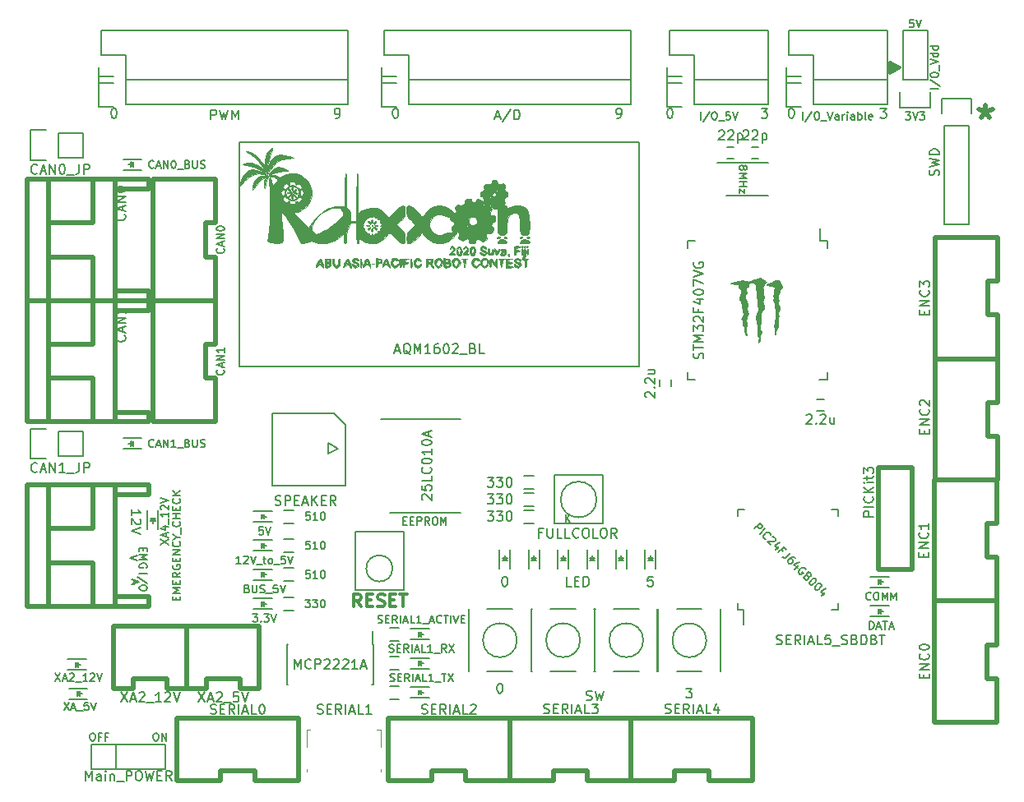
<source format=gbr>
G04 #@! TF.GenerationSoftware,KiCad,Pcbnew,(5.1.4)-1*
G04 #@! TF.CreationDate,2019-12-20T14:28:53+09:00*
G04 #@! TF.ProjectId,stm32f4_Centaurus,73746d33-3266-4345-9f43-656e74617572,rev?*
G04 #@! TF.SameCoordinates,Original*
G04 #@! TF.FileFunction,Legend,Top*
G04 #@! TF.FilePolarity,Positive*
%FSLAX46Y46*%
G04 Gerber Fmt 4.6, Leading zero omitted, Abs format (unit mm)*
G04 Created by KiCad (PCBNEW (5.1.4)-1) date 2019-12-20 14:28:53*
%MOMM*%
%LPD*%
G04 APERTURE LIST*
%ADD10C,0.325000*%
%ADD11C,0.200000*%
%ADD12C,0.500000*%
%ADD13C,0.150000*%
%ADD14C,0.010000*%
%ADD15C,0.120000*%
G04 APERTURE END LIST*
D10*
X141723809Y-63754761D02*
X141661904Y-63754761D01*
X141847619Y-63816666D02*
X141661904Y-63816666D01*
X141971428Y-63878571D02*
X141661904Y-63878571D01*
X142095238Y-63940476D02*
X141661904Y-63940476D01*
X142157142Y-64002380D02*
X141661904Y-64002380D01*
X142280952Y-64064285D02*
X141661904Y-64064285D01*
X142404761Y-64126190D02*
X141661904Y-64126190D01*
X142528571Y-64188095D02*
X141661904Y-64188095D01*
X142652380Y-64250000D02*
X141661904Y-64250000D01*
X142528571Y-64311904D02*
X141661904Y-64311904D01*
X142404761Y-64373809D02*
X141661904Y-64373809D01*
X142280952Y-64435714D02*
X141661904Y-64435714D01*
X142157142Y-64497619D02*
X141661904Y-64497619D01*
X142095238Y-64559523D02*
X141661904Y-64559523D01*
X141971428Y-64621428D02*
X141661904Y-64621428D01*
X141847619Y-64683333D02*
X141661904Y-64683333D01*
X141661904Y-64745238D02*
X142590476Y-64250000D01*
X141661904Y-63754761D01*
X141723809Y-64745238D02*
X141661904Y-64745238D01*
X142652380Y-64250000D02*
X141661904Y-64807142D01*
X141661904Y-63692857D01*
X142652380Y-64250000D01*
X87211904Y-119788095D02*
X86778571Y-119169047D01*
X86469047Y-119788095D02*
X86469047Y-118488095D01*
X86964285Y-118488095D01*
X87088095Y-118550000D01*
X87150000Y-118611904D01*
X87211904Y-118735714D01*
X87211904Y-118921428D01*
X87150000Y-119045238D01*
X87088095Y-119107142D01*
X86964285Y-119169047D01*
X86469047Y-119169047D01*
X87769047Y-119107142D02*
X88202380Y-119107142D01*
X88388095Y-119788095D02*
X87769047Y-119788095D01*
X87769047Y-118488095D01*
X88388095Y-118488095D01*
X88883333Y-119726190D02*
X89069047Y-119788095D01*
X89378571Y-119788095D01*
X89502380Y-119726190D01*
X89564285Y-119664285D01*
X89626190Y-119540476D01*
X89626190Y-119416666D01*
X89564285Y-119292857D01*
X89502380Y-119230952D01*
X89378571Y-119169047D01*
X89130952Y-119107142D01*
X89007142Y-119045238D01*
X88945238Y-118983333D01*
X88883333Y-118859523D01*
X88883333Y-118735714D01*
X88945238Y-118611904D01*
X89007142Y-118550000D01*
X89130952Y-118488095D01*
X89440476Y-118488095D01*
X89626190Y-118550000D01*
X90183333Y-119107142D02*
X90616666Y-119107142D01*
X90802380Y-119788095D02*
X90183333Y-119788095D01*
X90183333Y-118488095D01*
X90802380Y-118488095D01*
X91173809Y-118488095D02*
X91916666Y-118488095D01*
X91545238Y-119788095D02*
X91545238Y-118488095D01*
D11*
X144097619Y-59311904D02*
X143716666Y-59311904D01*
X143678571Y-59692857D01*
X143716666Y-59654761D01*
X143792857Y-59616666D01*
X143983333Y-59616666D01*
X144059523Y-59654761D01*
X144097619Y-59692857D01*
X144135714Y-59769047D01*
X144135714Y-59959523D01*
X144097619Y-60035714D01*
X144059523Y-60073809D01*
X143983333Y-60111904D01*
X143792857Y-60111904D01*
X143716666Y-60073809D01*
X143678571Y-60035714D01*
X144364285Y-59311904D02*
X144630952Y-60111904D01*
X144897619Y-59311904D01*
X143259523Y-68811904D02*
X143754761Y-68811904D01*
X143488095Y-69116666D01*
X143602380Y-69116666D01*
X143678571Y-69154761D01*
X143716666Y-69192857D01*
X143754761Y-69269047D01*
X143754761Y-69459523D01*
X143716666Y-69535714D01*
X143678571Y-69573809D01*
X143602380Y-69611904D01*
X143373809Y-69611904D01*
X143297619Y-69573809D01*
X143259523Y-69535714D01*
X143983333Y-68811904D02*
X144250000Y-69611904D01*
X144516666Y-68811904D01*
X144707142Y-68811904D02*
X145202380Y-68811904D01*
X144935714Y-69116666D01*
X145050000Y-69116666D01*
X145126190Y-69154761D01*
X145164285Y-69192857D01*
X145202380Y-69269047D01*
X145202380Y-69459523D01*
X145164285Y-69535714D01*
X145126190Y-69573809D01*
X145050000Y-69611904D01*
X144821428Y-69611904D01*
X144745238Y-69573809D01*
X144707142Y-69535714D01*
X59488095Y-132811904D02*
X59640476Y-132811904D01*
X59716666Y-132850000D01*
X59792857Y-132926190D01*
X59830952Y-133078571D01*
X59830952Y-133345238D01*
X59792857Y-133497619D01*
X59716666Y-133573809D01*
X59640476Y-133611904D01*
X59488095Y-133611904D01*
X59411904Y-133573809D01*
X59335714Y-133497619D01*
X59297619Y-133345238D01*
X59297619Y-133078571D01*
X59335714Y-132926190D01*
X59411904Y-132850000D01*
X59488095Y-132811904D01*
X60440476Y-133192857D02*
X60173809Y-133192857D01*
X60173809Y-133611904D02*
X60173809Y-132811904D01*
X60554761Y-132811904D01*
X61126190Y-133192857D02*
X60859523Y-133192857D01*
X60859523Y-133611904D02*
X60859523Y-132811904D01*
X61240476Y-132811904D01*
X66004761Y-132811904D02*
X66157142Y-132811904D01*
X66233333Y-132850000D01*
X66309523Y-132926190D01*
X66347619Y-133078571D01*
X66347619Y-133345238D01*
X66309523Y-133497619D01*
X66233333Y-133573809D01*
X66157142Y-133611904D01*
X66004761Y-133611904D01*
X65928571Y-133573809D01*
X65852380Y-133497619D01*
X65814285Y-133345238D01*
X65814285Y-133078571D01*
X65852380Y-132926190D01*
X65928571Y-132850000D01*
X66004761Y-132811904D01*
X66690476Y-133611904D02*
X66690476Y-132811904D01*
X67147619Y-133611904D01*
X67147619Y-132811904D01*
D12*
X151500000Y-68107142D02*
X151500000Y-68821428D01*
X150785714Y-68535714D02*
X151500000Y-68821428D01*
X152214285Y-68535714D01*
X151071428Y-69392857D02*
X151500000Y-68821428D01*
X151928571Y-69392857D01*
D11*
X140666666Y-68452380D02*
X141285714Y-68452380D01*
X140952380Y-68833333D01*
X141095238Y-68833333D01*
X141190476Y-68880952D01*
X141238095Y-68928571D01*
X141285714Y-69023809D01*
X141285714Y-69261904D01*
X141238095Y-69357142D01*
X141190476Y-69404761D01*
X141095238Y-69452380D01*
X140809523Y-69452380D01*
X140714285Y-69404761D01*
X140666666Y-69357142D01*
X131452380Y-68452380D02*
X131547619Y-68452380D01*
X131642857Y-68500000D01*
X131690476Y-68547619D01*
X131738095Y-68642857D01*
X131785714Y-68833333D01*
X131785714Y-69071428D01*
X131738095Y-69261904D01*
X131690476Y-69357142D01*
X131642857Y-69404761D01*
X131547619Y-69452380D01*
X131452380Y-69452380D01*
X131357142Y-69404761D01*
X131309523Y-69357142D01*
X131261904Y-69261904D01*
X131214285Y-69071428D01*
X131214285Y-68833333D01*
X131261904Y-68642857D01*
X131309523Y-68547619D01*
X131357142Y-68500000D01*
X131452380Y-68452380D01*
X128416666Y-68452380D02*
X129035714Y-68452380D01*
X128702380Y-68833333D01*
X128845238Y-68833333D01*
X128940476Y-68880952D01*
X128988095Y-68928571D01*
X129035714Y-69023809D01*
X129035714Y-69261904D01*
X128988095Y-69357142D01*
X128940476Y-69404761D01*
X128845238Y-69452380D01*
X128559523Y-69452380D01*
X128464285Y-69404761D01*
X128416666Y-69357142D01*
X118952380Y-68452380D02*
X119047619Y-68452380D01*
X119142857Y-68500000D01*
X119190476Y-68547619D01*
X119238095Y-68642857D01*
X119285714Y-68833333D01*
X119285714Y-69071428D01*
X119238095Y-69261904D01*
X119190476Y-69357142D01*
X119142857Y-69404761D01*
X119047619Y-69452380D01*
X118952380Y-69452380D01*
X118857142Y-69404761D01*
X118809523Y-69357142D01*
X118761904Y-69261904D01*
X118714285Y-69071428D01*
X118714285Y-68833333D01*
X118761904Y-68642857D01*
X118809523Y-68547619D01*
X118857142Y-68500000D01*
X118952380Y-68452380D01*
X113559523Y-69452380D02*
X113750000Y-69452380D01*
X113845238Y-69404761D01*
X113892857Y-69357142D01*
X113988095Y-69214285D01*
X114035714Y-69023809D01*
X114035714Y-68642857D01*
X113988095Y-68547619D01*
X113940476Y-68500000D01*
X113845238Y-68452380D01*
X113654761Y-68452380D01*
X113559523Y-68500000D01*
X113511904Y-68547619D01*
X113464285Y-68642857D01*
X113464285Y-68880952D01*
X113511904Y-68976190D01*
X113559523Y-69023809D01*
X113654761Y-69071428D01*
X113845238Y-69071428D01*
X113940476Y-69023809D01*
X113988095Y-68976190D01*
X114035714Y-68880952D01*
X90702380Y-68452380D02*
X90797619Y-68452380D01*
X90892857Y-68500000D01*
X90940476Y-68547619D01*
X90988095Y-68642857D01*
X91035714Y-68833333D01*
X91035714Y-69071428D01*
X90988095Y-69261904D01*
X90940476Y-69357142D01*
X90892857Y-69404761D01*
X90797619Y-69452380D01*
X90702380Y-69452380D01*
X90607142Y-69404761D01*
X90559523Y-69357142D01*
X90511904Y-69261904D01*
X90464285Y-69071428D01*
X90464285Y-68833333D01*
X90511904Y-68642857D01*
X90559523Y-68547619D01*
X90607142Y-68500000D01*
X90702380Y-68452380D01*
X84559523Y-69452380D02*
X84750000Y-69452380D01*
X84845238Y-69404761D01*
X84892857Y-69357142D01*
X84988095Y-69214285D01*
X85035714Y-69023809D01*
X85035714Y-68642857D01*
X84988095Y-68547619D01*
X84940476Y-68500000D01*
X84845238Y-68452380D01*
X84654761Y-68452380D01*
X84559523Y-68500000D01*
X84511904Y-68547619D01*
X84464285Y-68642857D01*
X84464285Y-68880952D01*
X84511904Y-68976190D01*
X84559523Y-69023809D01*
X84654761Y-69071428D01*
X84845238Y-69071428D01*
X84940476Y-69023809D01*
X84988095Y-68976190D01*
X85035714Y-68880952D01*
X61702380Y-68452380D02*
X61797619Y-68452380D01*
X61892857Y-68500000D01*
X61940476Y-68547619D01*
X61988095Y-68642857D01*
X62035714Y-68833333D01*
X62035714Y-69071428D01*
X61988095Y-69261904D01*
X61940476Y-69357142D01*
X61892857Y-69404761D01*
X61797619Y-69452380D01*
X61702380Y-69452380D01*
X61607142Y-69404761D01*
X61559523Y-69357142D01*
X61511904Y-69261904D01*
X61464285Y-69071428D01*
X61464285Y-68833333D01*
X61511904Y-68642857D01*
X61559523Y-68547619D01*
X61607142Y-68500000D01*
X61702380Y-68452380D01*
X120666666Y-128202380D02*
X121285714Y-128202380D01*
X120952380Y-128583333D01*
X121095238Y-128583333D01*
X121190476Y-128630952D01*
X121238095Y-128678571D01*
X121285714Y-128773809D01*
X121285714Y-129011904D01*
X121238095Y-129107142D01*
X121190476Y-129154761D01*
X121095238Y-129202380D01*
X120809523Y-129202380D01*
X120714285Y-129154761D01*
X120666666Y-129107142D01*
X101452380Y-127702380D02*
X101547619Y-127702380D01*
X101642857Y-127750000D01*
X101690476Y-127797619D01*
X101738095Y-127892857D01*
X101785714Y-128083333D01*
X101785714Y-128321428D01*
X101738095Y-128511904D01*
X101690476Y-128607142D01*
X101642857Y-128654761D01*
X101547619Y-128702380D01*
X101452380Y-128702380D01*
X101357142Y-128654761D01*
X101309523Y-128607142D01*
X101261904Y-128511904D01*
X101214285Y-128321428D01*
X101214285Y-128083333D01*
X101261904Y-127892857D01*
X101309523Y-127797619D01*
X101357142Y-127750000D01*
X101452380Y-127702380D01*
X110392857Y-129404761D02*
X110535714Y-129452380D01*
X110773809Y-129452380D01*
X110869047Y-129404761D01*
X110916666Y-129357142D01*
X110964285Y-129261904D01*
X110964285Y-129166666D01*
X110916666Y-129071428D01*
X110869047Y-129023809D01*
X110773809Y-128976190D01*
X110583333Y-128928571D01*
X110488095Y-128880952D01*
X110440476Y-128833333D01*
X110392857Y-128738095D01*
X110392857Y-128642857D01*
X110440476Y-128547619D01*
X110488095Y-128500000D01*
X110583333Y-128452380D01*
X110821428Y-128452380D01*
X110964285Y-128500000D01*
X111297619Y-128452380D02*
X111535714Y-129452380D01*
X111726190Y-128738095D01*
X111916666Y-129452380D01*
X112154761Y-128452380D01*
X108857142Y-117702380D02*
X108380952Y-117702380D01*
X108380952Y-116702380D01*
X109190476Y-117178571D02*
X109523809Y-117178571D01*
X109666666Y-117702380D02*
X109190476Y-117702380D01*
X109190476Y-116702380D01*
X109666666Y-116702380D01*
X110095238Y-117702380D02*
X110095238Y-116702380D01*
X110333333Y-116702380D01*
X110476190Y-116750000D01*
X110571428Y-116845238D01*
X110619047Y-116940476D01*
X110666666Y-117130952D01*
X110666666Y-117273809D01*
X110619047Y-117464285D01*
X110571428Y-117559523D01*
X110476190Y-117654761D01*
X110333333Y-117702380D01*
X110095238Y-117702380D01*
D13*
X108290476Y-111111904D02*
X108290476Y-110311904D01*
X108747619Y-111111904D02*
X108404761Y-110654761D01*
X108747619Y-110311904D02*
X108290476Y-110769047D01*
D11*
X117238095Y-116702380D02*
X116761904Y-116702380D01*
X116714285Y-117178571D01*
X116761904Y-117130952D01*
X116857142Y-117083333D01*
X117095238Y-117083333D01*
X117190476Y-117130952D01*
X117238095Y-117178571D01*
X117285714Y-117273809D01*
X117285714Y-117511904D01*
X117238095Y-117607142D01*
X117190476Y-117654761D01*
X117095238Y-117702380D01*
X116857142Y-117702380D01*
X116761904Y-117654761D01*
X116714285Y-117607142D01*
X101952380Y-116702380D02*
X102047619Y-116702380D01*
X102142857Y-116750000D01*
X102190476Y-116797619D01*
X102238095Y-116892857D01*
X102285714Y-117083333D01*
X102285714Y-117321428D01*
X102238095Y-117511904D01*
X102190476Y-117607142D01*
X102142857Y-117654761D01*
X102047619Y-117702380D01*
X101952380Y-117702380D01*
X101857142Y-117654761D01*
X101809523Y-117607142D01*
X101761904Y-117511904D01*
X101714285Y-117321428D01*
X101714285Y-117083333D01*
X101761904Y-116892857D01*
X101809523Y-116797619D01*
X101857142Y-116750000D01*
X101952380Y-116702380D01*
X105857142Y-112178571D02*
X105523809Y-112178571D01*
X105523809Y-112702380D02*
X105523809Y-111702380D01*
X106000000Y-111702380D01*
X106380952Y-111702380D02*
X106380952Y-112511904D01*
X106428571Y-112607142D01*
X106476190Y-112654761D01*
X106571428Y-112702380D01*
X106761904Y-112702380D01*
X106857142Y-112654761D01*
X106904761Y-112607142D01*
X106952380Y-112511904D01*
X106952380Y-111702380D01*
X107904761Y-112702380D02*
X107428571Y-112702380D01*
X107428571Y-111702380D01*
X108714285Y-112702380D02*
X108238095Y-112702380D01*
X108238095Y-111702380D01*
X109619047Y-112607142D02*
X109571428Y-112654761D01*
X109428571Y-112702380D01*
X109333333Y-112702380D01*
X109190476Y-112654761D01*
X109095238Y-112559523D01*
X109047619Y-112464285D01*
X109000000Y-112273809D01*
X109000000Y-112130952D01*
X109047619Y-111940476D01*
X109095238Y-111845238D01*
X109190476Y-111750000D01*
X109333333Y-111702380D01*
X109428571Y-111702380D01*
X109571428Y-111750000D01*
X109619047Y-111797619D01*
X110238095Y-111702380D02*
X110428571Y-111702380D01*
X110523809Y-111750000D01*
X110619047Y-111845238D01*
X110666666Y-112035714D01*
X110666666Y-112369047D01*
X110619047Y-112559523D01*
X110523809Y-112654761D01*
X110428571Y-112702380D01*
X110238095Y-112702380D01*
X110142857Y-112654761D01*
X110047619Y-112559523D01*
X110000000Y-112369047D01*
X110000000Y-112035714D01*
X110047619Y-111845238D01*
X110142857Y-111750000D01*
X110238095Y-111702380D01*
X111571428Y-112702380D02*
X111095238Y-112702380D01*
X111095238Y-111702380D01*
X112095238Y-111702380D02*
X112285714Y-111702380D01*
X112380952Y-111750000D01*
X112476190Y-111845238D01*
X112523809Y-112035714D01*
X112523809Y-112369047D01*
X112476190Y-112559523D01*
X112380952Y-112654761D01*
X112285714Y-112702380D01*
X112095238Y-112702380D01*
X112000000Y-112654761D01*
X111904761Y-112559523D01*
X111857142Y-112369047D01*
X111857142Y-112035714D01*
X111904761Y-111845238D01*
X112000000Y-111750000D01*
X112095238Y-111702380D01*
X113523809Y-112702380D02*
X113190476Y-112226190D01*
X112952380Y-112702380D02*
X112952380Y-111702380D01*
X113333333Y-111702380D01*
X113428571Y-111750000D01*
X113476190Y-111797619D01*
X113523809Y-111892857D01*
X113523809Y-112035714D01*
X113476190Y-112130952D01*
X113428571Y-112178571D01*
X113333333Y-112226190D01*
X112952380Y-112226190D01*
X91540476Y-110942857D02*
X91807142Y-110942857D01*
X91921428Y-111361904D02*
X91540476Y-111361904D01*
X91540476Y-110561904D01*
X91921428Y-110561904D01*
X92264285Y-110942857D02*
X92530952Y-110942857D01*
X92645238Y-111361904D02*
X92264285Y-111361904D01*
X92264285Y-110561904D01*
X92645238Y-110561904D01*
X92988095Y-111361904D02*
X92988095Y-110561904D01*
X93292857Y-110561904D01*
X93369047Y-110600000D01*
X93407142Y-110638095D01*
X93445238Y-110714285D01*
X93445238Y-110828571D01*
X93407142Y-110904761D01*
X93369047Y-110942857D01*
X93292857Y-110980952D01*
X92988095Y-110980952D01*
X94245238Y-111361904D02*
X93978571Y-110980952D01*
X93788095Y-111361904D02*
X93788095Y-110561904D01*
X94092857Y-110561904D01*
X94169047Y-110600000D01*
X94207142Y-110638095D01*
X94245238Y-110714285D01*
X94245238Y-110828571D01*
X94207142Y-110904761D01*
X94169047Y-110942857D01*
X94092857Y-110980952D01*
X93788095Y-110980952D01*
X94740476Y-110561904D02*
X94892857Y-110561904D01*
X94969047Y-110600000D01*
X95045238Y-110676190D01*
X95083333Y-110828571D01*
X95083333Y-111095238D01*
X95045238Y-111247619D01*
X94969047Y-111323809D01*
X94892857Y-111361904D01*
X94740476Y-111361904D01*
X94664285Y-111323809D01*
X94588095Y-111247619D01*
X94550000Y-111095238D01*
X94550000Y-110828571D01*
X94588095Y-110676190D01*
X94664285Y-110600000D01*
X94740476Y-110561904D01*
X95426190Y-111361904D02*
X95426190Y-110561904D01*
X95692857Y-111133333D01*
X95959523Y-110561904D01*
X95959523Y-111361904D01*
D13*
X63816666Y-117059523D02*
X63816666Y-117440476D01*
X63588095Y-116983333D02*
X64388095Y-117250000D01*
X63588095Y-117516666D01*
X64388095Y-116411904D02*
X65188095Y-116411904D01*
X65226190Y-117364285D02*
X64197619Y-116678571D01*
X65188095Y-117783333D02*
X65188095Y-117935714D01*
X65150000Y-118011904D01*
X65073809Y-118088095D01*
X64921428Y-118126190D01*
X64654761Y-118126190D01*
X64502380Y-118088095D01*
X64426190Y-118011904D01*
X64388095Y-117935714D01*
X64388095Y-117783333D01*
X64426190Y-117707142D01*
X64502380Y-117630952D01*
X64654761Y-117592857D01*
X64921428Y-117592857D01*
X65073809Y-117630952D01*
X65150000Y-117707142D01*
X65188095Y-117783333D01*
X64188095Y-114483333D02*
X63388095Y-114750000D01*
X64188095Y-115016666D01*
X64807142Y-113721428D02*
X64807142Y-113988095D01*
X64388095Y-114102380D02*
X64388095Y-113721428D01*
X65188095Y-113721428D01*
X65188095Y-114102380D01*
X64388095Y-114445238D02*
X65188095Y-114445238D01*
X64616666Y-114711904D01*
X65188095Y-114978571D01*
X64388095Y-114978571D01*
X65150000Y-115778571D02*
X65188095Y-115702380D01*
X65188095Y-115588095D01*
X65150000Y-115473809D01*
X65073809Y-115397619D01*
X64997619Y-115359523D01*
X64845238Y-115321428D01*
X64730952Y-115321428D01*
X64578571Y-115359523D01*
X64502380Y-115397619D01*
X64426190Y-115473809D01*
X64388095Y-115588095D01*
X64388095Y-115664285D01*
X64426190Y-115778571D01*
X64464285Y-115816666D01*
X64730952Y-115816666D01*
X64730952Y-115664285D01*
D11*
X63547619Y-110380952D02*
X63547619Y-109809523D01*
X63547619Y-110095238D02*
X64547619Y-110095238D01*
X64404761Y-110000000D01*
X64309523Y-109904761D01*
X64261904Y-109809523D01*
X64452380Y-110761904D02*
X64500000Y-110809523D01*
X64547619Y-110904761D01*
X64547619Y-111142857D01*
X64500000Y-111238095D01*
X64452380Y-111285714D01*
X64357142Y-111333333D01*
X64261904Y-111333333D01*
X64119047Y-111285714D01*
X63547619Y-110714285D01*
X63547619Y-111333333D01*
X64547619Y-111619047D02*
X63547619Y-111952380D01*
X64547619Y-112285714D01*
D13*
X84400000Y-99850000D02*
X78100000Y-99850000D01*
X78100000Y-99850000D02*
X78100000Y-107350000D01*
X85600000Y-107350000D02*
X78100000Y-107350000D01*
X85600000Y-107350000D02*
X85600000Y-101050000D01*
X84400000Y-99850000D02*
X85600000Y-101050000D01*
X83800000Y-104050000D02*
X84800000Y-103550000D01*
X83800000Y-102950000D02*
X83800000Y-104050000D01*
X84800000Y-103550000D02*
X83800000Y-102950000D01*
X117725000Y-126475000D02*
X117725000Y-120025000D01*
X113200000Y-126475000D02*
X115800000Y-126475000D01*
X111275000Y-126475000D02*
X111275000Y-120025000D01*
X113200000Y-120025000D02*
X115800000Y-120025000D01*
X111300000Y-126475000D02*
X111275000Y-126475000D01*
X117725000Y-126475000D02*
X117700000Y-126475000D01*
X117725000Y-120025000D02*
X117700000Y-120025000D01*
X111275000Y-120025000D02*
X111300000Y-120025000D01*
X116250714Y-123250000D02*
G75*
G03X116250714Y-123250000I-1750714J0D01*
G01*
X125995000Y-120135000D02*
X126595000Y-120135000D01*
X125995000Y-109785000D02*
X126665000Y-109785000D01*
X136345000Y-109785000D02*
X135675000Y-109785000D01*
X136345000Y-120135000D02*
X135675000Y-120135000D01*
X125995000Y-120135000D02*
X125995000Y-119465000D01*
X136345000Y-120135000D02*
X136345000Y-119465000D01*
X136345000Y-109785000D02*
X136345000Y-110455000D01*
X125995000Y-109785000D02*
X125995000Y-110455000D01*
X126595000Y-120135000D02*
X126595000Y-121610000D01*
X130950000Y-65800000D02*
X132500000Y-65800000D01*
X133770000Y-62980000D02*
X133770000Y-65520000D01*
X131230000Y-62980000D02*
X133770000Y-62980000D01*
X130950000Y-64250000D02*
X130950000Y-65800000D01*
X131230000Y-60440000D02*
X131230000Y-62980000D01*
X141390000Y-60440000D02*
X131230000Y-60440000D01*
X141390000Y-65520000D02*
X141390000Y-60440000D01*
X133770000Y-65520000D02*
X141390000Y-65520000D01*
D12*
X146220000Y-119210000D02*
X152620000Y-119210000D01*
X152620000Y-106710000D02*
X146220000Y-106710000D01*
X146220000Y-106710000D02*
X146220000Y-119210000D01*
X152620000Y-111210000D02*
X152620000Y-106710000D01*
X151620000Y-111210000D02*
X152620000Y-111210000D01*
X151620000Y-114710000D02*
X151620000Y-111210000D01*
X152620000Y-114710000D02*
X151620000Y-114710000D01*
X152620000Y-119210000D02*
X152620000Y-114710000D01*
D13*
X74650000Y-71970000D02*
X115850000Y-71970000D01*
X115850000Y-71970000D02*
X115850000Y-95030000D01*
X115850000Y-95030000D02*
X74650000Y-95030000D01*
X74650000Y-95030000D02*
X74650000Y-71970000D01*
D12*
X65400000Y-119750000D02*
X65400000Y-118750000D01*
X65400000Y-118750000D02*
X61900000Y-118750000D01*
X65400000Y-107250000D02*
X65400000Y-108250000D01*
X65400000Y-108250000D02*
X61900000Y-108250000D01*
X61900000Y-119750000D02*
X61900000Y-107250000D01*
X59600000Y-115250000D02*
X59600000Y-119750000D01*
X59600000Y-111750000D02*
X59600000Y-107250000D01*
X59600000Y-115250000D02*
X55000000Y-115250000D01*
X59600000Y-111750000D02*
X55000000Y-111750000D01*
X55000000Y-107250000D02*
X55000000Y-119750000D01*
X65400000Y-119750000D02*
X52800000Y-119750000D01*
X52800000Y-119750000D02*
X52800000Y-107250000D01*
X65400000Y-107250000D02*
X52800000Y-107250000D01*
D13*
X92160000Y-65480000D02*
X115020000Y-65480000D01*
X115020000Y-65480000D02*
X115020000Y-68020000D01*
X115020000Y-68020000D02*
X92160000Y-68020000D01*
X89340000Y-65200000D02*
X90890000Y-65200000D01*
X92160000Y-65480000D02*
X92160000Y-68020000D01*
X90890000Y-68300000D02*
X89340000Y-68300000D01*
X89340000Y-68300000D02*
X89340000Y-65200000D01*
D12*
X68250000Y-131300000D02*
X68250000Y-137700000D01*
X80750000Y-137700000D02*
X80750000Y-131300000D01*
X80750000Y-131300000D02*
X68250000Y-131300000D01*
X76250000Y-137700000D02*
X80750000Y-137700000D01*
X76250000Y-136700000D02*
X76250000Y-137700000D01*
X72750000Y-136700000D02*
X76250000Y-136700000D01*
X72750000Y-137700000D02*
X72750000Y-136700000D01*
X68250000Y-137700000D02*
X72750000Y-137700000D01*
D14*
G36*
X128356152Y-85885803D02*
G01*
X128374458Y-85892221D01*
X128381769Y-85907517D01*
X128383331Y-85917842D01*
X128393277Y-85944137D01*
X128419700Y-85961174D01*
X128431800Y-85965467D01*
X128467946Y-85984493D01*
X128480118Y-86006876D01*
X128494476Y-86030972D01*
X128521631Y-86041531D01*
X128551815Y-86054836D01*
X128588155Y-86080720D01*
X128609335Y-86100130D01*
X128650561Y-86135633D01*
X128685491Y-86150430D01*
X128695171Y-86151200D01*
X128740047Y-86159060D01*
X128770282Y-86184372D01*
X128788255Y-86229730D01*
X128793047Y-86257927D01*
X128801741Y-86306589D01*
X128815815Y-86335541D01*
X128839901Y-86350461D01*
X128873485Y-86356537D01*
X128915019Y-86360750D01*
X128786350Y-86506800D01*
X128715961Y-86588994D01*
X128660983Y-86660389D01*
X128620018Y-86725720D01*
X128591667Y-86789720D01*
X128574532Y-86857125D01*
X128567215Y-86932669D01*
X128568318Y-87021088D01*
X128576441Y-87127116D01*
X128583344Y-87194181D01*
X128598853Y-87336854D01*
X128611965Y-87456329D01*
X128622991Y-87554662D01*
X128632246Y-87633909D01*
X128640042Y-87696128D01*
X128646691Y-87743374D01*
X128652507Y-87777705D01*
X128657803Y-87801176D01*
X128662890Y-87815845D01*
X128668083Y-87823767D01*
X128673693Y-87826999D01*
X128679691Y-87827600D01*
X128694299Y-87837629D01*
X128697555Y-87863814D01*
X128690783Y-87900295D01*
X128675304Y-87941215D01*
X128652441Y-87980715D01*
X128642111Y-87994111D01*
X128626213Y-88015384D01*
X128616528Y-88037478D01*
X128611547Y-88067344D01*
X128609763Y-88111936D01*
X128609600Y-88144106D01*
X128608862Y-88199465D01*
X128605840Y-88235568D01*
X128599319Y-88258538D01*
X128588083Y-88274494D01*
X128582699Y-88279656D01*
X128568200Y-88295856D01*
X128561121Y-88315894D01*
X128560056Y-88347323D01*
X128562703Y-88387106D01*
X128567057Y-88424807D01*
X128574604Y-88464130D01*
X128586583Y-88509083D01*
X128604235Y-88563675D01*
X128628799Y-88631913D01*
X128661515Y-88717805D01*
X128678353Y-88761050D01*
X128706962Y-88848177D01*
X128721797Y-88926208D01*
X128722466Y-88991391D01*
X128708580Y-89039975D01*
X128707574Y-89041766D01*
X128679525Y-89081567D01*
X128641678Y-89124189D01*
X128600945Y-89162778D01*
X128564240Y-89190482D01*
X128550099Y-89197894D01*
X128512501Y-89225704D01*
X128490118Y-89272868D01*
X128482601Y-89340128D01*
X128482600Y-89341203D01*
X128475981Y-89396010D01*
X128458371Y-89445355D01*
X128433143Y-89481163D01*
X128420175Y-89490724D01*
X128397899Y-89516117D01*
X128393700Y-89540834D01*
X128385754Y-89576985D01*
X128368300Y-89609065D01*
X128356496Y-89627594D01*
X128348971Y-89650830D01*
X128344831Y-89684561D01*
X128343180Y-89734573D01*
X128343011Y-89772703D01*
X128344057Y-89839196D01*
X128346812Y-89920244D01*
X128350844Y-90005091D01*
X128355186Y-90075500D01*
X128359129Y-90242872D01*
X128349073Y-90422896D01*
X128325607Y-90607433D01*
X128310501Y-90691450D01*
X128299192Y-90775741D01*
X128294016Y-90876527D01*
X128294706Y-90985718D01*
X128300999Y-91095226D01*
X128312630Y-91196965D01*
X128329333Y-91282845D01*
X128329931Y-91285175D01*
X128347404Y-91345106D01*
X128362816Y-91382581D01*
X128375611Y-91396264D01*
X128376209Y-91396300D01*
X128392177Y-91387108D01*
X128393894Y-91380425D01*
X128398285Y-91373813D01*
X128406400Y-91383600D01*
X128416130Y-91415111D01*
X128417923Y-91462148D01*
X128413007Y-91518952D01*
X128402608Y-91579765D01*
X128387953Y-91638829D01*
X128370268Y-91690386D01*
X128350782Y-91728677D01*
X128330720Y-91747945D01*
X128328623Y-91748632D01*
X128317681Y-91754129D01*
X128310474Y-91766916D01*
X128306078Y-91791728D01*
X128303568Y-91833299D01*
X128302261Y-91883556D01*
X128301527Y-91957386D01*
X128301786Y-92041804D01*
X128302965Y-92122019D01*
X128303559Y-92145600D01*
X128304808Y-92206780D01*
X128303830Y-92248410D01*
X128299831Y-92276299D01*
X128292017Y-92296257D01*
X128280697Y-92312703D01*
X128261985Y-92344387D01*
X128254003Y-92373830D01*
X128254000Y-92374283D01*
X128243506Y-92422001D01*
X128214731Y-92474681D01*
X128171734Y-92525200D01*
X128163757Y-92532651D01*
X128126592Y-92563796D01*
X128102076Y-92575970D01*
X128087519Y-92567589D01*
X128080229Y-92537068D01*
X128077515Y-92482821D01*
X128077496Y-92481857D01*
X128077650Y-92430162D01*
X128081130Y-92398809D01*
X128088773Y-92382860D01*
X128094973Y-92378898D01*
X128109534Y-92361433D01*
X128114300Y-92334791D01*
X128118456Y-92303455D01*
X128129260Y-92258958D01*
X128141802Y-92218675D01*
X128162971Y-92145466D01*
X128169032Y-92086599D01*
X128159529Y-92035667D01*
X128134008Y-91986266D01*
X128124331Y-91972384D01*
X128051144Y-91853129D01*
X128001389Y-91729063D01*
X127994506Y-91704406D01*
X127989007Y-91679685D01*
X127984704Y-91650855D01*
X127981516Y-91615008D01*
X127979361Y-91569237D01*
X127978156Y-91510633D01*
X127977820Y-91436289D01*
X127978271Y-91343295D01*
X127979426Y-91228744D01*
X127979929Y-91187202D01*
X127985417Y-90747428D01*
X127948410Y-90668347D01*
X127914961Y-90582176D01*
X127901862Y-90509353D01*
X127908905Y-90448306D01*
X127916851Y-90427805D01*
X127929447Y-90397774D01*
X127930830Y-90375402D01*
X127920509Y-90348223D01*
X127913140Y-90333500D01*
X127875107Y-90242170D01*
X127854367Y-90147834D01*
X127849324Y-90042332D01*
X127850350Y-90012823D01*
X127851740Y-89983068D01*
X127853226Y-89957639D01*
X127855579Y-89933900D01*
X127859568Y-89909214D01*
X127865964Y-89880943D01*
X127875537Y-89846451D01*
X127889057Y-89803100D01*
X127907295Y-89748255D01*
X127931019Y-89679277D01*
X127961001Y-89593530D01*
X127998011Y-89488376D01*
X128030174Y-89397091D01*
X128052359Y-89336398D01*
X128072871Y-89284457D01*
X128089740Y-89245965D01*
X128100999Y-89225618D01*
X128102780Y-89223870D01*
X128109393Y-89214356D01*
X128111706Y-89194689D01*
X128109360Y-89162153D01*
X128101994Y-89114032D01*
X128089249Y-89047614D01*
X128070766Y-88960181D01*
X128063322Y-88926150D01*
X128032120Y-88774842D01*
X128009843Y-88643190D01*
X127996227Y-88527167D01*
X127991008Y-88422750D01*
X127993921Y-88325913D01*
X128004702Y-88232631D01*
X128014296Y-88179366D01*
X128021984Y-88137743D01*
X128023009Y-88113315D01*
X128016256Y-88098491D01*
X128000612Y-88085679D01*
X128000543Y-88085631D01*
X127975758Y-88063750D01*
X127958179Y-88035634D01*
X127947039Y-87997386D01*
X127941571Y-87945107D01*
X127941006Y-87874901D01*
X127943835Y-87797660D01*
X127947076Y-87725992D01*
X127948408Y-87674744D01*
X127947429Y-87638981D01*
X127943735Y-87613767D01*
X127936923Y-87594168D01*
X127926592Y-87575247D01*
X127925535Y-87573508D01*
X127909638Y-87542794D01*
X127901389Y-87511547D01*
X127900765Y-87474016D01*
X127907745Y-87424451D01*
X127922304Y-87357101D01*
X127924642Y-87347205D01*
X127938459Y-87280436D01*
X127942004Y-87231772D01*
X127933837Y-87195504D01*
X127912517Y-87165920D01*
X127876604Y-87137312D01*
X127870675Y-87133291D01*
X127837045Y-87108089D01*
X127819857Y-87085131D01*
X127812924Y-87055128D01*
X127812058Y-87045300D01*
X127813937Y-87009038D01*
X127822327Y-86957705D01*
X127835650Y-86900306D01*
X127840633Y-86882349D01*
X127862175Y-86790629D01*
X127872113Y-86706822D01*
X127869931Y-86636660D01*
X127864995Y-86611574D01*
X127848896Y-86588044D01*
X127826233Y-86582999D01*
X127785743Y-86576164D01*
X127752823Y-86553068D01*
X127722620Y-86509829D01*
X127713667Y-86492950D01*
X127681369Y-86429212D01*
X127568649Y-86432793D01*
X127511147Y-86433692D01*
X127473076Y-86431470D01*
X127448576Y-86425343D01*
X127431787Y-86414525D01*
X127431690Y-86414436D01*
X127412202Y-86402659D01*
X127382037Y-86395789D01*
X127335363Y-86392827D01*
X127303674Y-86392499D01*
X127251660Y-86393984D01*
X127215738Y-86398082D01*
X127200206Y-86404261D01*
X127199900Y-86405379D01*
X127191175Y-86421217D01*
X127169365Y-86445199D01*
X127160319Y-86453623D01*
X127120738Y-86488988D01*
X127122733Y-86625222D01*
X127122799Y-86686635D01*
X127121382Y-86743147D01*
X127118749Y-86787074D01*
X127116450Y-86805578D01*
X127110287Y-86831589D01*
X127099635Y-86844626D01*
X127077124Y-86849169D01*
X127043841Y-86849700D01*
X127001742Y-86852578D01*
X126965873Y-86863799D01*
X126925250Y-86887239D01*
X126911904Y-86896260D01*
X126844299Y-86942821D01*
X126844299Y-87148779D01*
X126844434Y-87225384D01*
X126845157Y-87280356D01*
X126846949Y-87317463D01*
X126850290Y-87340473D01*
X126855658Y-87353153D01*
X126863535Y-87359271D01*
X126871434Y-87361833D01*
X126887848Y-87369204D01*
X126894322Y-87384707D01*
X126893217Y-87415819D01*
X126892018Y-87427047D01*
X126887442Y-87455281D01*
X126878853Y-87481887D01*
X126863575Y-87511816D01*
X126838935Y-87550021D01*
X126802256Y-87601452D01*
X126785412Y-87624400D01*
X126771368Y-87644610D01*
X126762322Y-87663450D01*
X126757500Y-87686615D01*
X126756126Y-87719800D01*
X126757426Y-87768700D01*
X126759491Y-87814900D01*
X126767403Y-87914012D01*
X126782490Y-88010831D01*
X126806136Y-88110918D01*
X126839722Y-88219834D01*
X126884632Y-88343142D01*
X126901616Y-88386537D01*
X126941205Y-88487171D01*
X126971775Y-88567044D01*
X126994231Y-88628781D01*
X127009477Y-88675003D01*
X127018416Y-88708333D01*
X127021953Y-88731393D01*
X127022100Y-88736023D01*
X127016007Y-88768759D01*
X127000690Y-88811410D01*
X126980594Y-88853889D01*
X126960162Y-88886106D01*
X126952397Y-88894277D01*
X126944319Y-88905872D01*
X126938765Y-88927559D01*
X126935330Y-88963285D01*
X126933612Y-89016993D01*
X126933200Y-89081875D01*
X126933416Y-89151347D01*
X126934646Y-89200877D01*
X126937765Y-89235924D01*
X126943644Y-89261947D01*
X126953159Y-89284403D01*
X126967181Y-89308752D01*
X126970320Y-89313870D01*
X127015649Y-89404828D01*
X127041577Y-89496427D01*
X127048074Y-89584992D01*
X127035108Y-89666850D01*
X127002647Y-89738330D01*
X126974302Y-89774186D01*
X126949887Y-89808042D01*
X126943339Y-89845860D01*
X126943809Y-89856736D01*
X126941317Y-89895010D01*
X126931469Y-89944043D01*
X126921084Y-89979063D01*
X126907111Y-90024287D01*
X126897679Y-90064175D01*
X126895100Y-90085027D01*
X126885760Y-90113418D01*
X126869700Y-90122620D01*
X126855670Y-90129555D01*
X126847961Y-90145153D01*
X126844784Y-90175562D01*
X126844300Y-90209880D01*
X126846881Y-90258511D01*
X126853801Y-90321614D01*
X126863822Y-90388882D01*
X126869661Y-90421124D01*
X126883279Y-90510187D01*
X126891836Y-90606888D01*
X126895271Y-90704717D01*
X126893524Y-90797160D01*
X126886534Y-90877705D01*
X126874459Y-90939100D01*
X126867320Y-90970124D01*
X126861671Y-91010738D01*
X126857301Y-91064199D01*
X126853997Y-91133764D01*
X126851549Y-91222691D01*
X126849979Y-91316190D01*
X126848825Y-91413681D01*
X126848435Y-91489025D01*
X126848977Y-91545467D01*
X126850623Y-91586252D01*
X126853544Y-91614626D01*
X126857910Y-91633834D01*
X126863891Y-91647121D01*
X126867676Y-91652740D01*
X126881087Y-91680908D01*
X126887821Y-91723441D01*
X126889131Y-91770652D01*
X126887989Y-91818186D01*
X126884131Y-91845929D01*
X126876150Y-91859455D01*
X126865566Y-91863843D01*
X126845705Y-91861712D01*
X126825669Y-91844999D01*
X126802733Y-91810501D01*
X126775733Y-91758250D01*
X126757952Y-91718232D01*
X126742296Y-91674776D01*
X126727979Y-91624338D01*
X126714211Y-91563370D01*
X126700205Y-91488328D01*
X126685173Y-91395665D01*
X126668328Y-91281836D01*
X126665546Y-91262365D01*
X126625870Y-90983646D01*
X126577124Y-90930763D01*
X126544557Y-90888169D01*
X126524663Y-90847263D01*
X126521808Y-90835465D01*
X126517384Y-90796485D01*
X126512833Y-90738896D01*
X126508500Y-90669485D01*
X126504726Y-90595039D01*
X126501856Y-90522344D01*
X126500233Y-90458187D01*
X126500201Y-90409355D01*
X126500216Y-90408690D01*
X126499161Y-90355006D01*
X126490641Y-90313852D01*
X126471085Y-90276365D01*
X126436923Y-90233682D01*
X126423827Y-90219125D01*
X126388742Y-90176185D01*
X126369143Y-90137721D01*
X126365262Y-90098709D01*
X126377327Y-90054123D01*
X126405569Y-89998939D01*
X126436141Y-89949680D01*
X126461561Y-89907610D01*
X126480222Y-89871506D01*
X126488559Y-89848361D01*
X126488700Y-89846545D01*
X126493670Y-89822918D01*
X126506377Y-89786471D01*
X126516267Y-89762789D01*
X126536033Y-89694684D01*
X126544062Y-89610193D01*
X126540828Y-89515202D01*
X126526805Y-89415598D01*
X126502465Y-89317267D01*
X126474164Y-89239422D01*
X126465455Y-89215646D01*
X126459140Y-89188250D01*
X126454859Y-89152874D01*
X126452250Y-89105161D01*
X126450951Y-89040755D01*
X126450600Y-88955632D01*
X126450395Y-88873244D01*
X126449514Y-88812202D01*
X126447557Y-88768454D01*
X126444125Y-88737948D01*
X126438817Y-88716633D01*
X126431234Y-88700455D01*
X126424399Y-88690076D01*
X126408978Y-88659461D01*
X126392890Y-88613277D01*
X126379411Y-88561048D01*
X126378451Y-88556441D01*
X126364999Y-88502895D01*
X126349442Y-88460083D01*
X126334801Y-88435701D01*
X126316916Y-88404460D01*
X126310899Y-88370525D01*
X126304901Y-88336970D01*
X126283202Y-88308126D01*
X126267547Y-88294659D01*
X126215176Y-88237239D01*
X126178358Y-88163040D01*
X126159037Y-88076731D01*
X126156553Y-88028125D01*
X126157098Y-87998014D01*
X126158905Y-87969973D01*
X126162808Y-87940561D01*
X126169639Y-87906337D01*
X126180231Y-87863861D01*
X126195415Y-87809692D01*
X126216025Y-87740389D01*
X126242893Y-87652511D01*
X126263871Y-87584565D01*
X126283312Y-87515870D01*
X126300318Y-87445094D01*
X126312783Y-87381625D01*
X126317995Y-87343265D01*
X126321295Y-87265249D01*
X126313374Y-87203041D01*
X126291421Y-87148658D01*
X126252623Y-87094120D01*
X126215938Y-87053659D01*
X126161781Y-86994542D01*
X126124305Y-86945105D01*
X126100587Y-86898876D01*
X126087704Y-86849385D01*
X126082734Y-86790161D01*
X126082300Y-86757813D01*
X126081443Y-86701605D01*
X126078114Y-86664622D01*
X126071172Y-86640722D01*
X126059474Y-86623765D01*
X126056899Y-86621100D01*
X126030030Y-86602130D01*
X126008043Y-86595699D01*
X125982237Y-86587659D01*
X125954068Y-86568795D01*
X125939010Y-86557129D01*
X125922133Y-86549850D01*
X125898047Y-86546363D01*
X125861363Y-86546075D01*
X125806691Y-86548393D01*
X125781315Y-86549764D01*
X125693585Y-86552030D01*
X125629719Y-86547825D01*
X125589949Y-86537185D01*
X125574508Y-86520148D01*
X125574300Y-86517461D01*
X125562356Y-86513639D01*
X125529546Y-86510423D01*
X125480402Y-86508085D01*
X125419456Y-86506895D01*
X125395568Y-86506800D01*
X125324527Y-86506502D01*
X125275210Y-86505324D01*
X125243946Y-86502835D01*
X125227063Y-86498606D01*
X125220891Y-86492208D01*
X125220943Y-86486370D01*
X125231749Y-86475707D01*
X125261605Y-86460653D01*
X125311889Y-86440662D01*
X125383977Y-86415184D01*
X125477626Y-86384196D01*
X125618170Y-86340950D01*
X125740663Y-86308402D01*
X125849647Y-86285649D01*
X125949666Y-86271788D01*
X126045265Y-86265914D01*
X126074108Y-86265574D01*
X126127189Y-86264526D01*
X126163852Y-86260012D01*
X126193047Y-86249837D01*
X126223725Y-86231801D01*
X126230724Y-86227126D01*
X126316484Y-86174716D01*
X126392342Y-86140567D01*
X126439520Y-86126849D01*
X126479939Y-86120836D01*
X126511576Y-86126427D01*
X126539506Y-86140029D01*
X126576267Y-86166992D01*
X126606796Y-86199586D01*
X126609782Y-86203918D01*
X126634750Y-86242343D01*
X126761750Y-86234849D01*
X126850067Y-86232259D01*
X126917063Y-86236724D01*
X126965989Y-86248890D01*
X127000102Y-86269397D01*
X127013887Y-86284683D01*
X127032525Y-86305681D01*
X127053324Y-86312918D01*
X127087066Y-86309861D01*
X127090442Y-86309309D01*
X127145452Y-86296265D01*
X127185992Y-86275574D01*
X127213561Y-86251838D01*
X127241632Y-86233207D01*
X127264615Y-86227399D01*
X127295336Y-86221328D01*
X127324940Y-86208886D01*
X127391731Y-86177503D01*
X127479353Y-86144549D01*
X127583404Y-86111357D01*
X127699481Y-86079260D01*
X127823182Y-86049589D01*
X127914793Y-86030417D01*
X127974852Y-86017712D01*
X128026674Y-86005029D01*
X128064607Y-85993866D01*
X128082757Y-85985928D01*
X128105101Y-85974686D01*
X128142346Y-85962457D01*
X128167963Y-85956049D01*
X128213906Y-85942388D01*
X128239890Y-85924881D01*
X128247486Y-85912896D01*
X128259919Y-85894971D01*
X128281619Y-85886560D01*
X128319667Y-85884499D01*
X128356152Y-85885803D01*
X128356152Y-85885803D01*
G37*
X128356152Y-85885803D02*
X128374458Y-85892221D01*
X128381769Y-85907517D01*
X128383331Y-85917842D01*
X128393277Y-85944137D01*
X128419700Y-85961174D01*
X128431800Y-85965467D01*
X128467946Y-85984493D01*
X128480118Y-86006876D01*
X128494476Y-86030972D01*
X128521631Y-86041531D01*
X128551815Y-86054836D01*
X128588155Y-86080720D01*
X128609335Y-86100130D01*
X128650561Y-86135633D01*
X128685491Y-86150430D01*
X128695171Y-86151200D01*
X128740047Y-86159060D01*
X128770282Y-86184372D01*
X128788255Y-86229730D01*
X128793047Y-86257927D01*
X128801741Y-86306589D01*
X128815815Y-86335541D01*
X128839901Y-86350461D01*
X128873485Y-86356537D01*
X128915019Y-86360750D01*
X128786350Y-86506800D01*
X128715961Y-86588994D01*
X128660983Y-86660389D01*
X128620018Y-86725720D01*
X128591667Y-86789720D01*
X128574532Y-86857125D01*
X128567215Y-86932669D01*
X128568318Y-87021088D01*
X128576441Y-87127116D01*
X128583344Y-87194181D01*
X128598853Y-87336854D01*
X128611965Y-87456329D01*
X128622991Y-87554662D01*
X128632246Y-87633909D01*
X128640042Y-87696128D01*
X128646691Y-87743374D01*
X128652507Y-87777705D01*
X128657803Y-87801176D01*
X128662890Y-87815845D01*
X128668083Y-87823767D01*
X128673693Y-87826999D01*
X128679691Y-87827600D01*
X128694299Y-87837629D01*
X128697555Y-87863814D01*
X128690783Y-87900295D01*
X128675304Y-87941215D01*
X128652441Y-87980715D01*
X128642111Y-87994111D01*
X128626213Y-88015384D01*
X128616528Y-88037478D01*
X128611547Y-88067344D01*
X128609763Y-88111936D01*
X128609600Y-88144106D01*
X128608862Y-88199465D01*
X128605840Y-88235568D01*
X128599319Y-88258538D01*
X128588083Y-88274494D01*
X128582699Y-88279656D01*
X128568200Y-88295856D01*
X128561121Y-88315894D01*
X128560056Y-88347323D01*
X128562703Y-88387106D01*
X128567057Y-88424807D01*
X128574604Y-88464130D01*
X128586583Y-88509083D01*
X128604235Y-88563675D01*
X128628799Y-88631913D01*
X128661515Y-88717805D01*
X128678353Y-88761050D01*
X128706962Y-88848177D01*
X128721797Y-88926208D01*
X128722466Y-88991391D01*
X128708580Y-89039975D01*
X128707574Y-89041766D01*
X128679525Y-89081567D01*
X128641678Y-89124189D01*
X128600945Y-89162778D01*
X128564240Y-89190482D01*
X128550099Y-89197894D01*
X128512501Y-89225704D01*
X128490118Y-89272868D01*
X128482601Y-89340128D01*
X128482600Y-89341203D01*
X128475981Y-89396010D01*
X128458371Y-89445355D01*
X128433143Y-89481163D01*
X128420175Y-89490724D01*
X128397899Y-89516117D01*
X128393700Y-89540834D01*
X128385754Y-89576985D01*
X128368300Y-89609065D01*
X128356496Y-89627594D01*
X128348971Y-89650830D01*
X128344831Y-89684561D01*
X128343180Y-89734573D01*
X128343011Y-89772703D01*
X128344057Y-89839196D01*
X128346812Y-89920244D01*
X128350844Y-90005091D01*
X128355186Y-90075500D01*
X128359129Y-90242872D01*
X128349073Y-90422896D01*
X128325607Y-90607433D01*
X128310501Y-90691450D01*
X128299192Y-90775741D01*
X128294016Y-90876527D01*
X128294706Y-90985718D01*
X128300999Y-91095226D01*
X128312630Y-91196965D01*
X128329333Y-91282845D01*
X128329931Y-91285175D01*
X128347404Y-91345106D01*
X128362816Y-91382581D01*
X128375611Y-91396264D01*
X128376209Y-91396300D01*
X128392177Y-91387108D01*
X128393894Y-91380425D01*
X128398285Y-91373813D01*
X128406400Y-91383600D01*
X128416130Y-91415111D01*
X128417923Y-91462148D01*
X128413007Y-91518952D01*
X128402608Y-91579765D01*
X128387953Y-91638829D01*
X128370268Y-91690386D01*
X128350782Y-91728677D01*
X128330720Y-91747945D01*
X128328623Y-91748632D01*
X128317681Y-91754129D01*
X128310474Y-91766916D01*
X128306078Y-91791728D01*
X128303568Y-91833299D01*
X128302261Y-91883556D01*
X128301527Y-91957386D01*
X128301786Y-92041804D01*
X128302965Y-92122019D01*
X128303559Y-92145600D01*
X128304808Y-92206780D01*
X128303830Y-92248410D01*
X128299831Y-92276299D01*
X128292017Y-92296257D01*
X128280697Y-92312703D01*
X128261985Y-92344387D01*
X128254003Y-92373830D01*
X128254000Y-92374283D01*
X128243506Y-92422001D01*
X128214731Y-92474681D01*
X128171734Y-92525200D01*
X128163757Y-92532651D01*
X128126592Y-92563796D01*
X128102076Y-92575970D01*
X128087519Y-92567589D01*
X128080229Y-92537068D01*
X128077515Y-92482821D01*
X128077496Y-92481857D01*
X128077650Y-92430162D01*
X128081130Y-92398809D01*
X128088773Y-92382860D01*
X128094973Y-92378898D01*
X128109534Y-92361433D01*
X128114300Y-92334791D01*
X128118456Y-92303455D01*
X128129260Y-92258958D01*
X128141802Y-92218675D01*
X128162971Y-92145466D01*
X128169032Y-92086599D01*
X128159529Y-92035667D01*
X128134008Y-91986266D01*
X128124331Y-91972384D01*
X128051144Y-91853129D01*
X128001389Y-91729063D01*
X127994506Y-91704406D01*
X127989007Y-91679685D01*
X127984704Y-91650855D01*
X127981516Y-91615008D01*
X127979361Y-91569237D01*
X127978156Y-91510633D01*
X127977820Y-91436289D01*
X127978271Y-91343295D01*
X127979426Y-91228744D01*
X127979929Y-91187202D01*
X127985417Y-90747428D01*
X127948410Y-90668347D01*
X127914961Y-90582176D01*
X127901862Y-90509353D01*
X127908905Y-90448306D01*
X127916851Y-90427805D01*
X127929447Y-90397774D01*
X127930830Y-90375402D01*
X127920509Y-90348223D01*
X127913140Y-90333500D01*
X127875107Y-90242170D01*
X127854367Y-90147834D01*
X127849324Y-90042332D01*
X127850350Y-90012823D01*
X127851740Y-89983068D01*
X127853226Y-89957639D01*
X127855579Y-89933900D01*
X127859568Y-89909214D01*
X127865964Y-89880943D01*
X127875537Y-89846451D01*
X127889057Y-89803100D01*
X127907295Y-89748255D01*
X127931019Y-89679277D01*
X127961001Y-89593530D01*
X127998011Y-89488376D01*
X128030174Y-89397091D01*
X128052359Y-89336398D01*
X128072871Y-89284457D01*
X128089740Y-89245965D01*
X128100999Y-89225618D01*
X128102780Y-89223870D01*
X128109393Y-89214356D01*
X128111706Y-89194689D01*
X128109360Y-89162153D01*
X128101994Y-89114032D01*
X128089249Y-89047614D01*
X128070766Y-88960181D01*
X128063322Y-88926150D01*
X128032120Y-88774842D01*
X128009843Y-88643190D01*
X127996227Y-88527167D01*
X127991008Y-88422750D01*
X127993921Y-88325913D01*
X128004702Y-88232631D01*
X128014296Y-88179366D01*
X128021984Y-88137743D01*
X128023009Y-88113315D01*
X128016256Y-88098491D01*
X128000612Y-88085679D01*
X128000543Y-88085631D01*
X127975758Y-88063750D01*
X127958179Y-88035634D01*
X127947039Y-87997386D01*
X127941571Y-87945107D01*
X127941006Y-87874901D01*
X127943835Y-87797660D01*
X127947076Y-87725992D01*
X127948408Y-87674744D01*
X127947429Y-87638981D01*
X127943735Y-87613767D01*
X127936923Y-87594168D01*
X127926592Y-87575247D01*
X127925535Y-87573508D01*
X127909638Y-87542794D01*
X127901389Y-87511547D01*
X127900765Y-87474016D01*
X127907745Y-87424451D01*
X127922304Y-87357101D01*
X127924642Y-87347205D01*
X127938459Y-87280436D01*
X127942004Y-87231772D01*
X127933837Y-87195504D01*
X127912517Y-87165920D01*
X127876604Y-87137312D01*
X127870675Y-87133291D01*
X127837045Y-87108089D01*
X127819857Y-87085131D01*
X127812924Y-87055128D01*
X127812058Y-87045300D01*
X127813937Y-87009038D01*
X127822327Y-86957705D01*
X127835650Y-86900306D01*
X127840633Y-86882349D01*
X127862175Y-86790629D01*
X127872113Y-86706822D01*
X127869931Y-86636660D01*
X127864995Y-86611574D01*
X127848896Y-86588044D01*
X127826233Y-86582999D01*
X127785743Y-86576164D01*
X127752823Y-86553068D01*
X127722620Y-86509829D01*
X127713667Y-86492950D01*
X127681369Y-86429212D01*
X127568649Y-86432793D01*
X127511147Y-86433692D01*
X127473076Y-86431470D01*
X127448576Y-86425343D01*
X127431787Y-86414525D01*
X127431690Y-86414436D01*
X127412202Y-86402659D01*
X127382037Y-86395789D01*
X127335363Y-86392827D01*
X127303674Y-86392499D01*
X127251660Y-86393984D01*
X127215738Y-86398082D01*
X127200206Y-86404261D01*
X127199900Y-86405379D01*
X127191175Y-86421217D01*
X127169365Y-86445199D01*
X127160319Y-86453623D01*
X127120738Y-86488988D01*
X127122733Y-86625222D01*
X127122799Y-86686635D01*
X127121382Y-86743147D01*
X127118749Y-86787074D01*
X127116450Y-86805578D01*
X127110287Y-86831589D01*
X127099635Y-86844626D01*
X127077124Y-86849169D01*
X127043841Y-86849700D01*
X127001742Y-86852578D01*
X126965873Y-86863799D01*
X126925250Y-86887239D01*
X126911904Y-86896260D01*
X126844299Y-86942821D01*
X126844299Y-87148779D01*
X126844434Y-87225384D01*
X126845157Y-87280356D01*
X126846949Y-87317463D01*
X126850290Y-87340473D01*
X126855658Y-87353153D01*
X126863535Y-87359271D01*
X126871434Y-87361833D01*
X126887848Y-87369204D01*
X126894322Y-87384707D01*
X126893217Y-87415819D01*
X126892018Y-87427047D01*
X126887442Y-87455281D01*
X126878853Y-87481887D01*
X126863575Y-87511816D01*
X126838935Y-87550021D01*
X126802256Y-87601452D01*
X126785412Y-87624400D01*
X126771368Y-87644610D01*
X126762322Y-87663450D01*
X126757500Y-87686615D01*
X126756126Y-87719800D01*
X126757426Y-87768700D01*
X126759491Y-87814900D01*
X126767403Y-87914012D01*
X126782490Y-88010831D01*
X126806136Y-88110918D01*
X126839722Y-88219834D01*
X126884632Y-88343142D01*
X126901616Y-88386537D01*
X126941205Y-88487171D01*
X126971775Y-88567044D01*
X126994231Y-88628781D01*
X127009477Y-88675003D01*
X127018416Y-88708333D01*
X127021953Y-88731393D01*
X127022100Y-88736023D01*
X127016007Y-88768759D01*
X127000690Y-88811410D01*
X126980594Y-88853889D01*
X126960162Y-88886106D01*
X126952397Y-88894277D01*
X126944319Y-88905872D01*
X126938765Y-88927559D01*
X126935330Y-88963285D01*
X126933612Y-89016993D01*
X126933200Y-89081875D01*
X126933416Y-89151347D01*
X126934646Y-89200877D01*
X126937765Y-89235924D01*
X126943644Y-89261947D01*
X126953159Y-89284403D01*
X126967181Y-89308752D01*
X126970320Y-89313870D01*
X127015649Y-89404828D01*
X127041577Y-89496427D01*
X127048074Y-89584992D01*
X127035108Y-89666850D01*
X127002647Y-89738330D01*
X126974302Y-89774186D01*
X126949887Y-89808042D01*
X126943339Y-89845860D01*
X126943809Y-89856736D01*
X126941317Y-89895010D01*
X126931469Y-89944043D01*
X126921084Y-89979063D01*
X126907111Y-90024287D01*
X126897679Y-90064175D01*
X126895100Y-90085027D01*
X126885760Y-90113418D01*
X126869700Y-90122620D01*
X126855670Y-90129555D01*
X126847961Y-90145153D01*
X126844784Y-90175562D01*
X126844300Y-90209880D01*
X126846881Y-90258511D01*
X126853801Y-90321614D01*
X126863822Y-90388882D01*
X126869661Y-90421124D01*
X126883279Y-90510187D01*
X126891836Y-90606888D01*
X126895271Y-90704717D01*
X126893524Y-90797160D01*
X126886534Y-90877705D01*
X126874459Y-90939100D01*
X126867320Y-90970124D01*
X126861671Y-91010738D01*
X126857301Y-91064199D01*
X126853997Y-91133764D01*
X126851549Y-91222691D01*
X126849979Y-91316190D01*
X126848825Y-91413681D01*
X126848435Y-91489025D01*
X126848977Y-91545467D01*
X126850623Y-91586252D01*
X126853544Y-91614626D01*
X126857910Y-91633834D01*
X126863891Y-91647121D01*
X126867676Y-91652740D01*
X126881087Y-91680908D01*
X126887821Y-91723441D01*
X126889131Y-91770652D01*
X126887989Y-91818186D01*
X126884131Y-91845929D01*
X126876150Y-91859455D01*
X126865566Y-91863843D01*
X126845705Y-91861712D01*
X126825669Y-91844999D01*
X126802733Y-91810501D01*
X126775733Y-91758250D01*
X126757952Y-91718232D01*
X126742296Y-91674776D01*
X126727979Y-91624338D01*
X126714211Y-91563370D01*
X126700205Y-91488328D01*
X126685173Y-91395665D01*
X126668328Y-91281836D01*
X126665546Y-91262365D01*
X126625870Y-90983646D01*
X126577124Y-90930763D01*
X126544557Y-90888169D01*
X126524663Y-90847263D01*
X126521808Y-90835465D01*
X126517384Y-90796485D01*
X126512833Y-90738896D01*
X126508500Y-90669485D01*
X126504726Y-90595039D01*
X126501856Y-90522344D01*
X126500233Y-90458187D01*
X126500201Y-90409355D01*
X126500216Y-90408690D01*
X126499161Y-90355006D01*
X126490641Y-90313852D01*
X126471085Y-90276365D01*
X126436923Y-90233682D01*
X126423827Y-90219125D01*
X126388742Y-90176185D01*
X126369143Y-90137721D01*
X126365262Y-90098709D01*
X126377327Y-90054123D01*
X126405569Y-89998939D01*
X126436141Y-89949680D01*
X126461561Y-89907610D01*
X126480222Y-89871506D01*
X126488559Y-89848361D01*
X126488700Y-89846545D01*
X126493670Y-89822918D01*
X126506377Y-89786471D01*
X126516267Y-89762789D01*
X126536033Y-89694684D01*
X126544062Y-89610193D01*
X126540828Y-89515202D01*
X126526805Y-89415598D01*
X126502465Y-89317267D01*
X126474164Y-89239422D01*
X126465455Y-89215646D01*
X126459140Y-89188250D01*
X126454859Y-89152874D01*
X126452250Y-89105161D01*
X126450951Y-89040755D01*
X126450600Y-88955632D01*
X126450395Y-88873244D01*
X126449514Y-88812202D01*
X126447557Y-88768454D01*
X126444125Y-88737948D01*
X126438817Y-88716633D01*
X126431234Y-88700455D01*
X126424399Y-88690076D01*
X126408978Y-88659461D01*
X126392890Y-88613277D01*
X126379411Y-88561048D01*
X126378451Y-88556441D01*
X126364999Y-88502895D01*
X126349442Y-88460083D01*
X126334801Y-88435701D01*
X126316916Y-88404460D01*
X126310899Y-88370525D01*
X126304901Y-88336970D01*
X126283202Y-88308126D01*
X126267547Y-88294659D01*
X126215176Y-88237239D01*
X126178358Y-88163040D01*
X126159037Y-88076731D01*
X126156553Y-88028125D01*
X126157098Y-87998014D01*
X126158905Y-87969973D01*
X126162808Y-87940561D01*
X126169639Y-87906337D01*
X126180231Y-87863861D01*
X126195415Y-87809692D01*
X126216025Y-87740389D01*
X126242893Y-87652511D01*
X126263871Y-87584565D01*
X126283312Y-87515870D01*
X126300318Y-87445094D01*
X126312783Y-87381625D01*
X126317995Y-87343265D01*
X126321295Y-87265249D01*
X126313374Y-87203041D01*
X126291421Y-87148658D01*
X126252623Y-87094120D01*
X126215938Y-87053659D01*
X126161781Y-86994542D01*
X126124305Y-86945105D01*
X126100587Y-86898876D01*
X126087704Y-86849385D01*
X126082734Y-86790161D01*
X126082300Y-86757813D01*
X126081443Y-86701605D01*
X126078114Y-86664622D01*
X126071172Y-86640722D01*
X126059474Y-86623765D01*
X126056899Y-86621100D01*
X126030030Y-86602130D01*
X126008043Y-86595699D01*
X125982237Y-86587659D01*
X125954068Y-86568795D01*
X125939010Y-86557129D01*
X125922133Y-86549850D01*
X125898047Y-86546363D01*
X125861363Y-86546075D01*
X125806691Y-86548393D01*
X125781315Y-86549764D01*
X125693585Y-86552030D01*
X125629719Y-86547825D01*
X125589949Y-86537185D01*
X125574508Y-86520148D01*
X125574300Y-86517461D01*
X125562356Y-86513639D01*
X125529546Y-86510423D01*
X125480402Y-86508085D01*
X125419456Y-86506895D01*
X125395568Y-86506800D01*
X125324527Y-86506502D01*
X125275210Y-86505324D01*
X125243946Y-86502835D01*
X125227063Y-86498606D01*
X125220891Y-86492208D01*
X125220943Y-86486370D01*
X125231749Y-86475707D01*
X125261605Y-86460653D01*
X125311889Y-86440662D01*
X125383977Y-86415184D01*
X125477626Y-86384196D01*
X125618170Y-86340950D01*
X125740663Y-86308402D01*
X125849647Y-86285649D01*
X125949666Y-86271788D01*
X126045265Y-86265914D01*
X126074108Y-86265574D01*
X126127189Y-86264526D01*
X126163852Y-86260012D01*
X126193047Y-86249837D01*
X126223725Y-86231801D01*
X126230724Y-86227126D01*
X126316484Y-86174716D01*
X126392342Y-86140567D01*
X126439520Y-86126849D01*
X126479939Y-86120836D01*
X126511576Y-86126427D01*
X126539506Y-86140029D01*
X126576267Y-86166992D01*
X126606796Y-86199586D01*
X126609782Y-86203918D01*
X126634750Y-86242343D01*
X126761750Y-86234849D01*
X126850067Y-86232259D01*
X126917063Y-86236724D01*
X126965989Y-86248890D01*
X127000102Y-86269397D01*
X127013887Y-86284683D01*
X127032525Y-86305681D01*
X127053324Y-86312918D01*
X127087066Y-86309861D01*
X127090442Y-86309309D01*
X127145452Y-86296265D01*
X127185992Y-86275574D01*
X127213561Y-86251838D01*
X127241632Y-86233207D01*
X127264615Y-86227399D01*
X127295336Y-86221328D01*
X127324940Y-86208886D01*
X127391731Y-86177503D01*
X127479353Y-86144549D01*
X127583404Y-86111357D01*
X127699481Y-86079260D01*
X127823182Y-86049589D01*
X127914793Y-86030417D01*
X127974852Y-86017712D01*
X128026674Y-86005029D01*
X128064607Y-85993866D01*
X128082757Y-85985928D01*
X128105101Y-85974686D01*
X128142346Y-85962457D01*
X128167963Y-85956049D01*
X128213906Y-85942388D01*
X128239890Y-85924881D01*
X128247486Y-85912896D01*
X128259919Y-85894971D01*
X128281619Y-85886560D01*
X128319667Y-85884499D01*
X128356152Y-85885803D01*
G36*
X129879452Y-86119668D02*
G01*
X129913308Y-86132150D01*
X129951549Y-86142634D01*
X130001989Y-86149553D01*
X130038005Y-86151200D01*
X130121860Y-86156856D01*
X130188836Y-86175788D01*
X130243318Y-86210935D01*
X130289694Y-86265240D01*
X130332349Y-86341645D01*
X130337135Y-86351810D01*
X130363872Y-86408640D01*
X130390814Y-86464593D01*
X130413422Y-86510286D01*
X130419764Y-86522681D01*
X130446827Y-86599606D01*
X130451100Y-86644793D01*
X130457495Y-86693761D01*
X130474333Y-86735775D01*
X130498089Y-86764427D01*
X130521871Y-86773500D01*
X130535777Y-86784945D01*
X130540000Y-86816731D01*
X130535357Y-86843729D01*
X130520398Y-86881020D01*
X130493573Y-86931808D01*
X130453335Y-86999300D01*
X130446455Y-87010406D01*
X130344352Y-87184032D01*
X130261921Y-87345684D01*
X130198187Y-87498181D01*
X130152173Y-87644342D01*
X130122904Y-87786983D01*
X130109403Y-87928924D01*
X130108200Y-87987157D01*
X130108703Y-88043074D01*
X130110886Y-88078684D01*
X130115760Y-88099071D01*
X130124336Y-88109320D01*
X130133268Y-88113244D01*
X130168140Y-88135936D01*
X130195550Y-88174493D01*
X130209246Y-88219408D01*
X130209800Y-88229636D01*
X130205145Y-88260131D01*
X130192659Y-88306304D01*
X130174553Y-88360504D01*
X130163444Y-88389848D01*
X130129069Y-88490582D01*
X130112671Y-88574083D01*
X130114288Y-88641103D01*
X130133960Y-88692393D01*
X130171727Y-88728705D01*
X130181439Y-88734228D01*
X130234277Y-88773004D01*
X130277623Y-88830825D01*
X130299771Y-88874814D01*
X130317190Y-88928766D01*
X130326570Y-88989563D01*
X130328460Y-89052242D01*
X130323406Y-89111840D01*
X130311954Y-89163394D01*
X130294651Y-89201938D01*
X130272044Y-89222512D01*
X130261248Y-89224600D01*
X130243773Y-89229025D01*
X130236250Y-89246839D01*
X130234874Y-89272225D01*
X130224342Y-89323626D01*
X130192797Y-89385355D01*
X130190424Y-89389111D01*
X130167487Y-89427404D01*
X130154240Y-89458928D01*
X130148064Y-89493591D01*
X130146341Y-89541300D01*
X130146300Y-89556048D01*
X130156107Y-89669336D01*
X130172965Y-89740056D01*
X130189857Y-89808864D01*
X130191758Y-89864732D01*
X130177789Y-89915840D01*
X130148377Y-89968397D01*
X130130357Y-89997248D01*
X130119672Y-90021975D01*
X130114834Y-90050307D01*
X130114354Y-90089975D01*
X130116147Y-90135875D01*
X130120067Y-90203217D01*
X130125801Y-90281002D01*
X130132241Y-90354446D01*
X130133545Y-90367600D01*
X130140338Y-90446696D01*
X130145747Y-90534087D01*
X130149677Y-90624855D01*
X130152034Y-90714082D01*
X130152724Y-90796851D01*
X130151652Y-90868245D01*
X130148724Y-90923345D01*
X130144787Y-90953322D01*
X130123509Y-91011273D01*
X130083290Y-91079066D01*
X130067938Y-91100587D01*
X130016861Y-91171947D01*
X129978327Y-91232202D01*
X129947910Y-91289152D01*
X129921184Y-91350592D01*
X129910833Y-91377383D01*
X129894409Y-91423941D01*
X129885292Y-91461406D01*
X129882261Y-91499701D01*
X129884095Y-91548751D01*
X129886218Y-91577428D01*
X129889830Y-91634878D01*
X129889401Y-91673578D01*
X129884398Y-91699934D01*
X129874317Y-91720303D01*
X129856476Y-91742860D01*
X129843461Y-91751900D01*
X129834014Y-91741049D01*
X129818484Y-91712419D01*
X129800018Y-91671896D01*
X129797613Y-91666175D01*
X129772672Y-91591582D01*
X129757784Y-91515262D01*
X129753550Y-91443918D01*
X129760566Y-91384252D01*
X129770064Y-91357563D01*
X129781823Y-91328089D01*
X129788110Y-91294719D01*
X129788753Y-91253204D01*
X129783580Y-91199291D01*
X129772420Y-91128732D01*
X129757670Y-91050307D01*
X129739589Y-90944891D01*
X129731416Y-90858774D01*
X129733686Y-90787644D01*
X129746937Y-90727194D01*
X129771704Y-90673112D01*
X129808525Y-90621089D01*
X129811536Y-90617450D01*
X129835384Y-90573679D01*
X129839837Y-90520688D01*
X129824973Y-90455293D01*
X129816100Y-90431100D01*
X129796885Y-90367774D01*
X129791720Y-90313764D01*
X129800790Y-90273795D01*
X129809368Y-90261845D01*
X129827778Y-90233985D01*
X129847757Y-90188757D01*
X129866335Y-90133787D01*
X129879493Y-90081850D01*
X129882660Y-90051968D01*
X129884552Y-90002301D01*
X129885098Y-89938435D01*
X129884222Y-89865956D01*
X129882924Y-89818831D01*
X129880540Y-89736651D01*
X129879899Y-89675204D01*
X129881247Y-89629866D01*
X129884825Y-89596014D01*
X129890878Y-89569026D01*
X129897038Y-89550903D01*
X129908188Y-89517815D01*
X129911940Y-89489823D01*
X129908450Y-89456769D01*
X129899144Y-89413872D01*
X129889532Y-89359165D01*
X129882591Y-89293156D01*
X129879791Y-89229915D01*
X129879787Y-89228524D01*
X129878220Y-89179441D01*
X129874218Y-89140673D01*
X129868551Y-89118784D01*
X129866658Y-89116500D01*
X129848490Y-89095707D01*
X129828200Y-89058658D01*
X129809375Y-89013845D01*
X129795603Y-88969764D01*
X129790465Y-88936097D01*
X129792616Y-88904555D01*
X129798634Y-88855077D01*
X129807574Y-88794668D01*
X129817533Y-88735650D01*
X129831122Y-88649375D01*
X129836389Y-88583294D01*
X129832596Y-88533358D01*
X129819009Y-88495519D01*
X129794890Y-88465731D01*
X129764301Y-88442919D01*
X129717195Y-88405099D01*
X129683832Y-88358181D01*
X129663626Y-88299386D01*
X129655990Y-88225934D01*
X129660337Y-88135043D01*
X129675972Y-88024553D01*
X129685368Y-87965825D01*
X129691650Y-87917046D01*
X129694295Y-87883138D01*
X129692775Y-87869024D01*
X129692584Y-87868927D01*
X129656053Y-87850501D01*
X129621585Y-87823611D01*
X129597909Y-87795653D01*
X129593084Y-87784620D01*
X129594300Y-87741870D01*
X129614742Y-87695171D01*
X129650574Y-87651229D01*
X129684584Y-87624533D01*
X129739050Y-87589992D01*
X129743851Y-87324621D01*
X129746904Y-87208081D01*
X129751558Y-87113717D01*
X129758047Y-87038343D01*
X129766602Y-86978771D01*
X129770398Y-86959820D01*
X129781170Y-86904538D01*
X129784550Y-86868792D01*
X129780834Y-86847908D01*
X129777768Y-86843071D01*
X129759601Y-86831384D01*
X129723743Y-86815352D01*
X129676853Y-86797849D01*
X129659572Y-86792070D01*
X129606852Y-86773391D01*
X129559422Y-86753821D01*
X129525727Y-86736915D01*
X129520259Y-86733396D01*
X129492613Y-86717574D01*
X129467033Y-86715897D01*
X129439047Y-86723492D01*
X129374771Y-86733645D01*
X129292194Y-86728203D01*
X129192904Y-86707369D01*
X129104900Y-86680573D01*
X129048417Y-86661762D01*
X128998989Y-86645999D01*
X128962676Y-86635176D01*
X128947202Y-86631355D01*
X128923677Y-86620362D01*
X128917978Y-86603120D01*
X128932513Y-86588008D01*
X128934513Y-86587184D01*
X128957966Y-86572487D01*
X128986049Y-86547769D01*
X128989544Y-86544174D01*
X129017503Y-86524606D01*
X129064969Y-86501616D01*
X129126592Y-86476995D01*
X129197019Y-86452539D01*
X129270901Y-86430038D01*
X129342885Y-86411286D01*
X129407621Y-86398076D01*
X129438385Y-86393802D01*
X129488147Y-86387172D01*
X129519924Y-86378498D01*
X129541119Y-86364980D01*
X129554637Y-86349833D01*
X129596390Y-86297583D01*
X129627721Y-86263401D01*
X129652024Y-86244040D01*
X129672689Y-86236254D01*
X129673397Y-86236150D01*
X129703143Y-86226538D01*
X129717212Y-86217067D01*
X129739991Y-86203616D01*
X129749218Y-86201999D01*
X129765852Y-86191942D01*
X129786501Y-86166877D01*
X129792382Y-86157549D01*
X129815805Y-86126881D01*
X129842701Y-86114700D01*
X129879452Y-86119668D01*
X129879452Y-86119668D01*
G37*
X129879452Y-86119668D02*
X129913308Y-86132150D01*
X129951549Y-86142634D01*
X130001989Y-86149553D01*
X130038005Y-86151200D01*
X130121860Y-86156856D01*
X130188836Y-86175788D01*
X130243318Y-86210935D01*
X130289694Y-86265240D01*
X130332349Y-86341645D01*
X130337135Y-86351810D01*
X130363872Y-86408640D01*
X130390814Y-86464593D01*
X130413422Y-86510286D01*
X130419764Y-86522681D01*
X130446827Y-86599606D01*
X130451100Y-86644793D01*
X130457495Y-86693761D01*
X130474333Y-86735775D01*
X130498089Y-86764427D01*
X130521871Y-86773500D01*
X130535777Y-86784945D01*
X130540000Y-86816731D01*
X130535357Y-86843729D01*
X130520398Y-86881020D01*
X130493573Y-86931808D01*
X130453335Y-86999300D01*
X130446455Y-87010406D01*
X130344352Y-87184032D01*
X130261921Y-87345684D01*
X130198187Y-87498181D01*
X130152173Y-87644342D01*
X130122904Y-87786983D01*
X130109403Y-87928924D01*
X130108200Y-87987157D01*
X130108703Y-88043074D01*
X130110886Y-88078684D01*
X130115760Y-88099071D01*
X130124336Y-88109320D01*
X130133268Y-88113244D01*
X130168140Y-88135936D01*
X130195550Y-88174493D01*
X130209246Y-88219408D01*
X130209800Y-88229636D01*
X130205145Y-88260131D01*
X130192659Y-88306304D01*
X130174553Y-88360504D01*
X130163444Y-88389848D01*
X130129069Y-88490582D01*
X130112671Y-88574083D01*
X130114288Y-88641103D01*
X130133960Y-88692393D01*
X130171727Y-88728705D01*
X130181439Y-88734228D01*
X130234277Y-88773004D01*
X130277623Y-88830825D01*
X130299771Y-88874814D01*
X130317190Y-88928766D01*
X130326570Y-88989563D01*
X130328460Y-89052242D01*
X130323406Y-89111840D01*
X130311954Y-89163394D01*
X130294651Y-89201938D01*
X130272044Y-89222512D01*
X130261248Y-89224600D01*
X130243773Y-89229025D01*
X130236250Y-89246839D01*
X130234874Y-89272225D01*
X130224342Y-89323626D01*
X130192797Y-89385355D01*
X130190424Y-89389111D01*
X130167487Y-89427404D01*
X130154240Y-89458928D01*
X130148064Y-89493591D01*
X130146341Y-89541300D01*
X130146300Y-89556048D01*
X130156107Y-89669336D01*
X130172965Y-89740056D01*
X130189857Y-89808864D01*
X130191758Y-89864732D01*
X130177789Y-89915840D01*
X130148377Y-89968397D01*
X130130357Y-89997248D01*
X130119672Y-90021975D01*
X130114834Y-90050307D01*
X130114354Y-90089975D01*
X130116147Y-90135875D01*
X130120067Y-90203217D01*
X130125801Y-90281002D01*
X130132241Y-90354446D01*
X130133545Y-90367600D01*
X130140338Y-90446696D01*
X130145747Y-90534087D01*
X130149677Y-90624855D01*
X130152034Y-90714082D01*
X130152724Y-90796851D01*
X130151652Y-90868245D01*
X130148724Y-90923345D01*
X130144787Y-90953322D01*
X130123509Y-91011273D01*
X130083290Y-91079066D01*
X130067938Y-91100587D01*
X130016861Y-91171947D01*
X129978327Y-91232202D01*
X129947910Y-91289152D01*
X129921184Y-91350592D01*
X129910833Y-91377383D01*
X129894409Y-91423941D01*
X129885292Y-91461406D01*
X129882261Y-91499701D01*
X129884095Y-91548751D01*
X129886218Y-91577428D01*
X129889830Y-91634878D01*
X129889401Y-91673578D01*
X129884398Y-91699934D01*
X129874317Y-91720303D01*
X129856476Y-91742860D01*
X129843461Y-91751900D01*
X129834014Y-91741049D01*
X129818484Y-91712419D01*
X129800018Y-91671896D01*
X129797613Y-91666175D01*
X129772672Y-91591582D01*
X129757784Y-91515262D01*
X129753550Y-91443918D01*
X129760566Y-91384252D01*
X129770064Y-91357563D01*
X129781823Y-91328089D01*
X129788110Y-91294719D01*
X129788753Y-91253204D01*
X129783580Y-91199291D01*
X129772420Y-91128732D01*
X129757670Y-91050307D01*
X129739589Y-90944891D01*
X129731416Y-90858774D01*
X129733686Y-90787644D01*
X129746937Y-90727194D01*
X129771704Y-90673112D01*
X129808525Y-90621089D01*
X129811536Y-90617450D01*
X129835384Y-90573679D01*
X129839837Y-90520688D01*
X129824973Y-90455293D01*
X129816100Y-90431100D01*
X129796885Y-90367774D01*
X129791720Y-90313764D01*
X129800790Y-90273795D01*
X129809368Y-90261845D01*
X129827778Y-90233985D01*
X129847757Y-90188757D01*
X129866335Y-90133787D01*
X129879493Y-90081850D01*
X129882660Y-90051968D01*
X129884552Y-90002301D01*
X129885098Y-89938435D01*
X129884222Y-89865956D01*
X129882924Y-89818831D01*
X129880540Y-89736651D01*
X129879899Y-89675204D01*
X129881247Y-89629866D01*
X129884825Y-89596014D01*
X129890878Y-89569026D01*
X129897038Y-89550903D01*
X129908188Y-89517815D01*
X129911940Y-89489823D01*
X129908450Y-89456769D01*
X129899144Y-89413872D01*
X129889532Y-89359165D01*
X129882591Y-89293156D01*
X129879791Y-89229915D01*
X129879787Y-89228524D01*
X129878220Y-89179441D01*
X129874218Y-89140673D01*
X129868551Y-89118784D01*
X129866658Y-89116500D01*
X129848490Y-89095707D01*
X129828200Y-89058658D01*
X129809375Y-89013845D01*
X129795603Y-88969764D01*
X129790465Y-88936097D01*
X129792616Y-88904555D01*
X129798634Y-88855077D01*
X129807574Y-88794668D01*
X129817533Y-88735650D01*
X129831122Y-88649375D01*
X129836389Y-88583294D01*
X129832596Y-88533358D01*
X129819009Y-88495519D01*
X129794890Y-88465731D01*
X129764301Y-88442919D01*
X129717195Y-88405099D01*
X129683832Y-88358181D01*
X129663626Y-88299386D01*
X129655990Y-88225934D01*
X129660337Y-88135043D01*
X129675972Y-88024553D01*
X129685368Y-87965825D01*
X129691650Y-87917046D01*
X129694295Y-87883138D01*
X129692775Y-87869024D01*
X129692584Y-87868927D01*
X129656053Y-87850501D01*
X129621585Y-87823611D01*
X129597909Y-87795653D01*
X129593084Y-87784620D01*
X129594300Y-87741870D01*
X129614742Y-87695171D01*
X129650574Y-87651229D01*
X129684584Y-87624533D01*
X129739050Y-87589992D01*
X129743851Y-87324621D01*
X129746904Y-87208081D01*
X129751558Y-87113717D01*
X129758047Y-87038343D01*
X129766602Y-86978771D01*
X129770398Y-86959820D01*
X129781170Y-86904538D01*
X129784550Y-86868792D01*
X129780834Y-86847908D01*
X129777768Y-86843071D01*
X129759601Y-86831384D01*
X129723743Y-86815352D01*
X129676853Y-86797849D01*
X129659572Y-86792070D01*
X129606852Y-86773391D01*
X129559422Y-86753821D01*
X129525727Y-86736915D01*
X129520259Y-86733396D01*
X129492613Y-86717574D01*
X129467033Y-86715897D01*
X129439047Y-86723492D01*
X129374771Y-86733645D01*
X129292194Y-86728203D01*
X129192904Y-86707369D01*
X129104900Y-86680573D01*
X129048417Y-86661762D01*
X128998989Y-86645999D01*
X128962676Y-86635176D01*
X128947202Y-86631355D01*
X128923677Y-86620362D01*
X128917978Y-86603120D01*
X128932513Y-86588008D01*
X128934513Y-86587184D01*
X128957966Y-86572487D01*
X128986049Y-86547769D01*
X128989544Y-86544174D01*
X129017503Y-86524606D01*
X129064969Y-86501616D01*
X129126592Y-86476995D01*
X129197019Y-86452539D01*
X129270901Y-86430038D01*
X129342885Y-86411286D01*
X129407621Y-86398076D01*
X129438385Y-86393802D01*
X129488147Y-86387172D01*
X129519924Y-86378498D01*
X129541119Y-86364980D01*
X129554637Y-86349833D01*
X129596390Y-86297583D01*
X129627721Y-86263401D01*
X129652024Y-86244040D01*
X129672689Y-86236254D01*
X129673397Y-86236150D01*
X129703143Y-86226538D01*
X129717212Y-86217067D01*
X129739991Y-86203616D01*
X129749218Y-86201999D01*
X129765852Y-86191942D01*
X129786501Y-86166877D01*
X129792382Y-86157549D01*
X129815805Y-86126881D01*
X129842701Y-86114700D01*
X129879452Y-86119668D01*
D13*
X135175000Y-82075000D02*
X134450000Y-82075000D01*
X135175000Y-96425000D02*
X134375000Y-96425000D01*
X120825000Y-96425000D02*
X121625000Y-96425000D01*
X120825000Y-82075000D02*
X121625000Y-82075000D01*
X135175000Y-82075000D02*
X135175000Y-82875000D01*
X120825000Y-82075000D02*
X120825000Y-82875000D01*
X120825000Y-96425000D02*
X120825000Y-95625000D01*
X135175000Y-96425000D02*
X135175000Y-95625000D01*
X134450000Y-82075000D02*
X134450000Y-80800000D01*
X91140000Y-123295000D02*
X90140000Y-123295000D01*
X90140000Y-121945000D02*
X91140000Y-121945000D01*
X59440000Y-136520000D02*
X59440000Y-133980000D01*
X59440000Y-133980000D02*
X67060000Y-133980000D01*
X67060000Y-133980000D02*
X67060000Y-136520000D01*
X67060000Y-136520000D02*
X59440000Y-136520000D01*
X61980000Y-133980000D02*
X61980000Y-136520000D01*
X63500000Y-74000000D02*
X63750000Y-74250000D01*
X63500000Y-74500000D02*
X63500000Y-74000000D01*
X63750000Y-74250000D02*
X63500000Y-74500000D01*
X63750000Y-74500000D02*
X63750000Y-74000000D01*
X63700000Y-74250000D02*
X63250000Y-74250000D01*
X64600000Y-74800000D02*
X62700000Y-74800000D01*
X64600000Y-73700000D02*
X62700000Y-73700000D01*
X64600000Y-102450000D02*
X62700000Y-102450000D01*
X64600000Y-103550000D02*
X62700000Y-103550000D01*
X63700000Y-103000000D02*
X63250000Y-103000000D01*
X63750000Y-103250000D02*
X63750000Y-102750000D01*
X63750000Y-103000000D02*
X63500000Y-103250000D01*
X63500000Y-103250000D02*
X63500000Y-102750000D01*
X63500000Y-102750000D02*
X63750000Y-103000000D01*
D15*
X81590000Y-136810000D02*
X81590000Y-136550000D01*
X81590000Y-134270000D02*
X81590000Y-132500000D01*
X81590000Y-132500000D02*
X81970000Y-132500000D01*
X89210000Y-132500000D02*
X89210000Y-134270000D01*
X89210000Y-136550000D02*
X89210000Y-136810000D01*
X89210000Y-132500000D02*
X88830000Y-132500000D01*
D13*
X57020000Y-126300000D02*
X58920000Y-126300000D01*
X57020000Y-125200000D02*
X58920000Y-125200000D01*
X57920000Y-125750000D02*
X58370000Y-125750000D01*
X57870000Y-125500000D02*
X57870000Y-126000000D01*
X57870000Y-125750000D02*
X58120000Y-125500000D01*
X58120000Y-125500000D02*
X58120000Y-126000000D01*
X58120000Y-126000000D02*
X57870000Y-125750000D01*
X58250000Y-129000000D02*
X58000000Y-128750000D01*
X58250000Y-128500000D02*
X58250000Y-129000000D01*
X58000000Y-128750000D02*
X58250000Y-128500000D01*
X58000000Y-128500000D02*
X58000000Y-129000000D01*
X58050000Y-128750000D02*
X58500000Y-128750000D01*
X57150000Y-128200000D02*
X59050000Y-128200000D01*
X57150000Y-129300000D02*
X59050000Y-129300000D01*
X76150000Y-114050000D02*
X78050000Y-114050000D01*
X76150000Y-112950000D02*
X78050000Y-112950000D01*
X77050000Y-113500000D02*
X77500000Y-113500000D01*
X77000000Y-113250000D02*
X77000000Y-113750000D01*
X77000000Y-113500000D02*
X77250000Y-113250000D01*
X77250000Y-113250000D02*
X77250000Y-113750000D01*
X77250000Y-113750000D02*
X77000000Y-113500000D01*
X77250000Y-116750000D02*
X77000000Y-116500000D01*
X77250000Y-116250000D02*
X77250000Y-116750000D01*
X77000000Y-116500000D02*
X77250000Y-116250000D01*
X77000000Y-116250000D02*
X77000000Y-116750000D01*
X77050000Y-116500000D02*
X77500000Y-116500000D01*
X76150000Y-115950000D02*
X78050000Y-115950000D01*
X76150000Y-117050000D02*
X78050000Y-117050000D01*
X102538703Y-115850000D02*
X102538703Y-113950000D01*
X101438703Y-115850000D02*
X101438703Y-113950000D01*
X101988703Y-114950000D02*
X101988703Y-114500000D01*
X101738703Y-115000000D02*
X102238703Y-115000000D01*
X101988703Y-115000000D02*
X101738703Y-114750000D01*
X101738703Y-114750000D02*
X102238703Y-114750000D01*
X102238703Y-114750000D02*
X101988703Y-115000000D01*
X77250000Y-110750000D02*
X77000000Y-110500000D01*
X77250000Y-110250000D02*
X77250000Y-110750000D01*
X77000000Y-110500000D02*
X77250000Y-110250000D01*
X77000000Y-110250000D02*
X77000000Y-110750000D01*
X77050000Y-110500000D02*
X77500000Y-110500000D01*
X76150000Y-109950000D02*
X78050000Y-109950000D01*
X76150000Y-111050000D02*
X78050000Y-111050000D01*
D12*
X69250000Y-121800000D02*
X61750000Y-121800000D01*
X69250000Y-128200000D02*
X69250000Y-121800000D01*
X61750000Y-121800000D02*
X61750000Y-128200000D01*
X67250000Y-128200000D02*
X69250000Y-128200000D01*
X67250000Y-127200000D02*
X67250000Y-128200000D01*
X63750000Y-127200000D02*
X67250000Y-127200000D01*
X63750000Y-128200000D02*
X63750000Y-127200000D01*
X61750000Y-128200000D02*
X63750000Y-128200000D01*
X69250000Y-128200000D02*
X71250000Y-128200000D01*
X71250000Y-128200000D02*
X71250000Y-127200000D01*
X71250000Y-127200000D02*
X74750000Y-127200000D01*
X74750000Y-127200000D02*
X74750000Y-128200000D01*
X74750000Y-128200000D02*
X76750000Y-128200000D01*
X69250000Y-121800000D02*
X69250000Y-128200000D01*
X76750000Y-128200000D02*
X76750000Y-121800000D01*
X76750000Y-121800000D02*
X69250000Y-121800000D01*
D13*
X109750714Y-123250000D02*
G75*
G03X109750714Y-123250000I-1750714J0D01*
G01*
X104775000Y-120025000D02*
X104800000Y-120025000D01*
X111225000Y-120025000D02*
X111200000Y-120025000D01*
X111225000Y-126475000D02*
X111200000Y-126475000D01*
X104800000Y-126475000D02*
X104775000Y-126475000D01*
X106700000Y-120025000D02*
X109300000Y-120025000D01*
X104775000Y-126475000D02*
X104775000Y-120025000D01*
X106700000Y-126475000D02*
X109300000Y-126475000D01*
X111225000Y-126475000D02*
X111225000Y-120025000D01*
X104725000Y-126475000D02*
X104725000Y-120025000D01*
X100200000Y-126475000D02*
X102800000Y-126475000D01*
X98275000Y-126475000D02*
X98275000Y-120025000D01*
X100200000Y-120025000D02*
X102800000Y-120025000D01*
X98300000Y-126475000D02*
X98275000Y-126475000D01*
X104725000Y-126475000D02*
X104700000Y-126475000D01*
X104725000Y-120025000D02*
X104700000Y-120025000D01*
X98275000Y-120025000D02*
X98300000Y-120025000D01*
X103250714Y-123250000D02*
G75*
G03X103250714Y-123250000I-1750714J0D01*
G01*
X122750714Y-123250000D02*
G75*
G03X122750714Y-123250000I-1750714J0D01*
G01*
X117775000Y-120025000D02*
X117800000Y-120025000D01*
X124225000Y-120025000D02*
X124200000Y-120025000D01*
X124225000Y-126475000D02*
X124200000Y-126475000D01*
X117800000Y-126475000D02*
X117775000Y-126475000D01*
X119700000Y-120025000D02*
X122300000Y-120025000D01*
X117775000Y-126475000D02*
X117775000Y-120025000D01*
X119700000Y-126475000D02*
X122300000Y-126475000D01*
X124225000Y-126475000D02*
X124225000Y-120025000D01*
X56020000Y-70980000D02*
X58560000Y-70980000D01*
X53200000Y-70700000D02*
X54750000Y-70700000D01*
X56020000Y-70980000D02*
X56020000Y-73520000D01*
X54750000Y-73800000D02*
X53200000Y-73800000D01*
X53200000Y-73800000D02*
X53200000Y-70700000D01*
X56020000Y-73520000D02*
X58560000Y-73520000D01*
X58560000Y-73520000D02*
X58560000Y-70980000D01*
X58560000Y-104270000D02*
X58560000Y-101730000D01*
X56020000Y-104270000D02*
X58560000Y-104270000D01*
X53200000Y-104550000D02*
X53200000Y-101450000D01*
X54750000Y-104550000D02*
X53200000Y-104550000D01*
X56020000Y-101730000D02*
X56020000Y-104270000D01*
X53200000Y-101450000D02*
X54750000Y-101450000D01*
X56020000Y-101730000D02*
X58560000Y-101730000D01*
X149770000Y-70270000D02*
X147230000Y-70270000D01*
X147230000Y-80430000D02*
X147230000Y-70270000D01*
X149770000Y-80430000D02*
X147230000Y-80430000D01*
X149770000Y-70270000D02*
X149770000Y-80430000D01*
X150050000Y-67450000D02*
X150050000Y-69000000D01*
X146950000Y-67450000D02*
X150050000Y-67450000D01*
X146950000Y-69000000D02*
X146950000Y-67450000D01*
X60200000Y-68300000D02*
X60200000Y-65200000D01*
X61750000Y-68300000D02*
X60200000Y-68300000D01*
X63020000Y-65480000D02*
X63020000Y-68020000D01*
X60200000Y-65200000D02*
X61750000Y-65200000D01*
X85880000Y-68020000D02*
X63020000Y-68020000D01*
X85880000Y-65480000D02*
X85880000Y-68020000D01*
X63020000Y-65480000D02*
X85880000Y-65480000D01*
X89340000Y-65800000D02*
X90890000Y-65800000D01*
X92160000Y-62980000D02*
X92160000Y-65520000D01*
X89620000Y-62980000D02*
X92160000Y-62980000D01*
X89340000Y-64250000D02*
X89340000Y-65800000D01*
X89620000Y-60440000D02*
X89620000Y-62980000D01*
X115020000Y-60440000D02*
X115020000Y-65520000D01*
X92160000Y-65520000D02*
X115020000Y-65520000D01*
X115020000Y-60440000D02*
X89620000Y-60440000D01*
X85880000Y-60440000D02*
X60480000Y-60440000D01*
X63020000Y-65520000D02*
X85880000Y-65520000D01*
X85880000Y-60440000D02*
X85880000Y-65520000D01*
X60480000Y-60440000D02*
X60480000Y-62980000D01*
X60200000Y-64250000D02*
X60200000Y-65800000D01*
X60480000Y-62980000D02*
X63020000Y-62980000D01*
X63020000Y-62980000D02*
X63020000Y-65520000D01*
X60200000Y-65800000D02*
X61750000Y-65800000D01*
D12*
X152620000Y-131710000D02*
X152620000Y-127210000D01*
X152620000Y-127210000D02*
X151620000Y-127210000D01*
X151620000Y-127210000D02*
X151620000Y-123710000D01*
X151620000Y-123710000D02*
X152620000Y-123710000D01*
X152620000Y-123710000D02*
X152620000Y-119210000D01*
X146220000Y-119210000D02*
X146220000Y-131710000D01*
X152620000Y-119210000D02*
X146220000Y-119210000D01*
X146220000Y-131710000D02*
X152620000Y-131710000D01*
X146300000Y-106750000D02*
X152700000Y-106750000D01*
X152700000Y-94250000D02*
X146300000Y-94250000D01*
X146300000Y-94250000D02*
X146300000Y-106750000D01*
X152700000Y-98750000D02*
X152700000Y-94250000D01*
X151700000Y-98750000D02*
X152700000Y-98750000D01*
X151700000Y-102250000D02*
X151700000Y-98750000D01*
X152700000Y-102250000D02*
X151700000Y-102250000D01*
X152700000Y-106750000D02*
X152700000Y-102250000D01*
X152700000Y-94250000D02*
X152700000Y-89750000D01*
X152700000Y-89750000D02*
X151700000Y-89750000D01*
X151700000Y-89750000D02*
X151700000Y-86250000D01*
X151700000Y-86250000D02*
X152700000Y-86250000D01*
X152700000Y-86250000D02*
X152700000Y-81750000D01*
X146300000Y-81750000D02*
X146300000Y-94250000D01*
X152700000Y-81750000D02*
X146300000Y-81750000D01*
X146300000Y-94250000D02*
X152700000Y-94250000D01*
X115000000Y-137700000D02*
X119500000Y-137700000D01*
X119500000Y-137700000D02*
X119500000Y-136700000D01*
X119500000Y-136700000D02*
X123000000Y-136700000D01*
X123000000Y-136700000D02*
X123000000Y-137700000D01*
X123000000Y-137700000D02*
X127500000Y-137700000D01*
X127500000Y-131300000D02*
X115000000Y-131300000D01*
X127500000Y-137700000D02*
X127500000Y-131300000D01*
X115000000Y-131300000D02*
X115000000Y-137700000D01*
X102500000Y-131300000D02*
X102500000Y-137700000D01*
X115000000Y-137700000D02*
X115000000Y-131300000D01*
X115000000Y-131300000D02*
X102500000Y-131300000D01*
X110500000Y-137700000D02*
X115000000Y-137700000D01*
X110500000Y-136700000D02*
X110500000Y-137700000D01*
X107000000Y-136700000D02*
X110500000Y-136700000D01*
X107000000Y-137700000D02*
X107000000Y-136700000D01*
X102500000Y-137700000D02*
X107000000Y-137700000D01*
X65800000Y-88250000D02*
X72200000Y-88250000D01*
X72200000Y-75750000D02*
X65800000Y-75750000D01*
X65800000Y-75750000D02*
X65800000Y-88250000D01*
X72200000Y-80250000D02*
X72200000Y-75750000D01*
X71200000Y-80250000D02*
X72200000Y-80250000D01*
X71200000Y-83750000D02*
X71200000Y-80250000D01*
X72200000Y-83750000D02*
X71200000Y-83750000D01*
X72200000Y-88250000D02*
X72200000Y-83750000D01*
X72200000Y-100750000D02*
X72200000Y-96250000D01*
X72200000Y-96250000D02*
X71200000Y-96250000D01*
X71200000Y-96250000D02*
X71200000Y-92750000D01*
X71200000Y-92750000D02*
X72200000Y-92750000D01*
X72200000Y-92750000D02*
X72200000Y-88250000D01*
X65800000Y-88250000D02*
X65800000Y-100750000D01*
X72200000Y-88250000D02*
X65800000Y-88250000D01*
X65800000Y-100750000D02*
X72200000Y-100750000D01*
X65400000Y-75750000D02*
X52800000Y-75750000D01*
X52800000Y-88250000D02*
X52800000Y-75750000D01*
X65400000Y-88250000D02*
X52800000Y-88250000D01*
X55000000Y-75750000D02*
X55000000Y-88250000D01*
X59600000Y-80250000D02*
X55000000Y-80250000D01*
X59600000Y-83750000D02*
X55000000Y-83750000D01*
X59600000Y-80250000D02*
X59600000Y-75750000D01*
X59600000Y-83750000D02*
X59600000Y-88250000D01*
X61900000Y-88250000D02*
X61900000Y-75750000D01*
X65400000Y-76750000D02*
X61900000Y-76750000D01*
X65400000Y-75750000D02*
X65400000Y-76750000D01*
X65400000Y-87250000D02*
X61900000Y-87250000D01*
X65400000Y-88250000D02*
X65400000Y-87250000D01*
X65400000Y-100750000D02*
X65400000Y-99750000D01*
X65400000Y-99750000D02*
X61900000Y-99750000D01*
X65400000Y-88250000D02*
X65400000Y-89250000D01*
X65400000Y-89250000D02*
X61900000Y-89250000D01*
X61900000Y-100750000D02*
X61900000Y-88250000D01*
X59600000Y-96250000D02*
X59600000Y-100750000D01*
X59600000Y-92750000D02*
X59600000Y-88250000D01*
X59600000Y-96250000D02*
X55000000Y-96250000D01*
X59600000Y-92750000D02*
X55000000Y-92750000D01*
X55000000Y-88250000D02*
X55000000Y-100750000D01*
X65400000Y-100750000D02*
X52800000Y-100750000D01*
X52800000Y-100750000D02*
X52800000Y-88250000D01*
X65400000Y-88250000D02*
X52800000Y-88250000D01*
X90000000Y-137700000D02*
X94500000Y-137700000D01*
X94500000Y-137700000D02*
X94500000Y-136700000D01*
X94500000Y-136700000D02*
X98000000Y-136700000D01*
X98000000Y-136700000D02*
X98000000Y-137700000D01*
X98000000Y-137700000D02*
X102500000Y-137700000D01*
X102500000Y-131300000D02*
X90000000Y-131300000D01*
X102500000Y-137700000D02*
X102500000Y-131300000D01*
X90000000Y-131300000D02*
X90000000Y-137700000D01*
D13*
X121520000Y-68020000D02*
X129140000Y-68020000D01*
X121520000Y-65480000D02*
X129140000Y-65480000D01*
X118700000Y-65200000D02*
X120250000Y-65200000D01*
X129140000Y-68020000D02*
X129140000Y-65480000D01*
X121520000Y-65480000D02*
X121520000Y-68020000D01*
X120250000Y-68300000D02*
X118700000Y-68300000D01*
X118700000Y-68300000D02*
X118700000Y-65200000D01*
X130950000Y-68300000D02*
X130950000Y-65200000D01*
X132500000Y-68300000D02*
X130950000Y-68300000D01*
X133770000Y-65480000D02*
X133770000Y-68020000D01*
X141390000Y-68020000D02*
X141390000Y-65480000D01*
X130950000Y-65200000D02*
X132500000Y-65200000D01*
X133770000Y-65480000D02*
X141390000Y-65480000D01*
X133770000Y-68020000D02*
X141390000Y-68020000D01*
X121520000Y-65520000D02*
X129140000Y-65520000D01*
X129140000Y-65520000D02*
X129140000Y-60440000D01*
X129140000Y-60440000D02*
X118980000Y-60440000D01*
X118980000Y-60440000D02*
X118980000Y-62980000D01*
X118700000Y-64250000D02*
X118700000Y-65800000D01*
X118980000Y-62980000D02*
X121520000Y-62980000D01*
X121520000Y-62980000D02*
X121520000Y-65520000D01*
X118700000Y-65800000D02*
X120250000Y-65800000D01*
X129100000Y-77450000D02*
X124800000Y-77450000D01*
X123850000Y-74050000D02*
X129100000Y-74050000D01*
X140750000Y-120500000D02*
X140500000Y-120250000D01*
X140750000Y-120000000D02*
X140750000Y-120500000D01*
X140500000Y-120250000D02*
X140750000Y-120000000D01*
X140500000Y-120000000D02*
X140500000Y-120500000D01*
X140550000Y-120250000D02*
X141000000Y-120250000D01*
X139650000Y-119700000D02*
X141550000Y-119700000D01*
X139650000Y-120800000D02*
X141550000Y-120800000D01*
X139650000Y-117800000D02*
X141550000Y-117800000D01*
X139650000Y-116700000D02*
X141550000Y-116700000D01*
X140550000Y-117250000D02*
X141000000Y-117250000D01*
X140500000Y-117000000D02*
X140500000Y-117500000D01*
X140500000Y-117250000D02*
X140750000Y-117000000D01*
X140750000Y-117000000D02*
X140750000Y-117500000D01*
X140750000Y-117500000D02*
X140500000Y-117250000D01*
X93420000Y-128870000D02*
X93170000Y-128620000D01*
X93420000Y-128370000D02*
X93420000Y-128870000D01*
X93170000Y-128620000D02*
X93420000Y-128370000D01*
X93170000Y-128370000D02*
X93170000Y-128870000D01*
X93220000Y-128620000D02*
X93670000Y-128620000D01*
X92320000Y-128070000D02*
X94220000Y-128070000D01*
X92320000Y-129170000D02*
X94220000Y-129170000D01*
X92320000Y-126170000D02*
X94220000Y-126170000D01*
X92320000Y-125070000D02*
X94220000Y-125070000D01*
X93220000Y-125620000D02*
X93670000Y-125620000D01*
X93170000Y-125370000D02*
X93170000Y-125870000D01*
X93170000Y-125620000D02*
X93420000Y-125370000D01*
X93420000Y-125370000D02*
X93420000Y-125870000D01*
X93420000Y-125870000D02*
X93170000Y-125620000D01*
X92320000Y-123170000D02*
X94220000Y-123170000D01*
X92320000Y-122070000D02*
X94220000Y-122070000D01*
X93220000Y-122620000D02*
X93670000Y-122620000D01*
X93170000Y-122370000D02*
X93170000Y-122870000D01*
X93170000Y-122620000D02*
X93420000Y-122370000D01*
X93420000Y-122370000D02*
X93420000Y-122870000D01*
X93420000Y-122870000D02*
X93170000Y-122620000D01*
X105250000Y-114750000D02*
X105000000Y-115000000D01*
X104750000Y-114750000D02*
X105250000Y-114750000D01*
X105000000Y-115000000D02*
X104750000Y-114750000D01*
X104750000Y-115000000D02*
X105250000Y-115000000D01*
X105000000Y-114950000D02*
X105000000Y-114500000D01*
X104450000Y-115850000D02*
X104450000Y-113950000D01*
X105550000Y-115850000D02*
X105550000Y-113950000D01*
X108550000Y-115850000D02*
X108550000Y-113950000D01*
X107450000Y-115850000D02*
X107450000Y-113950000D01*
X108000000Y-114950000D02*
X108000000Y-114500000D01*
X107750000Y-115000000D02*
X108250000Y-115000000D01*
X108000000Y-115000000D02*
X107750000Y-114750000D01*
X107750000Y-114750000D02*
X108250000Y-114750000D01*
X108250000Y-114750000D02*
X108000000Y-115000000D01*
X114250000Y-114750000D02*
X114000000Y-115000000D01*
X113750000Y-114750000D02*
X114250000Y-114750000D01*
X114000000Y-115000000D02*
X113750000Y-114750000D01*
X113750000Y-115000000D02*
X114250000Y-115000000D01*
X114000000Y-114950000D02*
X114000000Y-114500000D01*
X113450000Y-115850000D02*
X113450000Y-113950000D01*
X114550000Y-115850000D02*
X114550000Y-113950000D01*
X111250000Y-114750000D02*
X111000000Y-115000000D01*
X110750000Y-114750000D02*
X111250000Y-114750000D01*
X111000000Y-115000000D02*
X110750000Y-114750000D01*
X110750000Y-115000000D02*
X111250000Y-115000000D01*
X111000000Y-114950000D02*
X111000000Y-114500000D01*
X110450000Y-115850000D02*
X110450000Y-113950000D01*
X111550000Y-115850000D02*
X111550000Y-113950000D01*
X117250000Y-114750000D02*
X117000000Y-115000000D01*
X116750000Y-114750000D02*
X117250000Y-114750000D01*
X117000000Y-115000000D02*
X116750000Y-114750000D01*
X116750000Y-115000000D02*
X117250000Y-115000000D01*
X117000000Y-114950000D02*
X117000000Y-114500000D01*
X116450000Y-115850000D02*
X116450000Y-113950000D01*
X117550000Y-115850000D02*
X117550000Y-113950000D01*
X65200000Y-109900000D02*
X65200000Y-111800000D01*
X66300000Y-109900000D02*
X66300000Y-111800000D01*
X65750000Y-110800000D02*
X65750000Y-111250000D01*
X66000000Y-110750000D02*
X65500000Y-110750000D01*
X65750000Y-110750000D02*
X66000000Y-111000000D01*
X66000000Y-111000000D02*
X65500000Y-111000000D01*
X65500000Y-111000000D02*
X65750000Y-110750000D01*
D12*
X143950000Y-105500000D02*
X140450000Y-105500000D01*
X143950000Y-116000000D02*
X143950000Y-105500000D01*
X140450000Y-116000000D02*
X140450000Y-105500000D01*
X140450000Y-116000000D02*
X143950000Y-116000000D01*
D13*
X88450000Y-123675000D02*
X88425000Y-123675000D01*
X88450000Y-127825000D02*
X88335000Y-127825000D01*
X79550000Y-127825000D02*
X79665000Y-127825000D01*
X79550000Y-123675000D02*
X79665000Y-123675000D01*
X88450000Y-123675000D02*
X88450000Y-127825000D01*
X79550000Y-123675000D02*
X79550000Y-127825000D01*
X88425000Y-123675000D02*
X88425000Y-122300000D01*
D11*
X107100000Y-111250000D02*
X107100000Y-106250000D01*
X107100000Y-106250000D02*
X112100000Y-106250000D01*
X112100000Y-106250000D02*
X112100000Y-111250000D01*
X112100000Y-111250000D02*
X107100000Y-111250000D01*
X111443909Y-108750000D02*
G75*
G03X111443909Y-108750000I-1843909J0D01*
G01*
D13*
X125600000Y-73600000D02*
X124900000Y-73600000D01*
X124900000Y-72400000D02*
X125600000Y-72400000D01*
X128100000Y-73600000D02*
X127400000Y-73600000D01*
X127400000Y-72400000D02*
X128100000Y-72400000D01*
X117900000Y-97100000D02*
X117900000Y-96400000D01*
X119100000Y-96400000D02*
X119100000Y-97100000D01*
X134150000Y-98400000D02*
X134850000Y-98400000D01*
X134850000Y-99600000D02*
X134150000Y-99600000D01*
X90140000Y-127945000D02*
X91140000Y-127945000D01*
X91140000Y-129295000D02*
X90140000Y-129295000D01*
X90140000Y-124945000D02*
X91140000Y-124945000D01*
X91140000Y-126295000D02*
X90140000Y-126295000D01*
X79250000Y-112825000D02*
X80250000Y-112825000D01*
X80250000Y-114175000D02*
X79250000Y-114175000D01*
X80250000Y-117175000D02*
X79250000Y-117175000D01*
X79250000Y-115825000D02*
X80250000Y-115825000D01*
X105000000Y-111175000D02*
X104000000Y-111175000D01*
X104000000Y-109825000D02*
X105000000Y-109825000D01*
X104000000Y-108075000D02*
X105000000Y-108075000D01*
X105000000Y-109425000D02*
X104000000Y-109425000D01*
X105000000Y-107675000D02*
X104000000Y-107675000D01*
X104000000Y-106325000D02*
X105000000Y-106325000D01*
X80250000Y-111175000D02*
X79250000Y-111175000D01*
X79250000Y-109825000D02*
X80250000Y-109825000D01*
X77250000Y-119750000D02*
X77000000Y-119500000D01*
X77250000Y-119250000D02*
X77250000Y-119750000D01*
X77000000Y-119500000D02*
X77250000Y-119250000D01*
X77000000Y-119250000D02*
X77000000Y-119750000D01*
X77050000Y-119500000D02*
X77500000Y-119500000D01*
X76150000Y-118950000D02*
X78050000Y-118950000D01*
X76150000Y-120050000D02*
X78050000Y-120050000D01*
X80250000Y-120175000D02*
X79250000Y-120175000D01*
X79250000Y-118825000D02*
X80250000Y-118825000D01*
X90125000Y-100475000D02*
X97475000Y-100475000D01*
X90135000Y-100475000D02*
X89200000Y-100475000D01*
X90135000Y-110150000D02*
X97485000Y-110150000D01*
X145800000Y-68340000D02*
X142700000Y-68340000D01*
X145800000Y-66790000D02*
X145800000Y-68340000D01*
X142980000Y-65520000D02*
X145520000Y-65520000D01*
X142700000Y-68340000D02*
X142700000Y-66790000D01*
X142980000Y-60440000D02*
X142980000Y-65520000D01*
X145520000Y-60440000D02*
X142980000Y-60440000D01*
X145520000Y-65520000D02*
X145520000Y-60440000D01*
X90440000Y-115850000D02*
G75*
G03X90440000Y-115850000I-1350000J0D01*
G01*
X91590000Y-118100000D02*
X86590000Y-118100000D01*
X91590000Y-112100000D02*
X91590000Y-118100000D01*
X86590000Y-112100000D02*
X91590000Y-112100000D01*
X86590000Y-118100000D02*
X86590000Y-112100000D01*
D14*
G36*
X83031662Y-83987730D02*
G01*
X83134521Y-84164036D01*
X83151812Y-84203432D01*
X83286727Y-84547143D01*
X83346061Y-84757239D01*
X83334174Y-84852626D01*
X83303978Y-84863220D01*
X83211782Y-84792061D01*
X83163221Y-84691016D01*
X83055270Y-84543972D01*
X82891358Y-84545579D01*
X82700204Y-84694545D01*
X82684802Y-84712542D01*
X82572253Y-84818435D01*
X82520606Y-84810037D01*
X82520323Y-84805782D01*
X82552204Y-84649088D01*
X82636233Y-84426381D01*
X82696430Y-84298477D01*
X82861865Y-84298477D01*
X82906818Y-84416283D01*
X82947967Y-84432711D01*
X83031604Y-84370914D01*
X83034068Y-84351691D01*
X82971481Y-84235080D01*
X82947967Y-84217457D01*
X82874255Y-84236976D01*
X82861865Y-84298477D01*
X82696430Y-84298477D01*
X82745994Y-84193167D01*
X82855069Y-84004951D01*
X82937042Y-83917237D01*
X82943751Y-83916101D01*
X83031662Y-83987730D01*
X83031662Y-83987730D01*
G37*
X83031662Y-83987730D02*
X83134521Y-84164036D01*
X83151812Y-84203432D01*
X83286727Y-84547143D01*
X83346061Y-84757239D01*
X83334174Y-84852626D01*
X83303978Y-84863220D01*
X83211782Y-84792061D01*
X83163221Y-84691016D01*
X83055270Y-84543972D01*
X82891358Y-84545579D01*
X82700204Y-84694545D01*
X82684802Y-84712542D01*
X82572253Y-84818435D01*
X82520606Y-84810037D01*
X82520323Y-84805782D01*
X82552204Y-84649088D01*
X82636233Y-84426381D01*
X82696430Y-84298477D01*
X82861865Y-84298477D01*
X82906818Y-84416283D01*
X82947967Y-84432711D01*
X83031604Y-84370914D01*
X83034068Y-84351691D01*
X82971481Y-84235080D01*
X82947967Y-84217457D01*
X82874255Y-84236976D01*
X82861865Y-84298477D01*
X82696430Y-84298477D01*
X82745994Y-84193167D01*
X82855069Y-84004951D01*
X82937042Y-83917237D01*
X82943751Y-83916101D01*
X83031662Y-83987730D01*
G36*
X83966733Y-83932389D02*
G01*
X84069143Y-83972418D01*
X84072249Y-83980678D01*
X84083818Y-84102003D01*
X84106002Y-84318597D01*
X84111113Y-84367347D01*
X84087699Y-84645773D01*
X83940125Y-84807940D01*
X83659642Y-84863104D01*
X83642441Y-84863220D01*
X83539864Y-84844154D01*
X83486426Y-84759539D01*
X83466680Y-84568245D01*
X83466680Y-84568177D01*
X83636780Y-84568177D01*
X83695413Y-84662347D01*
X83820408Y-84666738D01*
X83935410Y-84587932D01*
X83959702Y-84540339D01*
X83920096Y-84453386D01*
X83816159Y-84432711D01*
X83668144Y-84487408D01*
X83636780Y-84568177D01*
X83466680Y-84568177D01*
X83464577Y-84389661D01*
X83464577Y-84131355D01*
X83636780Y-84131355D01*
X83696559Y-84228077D01*
X83817676Y-84237533D01*
X83912806Y-84159362D01*
X83921159Y-84132535D01*
X83865601Y-84047492D01*
X83787458Y-84018594D01*
X83659410Y-84052176D01*
X83636780Y-84131355D01*
X83464577Y-84131355D01*
X83464577Y-83916101D01*
X83765933Y-83916101D01*
X83966733Y-83932389D01*
X83966733Y-83932389D01*
G37*
X83966733Y-83932389D02*
X84069143Y-83972418D01*
X84072249Y-83980678D01*
X84083818Y-84102003D01*
X84106002Y-84318597D01*
X84111113Y-84367347D01*
X84087699Y-84645773D01*
X83940125Y-84807940D01*
X83659642Y-84863104D01*
X83642441Y-84863220D01*
X83539864Y-84844154D01*
X83486426Y-84759539D01*
X83466680Y-84568245D01*
X83466680Y-84568177D01*
X83636780Y-84568177D01*
X83695413Y-84662347D01*
X83820408Y-84666738D01*
X83935410Y-84587932D01*
X83959702Y-84540339D01*
X83920096Y-84453386D01*
X83816159Y-84432711D01*
X83668144Y-84487408D01*
X83636780Y-84568177D01*
X83466680Y-84568177D01*
X83464577Y-84389661D01*
X83464577Y-84131355D01*
X83636780Y-84131355D01*
X83696559Y-84228077D01*
X83817676Y-84237533D01*
X83912806Y-84159362D01*
X83921159Y-84132535D01*
X83865601Y-84047492D01*
X83787458Y-84018594D01*
X83659410Y-84052176D01*
X83636780Y-84131355D01*
X83464577Y-84131355D01*
X83464577Y-83916101D01*
X83765933Y-83916101D01*
X83966733Y-83932389D01*
G36*
X84375782Y-83992864D02*
G01*
X84418454Y-84185892D01*
X84428270Y-84282033D01*
X84460213Y-84518224D01*
X84526081Y-84625661D01*
X84626950Y-84647966D01*
X84740382Y-84616400D01*
X84799872Y-84492951D01*
X84825629Y-84282033D01*
X84866762Y-84021199D01*
X84926023Y-83925847D01*
X84981937Y-83993874D01*
X85013026Y-84223175D01*
X85014407Y-84300529D01*
X84992613Y-84572096D01*
X84915667Y-84724986D01*
X84847864Y-84774089D01*
X84634143Y-84855339D01*
X84472153Y-84811509D01*
X84374795Y-84727917D01*
X84298882Y-84583837D01*
X84252312Y-84370324D01*
X84239109Y-84147748D01*
X84263302Y-83976480D01*
X84320643Y-83916101D01*
X84375782Y-83992864D01*
X84375782Y-83992864D01*
G37*
X84375782Y-83992864D02*
X84418454Y-84185892D01*
X84428270Y-84282033D01*
X84460213Y-84518224D01*
X84526081Y-84625661D01*
X84626950Y-84647966D01*
X84740382Y-84616400D01*
X84799872Y-84492951D01*
X84825629Y-84282033D01*
X84866762Y-84021199D01*
X84926023Y-83925847D01*
X84981937Y-83993874D01*
X85013026Y-84223175D01*
X85014407Y-84300529D01*
X84992613Y-84572096D01*
X84915667Y-84724986D01*
X84847864Y-84774089D01*
X84634143Y-84855339D01*
X84472153Y-84811509D01*
X84374795Y-84727917D01*
X84298882Y-84583837D01*
X84252312Y-84370324D01*
X84239109Y-84147748D01*
X84263302Y-83976480D01*
X84320643Y-83916101D01*
X84375782Y-83992864D01*
G36*
X85866534Y-83988044D02*
G01*
X85976151Y-84165019D01*
X85993167Y-84203432D01*
X86128083Y-84547143D01*
X86187417Y-84757239D01*
X86175530Y-84852626D01*
X86145334Y-84863220D01*
X86053138Y-84792061D01*
X86004577Y-84691016D01*
X85896626Y-84543972D01*
X85732714Y-84545579D01*
X85541560Y-84694545D01*
X85526158Y-84712542D01*
X85412844Y-84826246D01*
X85361840Y-84833906D01*
X85361679Y-84831725D01*
X85390286Y-84665392D01*
X85468723Y-84435314D01*
X85528321Y-84298477D01*
X85703221Y-84298477D01*
X85748174Y-84416283D01*
X85789322Y-84432711D01*
X85872960Y-84370914D01*
X85875424Y-84351691D01*
X85812837Y-84235080D01*
X85789322Y-84217457D01*
X85715611Y-84236976D01*
X85703221Y-84298477D01*
X85528321Y-84298477D01*
X85572540Y-84196951D01*
X85677290Y-84005760D01*
X85758525Y-83917199D01*
X85765326Y-83916101D01*
X85866534Y-83988044D01*
X85866534Y-83988044D01*
G37*
X85866534Y-83988044D02*
X85976151Y-84165019D01*
X85993167Y-84203432D01*
X86128083Y-84547143D01*
X86187417Y-84757239D01*
X86175530Y-84852626D01*
X86145334Y-84863220D01*
X86053138Y-84792061D01*
X86004577Y-84691016D01*
X85896626Y-84543972D01*
X85732714Y-84545579D01*
X85541560Y-84694545D01*
X85526158Y-84712542D01*
X85412844Y-84826246D01*
X85361840Y-84833906D01*
X85361679Y-84831725D01*
X85390286Y-84665392D01*
X85468723Y-84435314D01*
X85528321Y-84298477D01*
X85703221Y-84298477D01*
X85748174Y-84416283D01*
X85789322Y-84432711D01*
X85872960Y-84370914D01*
X85875424Y-84351691D01*
X85812837Y-84235080D01*
X85789322Y-84217457D01*
X85715611Y-84236976D01*
X85703221Y-84298477D01*
X85528321Y-84298477D01*
X85572540Y-84196951D01*
X85677290Y-84005760D01*
X85758525Y-83917199D01*
X85765326Y-83916101D01*
X85866534Y-83988044D01*
G36*
X86890050Y-83962459D02*
G01*
X86942336Y-84051911D01*
X86961875Y-84156994D01*
X86883424Y-84151393D01*
X86737422Y-84068935D01*
X86569253Y-84009211D01*
X86473762Y-84058238D01*
X86452602Y-84141907D01*
X86582166Y-84222329D01*
X86644951Y-84245728D01*
X86879572Y-84374960D01*
X86975452Y-84534459D01*
X86920067Y-84695483D01*
X86863127Y-84746518D01*
X86639052Y-84854015D01*
X86445803Y-84804315D01*
X86355134Y-84727917D01*
X86244355Y-84577098D01*
X86224484Y-84462766D01*
X86274915Y-84432711D01*
X86364423Y-84493571D01*
X86434668Y-84575854D01*
X86586147Y-84673698D01*
X86680939Y-84664658D01*
X86810313Y-84574987D01*
X86777833Y-84482970D01*
X86592396Y-84408585D01*
X86564238Y-84402576D01*
X86374279Y-84331837D01*
X86308503Y-84194754D01*
X86305933Y-84139310D01*
X86372618Y-83957270D01*
X86532437Y-83861588D01*
X86725033Y-83860555D01*
X86890050Y-83962459D01*
X86890050Y-83962459D01*
G37*
X86890050Y-83962459D02*
X86942336Y-84051911D01*
X86961875Y-84156994D01*
X86883424Y-84151393D01*
X86737422Y-84068935D01*
X86569253Y-84009211D01*
X86473762Y-84058238D01*
X86452602Y-84141907D01*
X86582166Y-84222329D01*
X86644951Y-84245728D01*
X86879572Y-84374960D01*
X86975452Y-84534459D01*
X86920067Y-84695483D01*
X86863127Y-84746518D01*
X86639052Y-84854015D01*
X86445803Y-84804315D01*
X86355134Y-84727917D01*
X86244355Y-84577098D01*
X86224484Y-84462766D01*
X86274915Y-84432711D01*
X86364423Y-84493571D01*
X86434668Y-84575854D01*
X86586147Y-84673698D01*
X86680939Y-84664658D01*
X86810313Y-84574987D01*
X86777833Y-84482970D01*
X86592396Y-84408585D01*
X86564238Y-84402576D01*
X86374279Y-84331837D01*
X86308503Y-84194754D01*
X86305933Y-84139310D01*
X86372618Y-83957270D01*
X86532437Y-83861588D01*
X86725033Y-83860555D01*
X86890050Y-83962459D01*
G36*
X87214102Y-83993951D02*
G01*
X87245376Y-84194770D01*
X87253051Y-84389661D01*
X87249481Y-84676177D01*
X87233336Y-84820084D01*
X87196470Y-84850920D01*
X87138249Y-84805819D01*
X87098379Y-84687933D01*
X87081828Y-84479462D01*
X87086621Y-84241624D01*
X87110784Y-84035633D01*
X87152343Y-83922707D01*
X87166950Y-83916101D01*
X87214102Y-83993951D01*
X87214102Y-83993951D01*
G37*
X87214102Y-83993951D02*
X87245376Y-84194770D01*
X87253051Y-84389661D01*
X87249481Y-84676177D01*
X87233336Y-84820084D01*
X87196470Y-84850920D01*
X87138249Y-84805819D01*
X87098379Y-84687933D01*
X87081828Y-84479462D01*
X87086621Y-84241624D01*
X87110784Y-84035633D01*
X87152343Y-83922707D01*
X87166950Y-83916101D01*
X87214102Y-83993951D01*
G36*
X87843679Y-83987566D02*
G01*
X87957848Y-84159161D01*
X88030651Y-84309820D01*
X88120820Y-84553612D01*
X88165777Y-84740915D01*
X88164909Y-84843483D01*
X88117604Y-84833072D01*
X88039364Y-84712313D01*
X87885389Y-84551956D01*
X87707783Y-84537635D01*
X87558606Y-84669870D01*
X87539664Y-84707308D01*
X87460253Y-84820958D01*
X87406740Y-84814935D01*
X87406291Y-84686057D01*
X87466238Y-84470632D01*
X87513635Y-84351691D01*
X87683560Y-84351691D01*
X87749233Y-84430392D01*
X87769661Y-84432711D01*
X87845225Y-84362628D01*
X87855763Y-84298477D01*
X87814022Y-84209357D01*
X87769661Y-84217457D01*
X87686844Y-84327535D01*
X87683560Y-84351691D01*
X87513635Y-84351691D01*
X87561491Y-84231602D01*
X87666961Y-84031907D01*
X87757556Y-83934487D01*
X87757739Y-83934426D01*
X87843679Y-83987566D01*
X87843679Y-83987566D01*
G37*
X87843679Y-83987566D02*
X87957848Y-84159161D01*
X88030651Y-84309820D01*
X88120820Y-84553612D01*
X88165777Y-84740915D01*
X88164909Y-84843483D01*
X88117604Y-84833072D01*
X88039364Y-84712313D01*
X87885389Y-84551956D01*
X87707783Y-84537635D01*
X87558606Y-84669870D01*
X87539664Y-84707308D01*
X87460253Y-84820958D01*
X87406740Y-84814935D01*
X87406291Y-84686057D01*
X87466238Y-84470632D01*
X87513635Y-84351691D01*
X87683560Y-84351691D01*
X87749233Y-84430392D01*
X87769661Y-84432711D01*
X87845225Y-84362628D01*
X87855763Y-84298477D01*
X87814022Y-84209357D01*
X87769661Y-84217457D01*
X87686844Y-84327535D01*
X87683560Y-84351691D01*
X87513635Y-84351691D01*
X87561491Y-84231602D01*
X87666961Y-84031907D01*
X87757556Y-83934487D01*
X87757739Y-83934426D01*
X87843679Y-83987566D01*
G36*
X89039661Y-83932429D02*
G01*
X89253948Y-83966022D01*
X89345162Y-84042925D01*
X89362543Y-84174406D01*
X89324683Y-84339999D01*
X89178307Y-84409429D01*
X89125763Y-84416905D01*
X88937668Y-84483150D01*
X88888983Y-84605552D01*
X88848110Y-84767992D01*
X88802882Y-84820169D01*
X88751429Y-84775641D01*
X88722121Y-84579377D01*
X88716780Y-84389544D01*
X88716780Y-84125042D01*
X88888983Y-84125042D01*
X88961411Y-84236822D01*
X89068362Y-84260508D01*
X89199587Y-84219374D01*
X89211905Y-84152881D01*
X89119258Y-84045669D01*
X88989063Y-84019279D01*
X88897678Y-84080292D01*
X88888983Y-84125042D01*
X88716780Y-84125042D01*
X88716780Y-83905706D01*
X89039661Y-83932429D01*
X89039661Y-83932429D01*
G37*
X89039661Y-83932429D02*
X89253948Y-83966022D01*
X89345162Y-84042925D01*
X89362543Y-84174406D01*
X89324683Y-84339999D01*
X89178307Y-84409429D01*
X89125763Y-84416905D01*
X88937668Y-84483150D01*
X88888983Y-84605552D01*
X88848110Y-84767992D01*
X88802882Y-84820169D01*
X88751429Y-84775641D01*
X88722121Y-84579377D01*
X88716780Y-84389544D01*
X88716780Y-84125042D01*
X88888983Y-84125042D01*
X88961411Y-84236822D01*
X89068362Y-84260508D01*
X89199587Y-84219374D01*
X89211905Y-84152881D01*
X89119258Y-84045669D01*
X88989063Y-84019279D01*
X88897678Y-84080292D01*
X88888983Y-84125042D01*
X88716780Y-84125042D01*
X88716780Y-83905706D01*
X89039661Y-83932429D01*
G36*
X89824018Y-83987566D02*
G01*
X89938187Y-84159161D01*
X90010989Y-84309820D01*
X90101159Y-84553612D01*
X90146116Y-84740915D01*
X90145248Y-84843483D01*
X90097943Y-84833072D01*
X90019703Y-84712313D01*
X89865728Y-84551956D01*
X89688122Y-84537635D01*
X89538945Y-84669870D01*
X89520003Y-84707308D01*
X89440592Y-84820958D01*
X89387079Y-84814935D01*
X89386630Y-84686057D01*
X89446577Y-84470632D01*
X89493974Y-84351691D01*
X89663899Y-84351691D01*
X89729572Y-84430392D01*
X89750000Y-84432711D01*
X89825564Y-84362628D01*
X89836102Y-84298477D01*
X89794361Y-84209357D01*
X89750000Y-84217457D01*
X89667183Y-84327535D01*
X89663899Y-84351691D01*
X89493974Y-84351691D01*
X89541830Y-84231602D01*
X89647300Y-84031907D01*
X89737895Y-83934487D01*
X89738078Y-83934426D01*
X89824018Y-83987566D01*
X89824018Y-83987566D01*
G37*
X89824018Y-83987566D02*
X89938187Y-84159161D01*
X90010989Y-84309820D01*
X90101159Y-84553612D01*
X90146116Y-84740915D01*
X90145248Y-84843483D01*
X90097943Y-84833072D01*
X90019703Y-84712313D01*
X89865728Y-84551956D01*
X89688122Y-84537635D01*
X89538945Y-84669870D01*
X89520003Y-84707308D01*
X89440592Y-84820958D01*
X89387079Y-84814935D01*
X89386630Y-84686057D01*
X89446577Y-84470632D01*
X89493974Y-84351691D01*
X89663899Y-84351691D01*
X89729572Y-84430392D01*
X89750000Y-84432711D01*
X89825564Y-84362628D01*
X89836102Y-84298477D01*
X89794361Y-84209357D01*
X89750000Y-84217457D01*
X89667183Y-84327535D01*
X89663899Y-84351691D01*
X89493974Y-84351691D01*
X89541830Y-84231602D01*
X89647300Y-84031907D01*
X89737895Y-83934487D01*
X89738078Y-83934426D01*
X89824018Y-83987566D01*
G36*
X90796935Y-83874118D02*
G01*
X90940383Y-83974313D01*
X91026528Y-84082343D01*
X91021946Y-84136585D01*
X90914889Y-84141330D01*
X90829449Y-84090941D01*
X90649113Y-84016438D01*
X90508435Y-84092239D01*
X90440694Y-84296563D01*
X90438814Y-84346610D01*
X90486819Y-84564686D01*
X90603978Y-84674265D01*
X90750004Y-84651537D01*
X90826689Y-84575854D01*
X90954261Y-84447411D01*
X91028530Y-84471561D01*
X91041526Y-84558835D01*
X90970764Y-84691743D01*
X90808709Y-84811919D01*
X90633134Y-84863220D01*
X90510152Y-84817050D01*
X90397869Y-84746255D01*
X90264475Y-84560041D01*
X90239478Y-84320089D01*
X90307438Y-84081624D01*
X90452912Y-83899873D01*
X90654068Y-83830000D01*
X90796935Y-83874118D01*
X90796935Y-83874118D01*
G37*
X90796935Y-83874118D02*
X90940383Y-83974313D01*
X91026528Y-84082343D01*
X91021946Y-84136585D01*
X90914889Y-84141330D01*
X90829449Y-84090941D01*
X90649113Y-84016438D01*
X90508435Y-84092239D01*
X90440694Y-84296563D01*
X90438814Y-84346610D01*
X90486819Y-84564686D01*
X90603978Y-84674265D01*
X90750004Y-84651537D01*
X90826689Y-84575854D01*
X90954261Y-84447411D01*
X91028530Y-84471561D01*
X91041526Y-84558835D01*
X90970764Y-84691743D01*
X90808709Y-84811919D01*
X90633134Y-84863220D01*
X90510152Y-84817050D01*
X90397869Y-84746255D01*
X90264475Y-84560041D01*
X90239478Y-84320089D01*
X90307438Y-84081624D01*
X90452912Y-83899873D01*
X90654068Y-83830000D01*
X90796935Y-83874118D01*
G36*
X91338427Y-83962672D02*
G01*
X91378020Y-84123613D01*
X91385933Y-84341528D01*
X91364572Y-84645776D01*
X91304797Y-84812903D01*
X91213063Y-84828230D01*
X91182688Y-84803478D01*
X91150411Y-84691665D01*
X91130598Y-84469772D01*
X91127628Y-84332259D01*
X91142366Y-84066589D01*
X91193120Y-83939516D01*
X91256780Y-83916101D01*
X91338427Y-83962672D01*
X91338427Y-83962672D01*
G37*
X91338427Y-83962672D02*
X91378020Y-84123613D01*
X91385933Y-84341528D01*
X91364572Y-84645776D01*
X91304797Y-84812903D01*
X91213063Y-84828230D01*
X91182688Y-84803478D01*
X91150411Y-84691665D01*
X91130598Y-84469772D01*
X91127628Y-84332259D01*
X91142366Y-84066589D01*
X91193120Y-83939516D01*
X91256780Y-83916101D01*
X91338427Y-83962672D01*
G36*
X91837967Y-83926288D02*
G01*
X92048192Y-83935401D01*
X92098585Y-83950999D01*
X92001518Y-83980044D01*
X91952697Y-83990865D01*
X91751507Y-84066327D01*
X91665623Y-84159368D01*
X91707954Y-84235307D01*
X91852317Y-84260508D01*
X92017530Y-84289113D01*
X92074746Y-84346610D01*
X92001240Y-84411968D01*
X91865211Y-84432711D01*
X91698869Y-84475825D01*
X91631221Y-84635431D01*
X91628431Y-84656226D01*
X91588497Y-84797673D01*
X91536611Y-84814079D01*
X91498665Y-84695533D01*
X91475444Y-84468877D01*
X91472034Y-84332259D01*
X91472034Y-83916101D01*
X91837967Y-83926288D01*
X91837967Y-83926288D01*
G37*
X91837967Y-83926288D02*
X92048192Y-83935401D01*
X92098585Y-83950999D01*
X92001518Y-83980044D01*
X91952697Y-83990865D01*
X91751507Y-84066327D01*
X91665623Y-84159368D01*
X91707954Y-84235307D01*
X91852317Y-84260508D01*
X92017530Y-84289113D01*
X92074746Y-84346610D01*
X92001240Y-84411968D01*
X91865211Y-84432711D01*
X91698869Y-84475825D01*
X91631221Y-84635431D01*
X91628431Y-84656226D01*
X91588497Y-84797673D01*
X91536611Y-84814079D01*
X91498665Y-84695533D01*
X91475444Y-84468877D01*
X91472034Y-84332259D01*
X91472034Y-83916101D01*
X91837967Y-83926288D01*
G36*
X92380203Y-83993951D02*
G01*
X92411478Y-84194770D01*
X92419153Y-84389661D01*
X92415582Y-84676177D01*
X92399438Y-84820084D01*
X92362572Y-84850920D01*
X92304351Y-84805819D01*
X92264481Y-84687933D01*
X92247930Y-84479462D01*
X92252723Y-84241624D01*
X92276886Y-84035633D01*
X92318444Y-83922707D01*
X92333051Y-83916101D01*
X92380203Y-83993951D01*
X92380203Y-83993951D01*
G37*
X92380203Y-83993951D02*
X92411478Y-84194770D01*
X92419153Y-84389661D01*
X92415582Y-84676177D01*
X92399438Y-84820084D01*
X92362572Y-84850920D01*
X92304351Y-84805819D01*
X92264481Y-84687933D01*
X92247930Y-84479462D01*
X92252723Y-84241624D01*
X92276886Y-84035633D01*
X92318444Y-83922707D01*
X92333051Y-83916101D01*
X92380203Y-83993951D01*
G36*
X93188294Y-83913011D02*
G01*
X93327419Y-84018881D01*
X93366272Y-84091334D01*
X93313525Y-84169739D01*
X93190997Y-84129362D01*
X93139585Y-84085482D01*
X92990335Y-84024683D01*
X92852192Y-84099766D01*
X92770457Y-84277836D01*
X92763560Y-84358524D01*
X92816708Y-84582683D01*
X92954807Y-84668367D01*
X93145838Y-84600781D01*
X93197275Y-84558962D01*
X93319873Y-84460649D01*
X93362402Y-84482254D01*
X93366272Y-84545490D01*
X93294587Y-84689737D01*
X93128841Y-84814582D01*
X92954768Y-84863220D01*
X92842157Y-84805643D01*
X92733854Y-84705762D01*
X92614997Y-84481778D01*
X92612614Y-84245570D01*
X92703345Y-84037885D01*
X92863832Y-83899473D01*
X93070716Y-83871081D01*
X93188294Y-83913011D01*
X93188294Y-83913011D01*
G37*
X93188294Y-83913011D02*
X93327419Y-84018881D01*
X93366272Y-84091334D01*
X93313525Y-84169739D01*
X93190997Y-84129362D01*
X93139585Y-84085482D01*
X92990335Y-84024683D01*
X92852192Y-84099766D01*
X92770457Y-84277836D01*
X92763560Y-84358524D01*
X92816708Y-84582683D01*
X92954807Y-84668367D01*
X93145838Y-84600781D01*
X93197275Y-84558962D01*
X93319873Y-84460649D01*
X93362402Y-84482254D01*
X93366272Y-84545490D01*
X93294587Y-84689737D01*
X93128841Y-84814582D01*
X92954768Y-84863220D01*
X92842157Y-84805643D01*
X92733854Y-84705762D01*
X92614997Y-84481778D01*
X92612614Y-84245570D01*
X92703345Y-84037885D01*
X92863832Y-83899473D01*
X93070716Y-83871081D01*
X93188294Y-83913011D01*
G36*
X94449184Y-83927850D02*
G01*
X94547809Y-83983268D01*
X94571572Y-84112610D01*
X94571695Y-84131355D01*
X94540563Y-84293140D01*
X94480711Y-84346610D01*
X94455539Y-84404627D01*
X94523762Y-84537971D01*
X94642415Y-84747713D01*
X94632475Y-84852041D01*
X94586245Y-84863220D01*
X94498061Y-84795550D01*
X94399492Y-84647966D01*
X94268570Y-84483074D01*
X94142967Y-84439741D01*
X94064208Y-84523769D01*
X94055085Y-84599833D01*
X94015548Y-84764662D01*
X93968983Y-84820169D01*
X93917363Y-84775828D01*
X93888075Y-84580002D01*
X93882882Y-84394742D01*
X93882882Y-84125042D01*
X94055085Y-84125042D01*
X94127512Y-84236822D01*
X94234464Y-84260508D01*
X94365688Y-84219374D01*
X94378007Y-84152881D01*
X94285360Y-84045669D01*
X94155165Y-84019279D01*
X94063779Y-84080292D01*
X94055085Y-84125042D01*
X93882882Y-84125042D01*
X93882882Y-83916101D01*
X94227289Y-83916101D01*
X94449184Y-83927850D01*
X94449184Y-83927850D01*
G37*
X94449184Y-83927850D02*
X94547809Y-83983268D01*
X94571572Y-84112610D01*
X94571695Y-84131355D01*
X94540563Y-84293140D01*
X94480711Y-84346610D01*
X94455539Y-84404627D01*
X94523762Y-84537971D01*
X94642415Y-84747713D01*
X94632475Y-84852041D01*
X94586245Y-84863220D01*
X94498061Y-84795550D01*
X94399492Y-84647966D01*
X94268570Y-84483074D01*
X94142967Y-84439741D01*
X94064208Y-84523769D01*
X94055085Y-84599833D01*
X94015548Y-84764662D01*
X93968983Y-84820169D01*
X93917363Y-84775828D01*
X93888075Y-84580002D01*
X93882882Y-84394742D01*
X93882882Y-84125042D01*
X94055085Y-84125042D01*
X94127512Y-84236822D01*
X94234464Y-84260508D01*
X94365688Y-84219374D01*
X94378007Y-84152881D01*
X94285360Y-84045669D01*
X94155165Y-84019279D01*
X94063779Y-84080292D01*
X94055085Y-84125042D01*
X93882882Y-84125042D01*
X93882882Y-83916101D01*
X94227289Y-83916101D01*
X94449184Y-83927850D01*
G36*
X95260174Y-83874868D02*
G01*
X95389661Y-83951234D01*
X95563968Y-84151758D01*
X95606171Y-84399070D01*
X95514425Y-84633033D01*
X95413554Y-84729185D01*
X95194332Y-84846210D01*
X95026171Y-84826318D01*
X94886396Y-84705762D01*
X94756634Y-84456287D01*
X94761807Y-84356147D01*
X94917324Y-84356147D01*
X94943771Y-84540337D01*
X95023729Y-84633993D01*
X95179228Y-84678965D01*
X95284949Y-84629971D01*
X95329390Y-84587694D01*
X95422134Y-84406812D01*
X95399476Y-84219011D01*
X95288788Y-84077854D01*
X95117437Y-84036908D01*
X95056168Y-84052980D01*
X94956286Y-84166894D01*
X94917324Y-84356147D01*
X94761807Y-84356147D01*
X94770136Y-84194927D01*
X94921414Y-83978598D01*
X94959153Y-83951234D01*
X95127671Y-83860133D01*
X95260174Y-83874868D01*
X95260174Y-83874868D01*
G37*
X95260174Y-83874868D02*
X95389661Y-83951234D01*
X95563968Y-84151758D01*
X95606171Y-84399070D01*
X95514425Y-84633033D01*
X95413554Y-84729185D01*
X95194332Y-84846210D01*
X95026171Y-84826318D01*
X94886396Y-84705762D01*
X94756634Y-84456287D01*
X94761807Y-84356147D01*
X94917324Y-84356147D01*
X94943771Y-84540337D01*
X95023729Y-84633993D01*
X95179228Y-84678965D01*
X95284949Y-84629971D01*
X95329390Y-84587694D01*
X95422134Y-84406812D01*
X95399476Y-84219011D01*
X95288788Y-84077854D01*
X95117437Y-84036908D01*
X95056168Y-84052980D01*
X94956286Y-84166894D01*
X94917324Y-84356147D01*
X94761807Y-84356147D01*
X94770136Y-84194927D01*
X94921414Y-83978598D01*
X94959153Y-83951234D01*
X95127671Y-83860133D01*
X95260174Y-83874868D01*
G36*
X96013899Y-83932429D02*
G01*
X96234653Y-83970988D01*
X96327597Y-84054797D01*
X96339984Y-84131459D01*
X96372027Y-84325429D01*
X96404840Y-84403519D01*
X96430880Y-84582365D01*
X96320750Y-84741633D01*
X96180146Y-84810509D01*
X95923836Y-84858733D01*
X95776310Y-84828430D01*
X95748418Y-84805819D01*
X95714933Y-84692675D01*
X95702817Y-84561864D01*
X95863221Y-84561864D01*
X95922654Y-84668436D01*
X96056950Y-84675480D01*
X96208367Y-84621428D01*
X96250678Y-84561864D01*
X96177447Y-84484167D01*
X96056950Y-84448248D01*
X95899071Y-84469123D01*
X95863221Y-84561864D01*
X95702817Y-84561864D01*
X95694249Y-84469368D01*
X95691017Y-84327062D01*
X95691017Y-84125042D01*
X95863221Y-84125042D01*
X95935648Y-84236822D01*
X96042599Y-84260508D01*
X96173824Y-84219374D01*
X96186142Y-84152881D01*
X96093495Y-84045669D01*
X95963301Y-84019279D01*
X95871915Y-84080292D01*
X95863221Y-84125042D01*
X95691017Y-84125042D01*
X95691017Y-83905706D01*
X96013899Y-83932429D01*
X96013899Y-83932429D01*
G37*
X96013899Y-83932429D02*
X96234653Y-83970988D01*
X96327597Y-84054797D01*
X96339984Y-84131459D01*
X96372027Y-84325429D01*
X96404840Y-84403519D01*
X96430880Y-84582365D01*
X96320750Y-84741633D01*
X96180146Y-84810509D01*
X95923836Y-84858733D01*
X95776310Y-84828430D01*
X95748418Y-84805819D01*
X95714933Y-84692675D01*
X95702817Y-84561864D01*
X95863221Y-84561864D01*
X95922654Y-84668436D01*
X96056950Y-84675480D01*
X96208367Y-84621428D01*
X96250678Y-84561864D01*
X96177447Y-84484167D01*
X96056950Y-84448248D01*
X95899071Y-84469123D01*
X95863221Y-84561864D01*
X95702817Y-84561864D01*
X95694249Y-84469368D01*
X95691017Y-84327062D01*
X95691017Y-84125042D01*
X95863221Y-84125042D01*
X95935648Y-84236822D01*
X96042599Y-84260508D01*
X96173824Y-84219374D01*
X96186142Y-84152881D01*
X96093495Y-84045669D01*
X95963301Y-84019279D01*
X95871915Y-84080292D01*
X95863221Y-84125042D01*
X95691017Y-84125042D01*
X95691017Y-83905706D01*
X96013899Y-83932429D01*
G36*
X97209929Y-83959184D02*
G01*
X97376235Y-84156873D01*
X97412521Y-84404542D01*
X97317808Y-84638142D01*
X97221690Y-84729185D01*
X96992829Y-84847688D01*
X96811381Y-84825199D01*
X96687337Y-84727917D01*
X96584133Y-84528813D01*
X96565592Y-84363995D01*
X96722899Y-84363995D01*
X96739029Y-84557050D01*
X96781639Y-84633615D01*
X96941027Y-84687568D01*
X97121523Y-84602859D01*
X97137526Y-84587694D01*
X97230270Y-84406812D01*
X97207612Y-84219011D01*
X97096923Y-84077854D01*
X96925573Y-84036908D01*
X96864303Y-84052980D01*
X96768730Y-84167365D01*
X96722899Y-84363995D01*
X96565592Y-84363995D01*
X96555093Y-84270675D01*
X96610064Y-84051262D01*
X96617929Y-84038973D01*
X96806199Y-83899411D01*
X97051020Y-83890539D01*
X97209929Y-83959184D01*
X97209929Y-83959184D01*
G37*
X97209929Y-83959184D02*
X97376235Y-84156873D01*
X97412521Y-84404542D01*
X97317808Y-84638142D01*
X97221690Y-84729185D01*
X96992829Y-84847688D01*
X96811381Y-84825199D01*
X96687337Y-84727917D01*
X96584133Y-84528813D01*
X96565592Y-84363995D01*
X96722899Y-84363995D01*
X96739029Y-84557050D01*
X96781639Y-84633615D01*
X96941027Y-84687568D01*
X97121523Y-84602859D01*
X97137526Y-84587694D01*
X97230270Y-84406812D01*
X97207612Y-84219011D01*
X97096923Y-84077854D01*
X96925573Y-84036908D01*
X96864303Y-84052980D01*
X96768730Y-84167365D01*
X96722899Y-84363995D01*
X96565592Y-84363995D01*
X96555093Y-84270675D01*
X96610064Y-84051262D01*
X96617929Y-84038973D01*
X96806199Y-83899411D01*
X97051020Y-83890539D01*
X97209929Y-83959184D01*
G36*
X98013143Y-83943457D02*
G01*
X98104437Y-83959827D01*
X98080339Y-83975453D01*
X97979760Y-84048974D01*
X97935451Y-84227055D01*
X97929661Y-84390892D01*
X97911540Y-84632213D01*
X97865988Y-84793285D01*
X97843560Y-84820169D01*
X97790255Y-84777722D01*
X97761253Y-84586430D01*
X97757458Y-84443781D01*
X97747817Y-84183409D01*
X97705768Y-84047316D01*
X97611622Y-83988048D01*
X97563729Y-83976866D01*
X97528424Y-83956140D01*
X97640733Y-83941849D01*
X97800509Y-83937815D01*
X98013143Y-83943457D01*
X98013143Y-83943457D01*
G37*
X98013143Y-83943457D02*
X98104437Y-83959827D01*
X98080339Y-83975453D01*
X97979760Y-84048974D01*
X97935451Y-84227055D01*
X97929661Y-84390892D01*
X97911540Y-84632213D01*
X97865988Y-84793285D01*
X97843560Y-84820169D01*
X97790255Y-84777722D01*
X97761253Y-84586430D01*
X97757458Y-84443781D01*
X97747817Y-84183409D01*
X97705768Y-84047316D01*
X97611622Y-83988048D01*
X97563729Y-83976866D01*
X97528424Y-83956140D01*
X97640733Y-83941849D01*
X97800509Y-83937815D01*
X98013143Y-83943457D01*
G36*
X99136921Y-83877394D02*
G01*
X99275253Y-83984734D01*
X99358386Y-84099753D01*
X99353004Y-84157391D01*
X99261069Y-84149066D01*
X99202531Y-84104090D01*
X99031066Y-84017422D01*
X98872982Y-84063141D01*
X98766092Y-84203171D01*
X98748208Y-84399437D01*
X98790678Y-84518813D01*
X98927563Y-84661335D01*
X99080681Y-84676919D01*
X99190050Y-84561864D01*
X99274033Y-84452977D01*
X99363550Y-84442248D01*
X99393390Y-84512663D01*
X99326233Y-84652939D01*
X99174753Y-84791805D01*
X99013939Y-84862474D01*
X98999782Y-84863220D01*
X98851897Y-84806426D01*
X98704577Y-84691016D01*
X98575576Y-84503579D01*
X98532373Y-84346610D01*
X98596310Y-84152225D01*
X98748575Y-83962618D01*
X98929854Y-83843349D01*
X98999782Y-83830000D01*
X99136921Y-83877394D01*
X99136921Y-83877394D01*
G37*
X99136921Y-83877394D02*
X99275253Y-83984734D01*
X99358386Y-84099753D01*
X99353004Y-84157391D01*
X99261069Y-84149066D01*
X99202531Y-84104090D01*
X99031066Y-84017422D01*
X98872982Y-84063141D01*
X98766092Y-84203171D01*
X98748208Y-84399437D01*
X98790678Y-84518813D01*
X98927563Y-84661335D01*
X99080681Y-84676919D01*
X99190050Y-84561864D01*
X99274033Y-84452977D01*
X99363550Y-84442248D01*
X99393390Y-84512663D01*
X99326233Y-84652939D01*
X99174753Y-84791805D01*
X99013939Y-84862474D01*
X98999782Y-84863220D01*
X98851897Y-84806426D01*
X98704577Y-84691016D01*
X98575576Y-84503579D01*
X98532373Y-84346610D01*
X98596310Y-84152225D01*
X98748575Y-83962618D01*
X98929854Y-83843349D01*
X98999782Y-83830000D01*
X99136921Y-83877394D01*
G36*
X99995768Y-83874868D02*
G01*
X100125255Y-83951234D01*
X100299561Y-84151758D01*
X100341765Y-84399070D01*
X100250019Y-84633033D01*
X100149147Y-84729185D01*
X99991665Y-84828451D01*
X99910000Y-84863220D01*
X99811494Y-84819011D01*
X99670853Y-84729185D01*
X99508952Y-84525803D01*
X99490742Y-84358562D01*
X99654097Y-84358562D01*
X99682354Y-84542385D01*
X99759322Y-84633993D01*
X99867568Y-84678258D01*
X99881433Y-84684219D01*
X99961554Y-84664137D01*
X100032111Y-84638754D01*
X100134203Y-84521934D01*
X100166082Y-84330751D01*
X100126762Y-84146550D01*
X100039153Y-84057168D01*
X99844531Y-84041332D01*
X99780848Y-84057168D01*
X99687949Y-84169481D01*
X99654097Y-84358562D01*
X99490742Y-84358562D01*
X99481958Y-84277903D01*
X99588023Y-84045622D01*
X99694746Y-83951234D01*
X99863264Y-83860133D01*
X99995768Y-83874868D01*
X99995768Y-83874868D01*
G37*
X99995768Y-83874868D02*
X100125255Y-83951234D01*
X100299561Y-84151758D01*
X100341765Y-84399070D01*
X100250019Y-84633033D01*
X100149147Y-84729185D01*
X99991665Y-84828451D01*
X99910000Y-84863220D01*
X99811494Y-84819011D01*
X99670853Y-84729185D01*
X99508952Y-84525803D01*
X99490742Y-84358562D01*
X99654097Y-84358562D01*
X99682354Y-84542385D01*
X99759322Y-84633993D01*
X99867568Y-84678258D01*
X99881433Y-84684219D01*
X99961554Y-84664137D01*
X100032111Y-84638754D01*
X100134203Y-84521934D01*
X100166082Y-84330751D01*
X100126762Y-84146550D01*
X100039153Y-84057168D01*
X99844531Y-84041332D01*
X99780848Y-84057168D01*
X99687949Y-84169481D01*
X99654097Y-84358562D01*
X99490742Y-84358562D01*
X99481958Y-84277903D01*
X99588023Y-84045622D01*
X99694746Y-83951234D01*
X99863264Y-83860133D01*
X99995768Y-83874868D01*
G36*
X101162576Y-83993951D02*
G01*
X101193851Y-84194770D01*
X101201526Y-84389661D01*
X101194533Y-84649067D01*
X101176496Y-84821075D01*
X101159015Y-84863220D01*
X101088634Y-84799675D01*
X100955665Y-84637349D01*
X100862888Y-84513113D01*
X100609272Y-84163007D01*
X100582518Y-84521190D01*
X100552986Y-84724856D01*
X100509947Y-84818062D01*
X100491187Y-84813896D01*
X100453243Y-84695467D01*
X100430022Y-84468893D01*
X100426611Y-84332259D01*
X100453698Y-84044951D01*
X100532497Y-83921365D01*
X100659314Y-83962701D01*
X100830455Y-84170154D01*
X100847213Y-84195932D01*
X101026421Y-84475762D01*
X101027872Y-84195932D01*
X101052030Y-84005442D01*
X101108924Y-83916896D01*
X101115424Y-83916101D01*
X101162576Y-83993951D01*
X101162576Y-83993951D01*
G37*
X101162576Y-83993951D02*
X101193851Y-84194770D01*
X101201526Y-84389661D01*
X101194533Y-84649067D01*
X101176496Y-84821075D01*
X101159015Y-84863220D01*
X101088634Y-84799675D01*
X100955665Y-84637349D01*
X100862888Y-84513113D01*
X100609272Y-84163007D01*
X100582518Y-84521190D01*
X100552986Y-84724856D01*
X100509947Y-84818062D01*
X100491187Y-84813896D01*
X100453243Y-84695467D01*
X100430022Y-84468893D01*
X100426611Y-84332259D01*
X100453698Y-84044951D01*
X100532497Y-83921365D01*
X100659314Y-83962701D01*
X100830455Y-84170154D01*
X100847213Y-84195932D01*
X101026421Y-84475762D01*
X101027872Y-84195932D01*
X101052030Y-84005442D01*
X101108924Y-83916896D01*
X101115424Y-83916101D01*
X101162576Y-83993951D01*
G36*
X101913721Y-83938764D02*
G01*
X101983398Y-83964910D01*
X101933390Y-83994894D01*
X101813006Y-84093309D01*
X101742368Y-84298782D01*
X101718136Y-84470547D01*
X101681638Y-84693377D01*
X101635988Y-84810751D01*
X101610509Y-84813964D01*
X101570432Y-84693576D01*
X101547801Y-84470997D01*
X101545933Y-84381624D01*
X101525875Y-84128509D01*
X101455635Y-84003284D01*
X101395255Y-83975453D01*
X101384187Y-83953032D01*
X101515369Y-83937032D01*
X101675085Y-83932141D01*
X101913721Y-83938764D01*
X101913721Y-83938764D01*
G37*
X101913721Y-83938764D02*
X101983398Y-83964910D01*
X101933390Y-83994894D01*
X101813006Y-84093309D01*
X101742368Y-84298782D01*
X101718136Y-84470547D01*
X101681638Y-84693377D01*
X101635988Y-84810751D01*
X101610509Y-84813964D01*
X101570432Y-84693576D01*
X101547801Y-84470997D01*
X101545933Y-84381624D01*
X101525875Y-84128509D01*
X101455635Y-84003284D01*
X101395255Y-83975453D01*
X101384187Y-83953032D01*
X101515369Y-83937032D01*
X101675085Y-83932141D01*
X101913721Y-83938764D01*
G36*
X102514577Y-83929881D02*
G01*
X102721515Y-83940152D01*
X102765198Y-83952359D01*
X102654547Y-83971528D01*
X102600678Y-83978387D01*
X102401627Y-84040839D01*
X102319562Y-84136871D01*
X102364168Y-84224176D01*
X102536102Y-84260508D01*
X102697914Y-84289982D01*
X102751356Y-84346610D01*
X102677672Y-84411334D01*
X102536102Y-84432711D01*
X102362978Y-84477620D01*
X102320848Y-84561864D01*
X102397860Y-84664399D01*
X102579153Y-84691016D01*
X102760517Y-84715956D01*
X102837438Y-84776047D01*
X102837458Y-84777118D01*
X102761073Y-84831035D01*
X102570253Y-84861024D01*
X102493051Y-84863220D01*
X102148644Y-84863220D01*
X102148644Y-83916101D01*
X102514577Y-83929881D01*
X102514577Y-83929881D01*
G37*
X102514577Y-83929881D02*
X102721515Y-83940152D01*
X102765198Y-83952359D01*
X102654547Y-83971528D01*
X102600678Y-83978387D01*
X102401627Y-84040839D01*
X102319562Y-84136871D01*
X102364168Y-84224176D01*
X102536102Y-84260508D01*
X102697914Y-84289982D01*
X102751356Y-84346610D01*
X102677672Y-84411334D01*
X102536102Y-84432711D01*
X102362978Y-84477620D01*
X102320848Y-84561864D01*
X102397860Y-84664399D01*
X102579153Y-84691016D01*
X102760517Y-84715956D01*
X102837438Y-84776047D01*
X102837458Y-84777118D01*
X102761073Y-84831035D01*
X102570253Y-84861024D01*
X102493051Y-84863220D01*
X102148644Y-84863220D01*
X102148644Y-83916101D01*
X102514577Y-83929881D01*
G36*
X103474437Y-83927466D02*
G01*
X103598040Y-84034276D01*
X103612373Y-84091334D01*
X103561750Y-84169586D01*
X103466360Y-84142500D01*
X103420656Y-84072814D01*
X103325192Y-84012819D01*
X103235820Y-84029155D01*
X103136605Y-84117437D01*
X103175013Y-84212023D01*
X103326880Y-84260231D01*
X103341929Y-84260508D01*
X103519670Y-84314430D01*
X103662064Y-84436472D01*
X103698475Y-84529883D01*
X103634203Y-84652243D01*
X103492058Y-84784339D01*
X103348051Y-84858611D01*
X103326393Y-84860602D01*
X103171093Y-84817746D01*
X103074238Y-84770222D01*
X102949113Y-84641828D01*
X102923560Y-84557586D01*
X102968565Y-84444941D01*
X103062088Y-84462845D01*
X103126900Y-84561864D01*
X103240451Y-84672792D01*
X103396224Y-84676372D01*
X103481610Y-84607521D01*
X103444751Y-84525497D01*
X103289331Y-84424325D01*
X103228387Y-84396660D01*
X103001366Y-84257477D01*
X102931640Y-84106286D01*
X103024322Y-83961607D01*
X103095763Y-83916101D01*
X103282976Y-83879922D01*
X103474437Y-83927466D01*
X103474437Y-83927466D01*
G37*
X103474437Y-83927466D02*
X103598040Y-84034276D01*
X103612373Y-84091334D01*
X103561750Y-84169586D01*
X103466360Y-84142500D01*
X103420656Y-84072814D01*
X103325192Y-84012819D01*
X103235820Y-84029155D01*
X103136605Y-84117437D01*
X103175013Y-84212023D01*
X103326880Y-84260231D01*
X103341929Y-84260508D01*
X103519670Y-84314430D01*
X103662064Y-84436472D01*
X103698475Y-84529883D01*
X103634203Y-84652243D01*
X103492058Y-84784339D01*
X103348051Y-84858611D01*
X103326393Y-84860602D01*
X103171093Y-84817746D01*
X103074238Y-84770222D01*
X102949113Y-84641828D01*
X102923560Y-84557586D01*
X102968565Y-84444941D01*
X103062088Y-84462845D01*
X103126900Y-84561864D01*
X103240451Y-84672792D01*
X103396224Y-84676372D01*
X103481610Y-84607521D01*
X103444751Y-84525497D01*
X103289331Y-84424325D01*
X103228387Y-84396660D01*
X103001366Y-84257477D01*
X102931640Y-84106286D01*
X103024322Y-83961607D01*
X103095763Y-83916101D01*
X103282976Y-83879922D01*
X103474437Y-83927466D01*
G36*
X104097022Y-82958239D02*
G01*
X104124995Y-83145744D01*
X104128074Y-83387537D01*
X104107537Y-83625763D01*
X104064658Y-83802565D01*
X104021356Y-83859078D01*
X104022926Y-83890863D01*
X104161347Y-83915450D01*
X104215085Y-83919292D01*
X104371734Y-83938908D01*
X104390189Y-83967050D01*
X104365763Y-83975453D01*
X104265184Y-84048974D01*
X104220875Y-84227055D01*
X104215085Y-84390892D01*
X104196963Y-84632213D01*
X104151412Y-84793285D01*
X104128983Y-84820169D01*
X104075895Y-84777478D01*
X104046847Y-84585590D01*
X104042882Y-84437793D01*
X104034406Y-84178364D01*
X103997361Y-84048222D01*
X103914324Y-84004814D01*
X103864528Y-84002203D01*
X103742417Y-83988992D01*
X103768878Y-83921667D01*
X103821477Y-83866900D01*
X103919487Y-83664558D01*
X103956656Y-83330762D01*
X103956780Y-83307239D01*
X103972479Y-83063683D01*
X104012563Y-82910200D01*
X104042882Y-82882881D01*
X104097022Y-82958239D01*
X104097022Y-82958239D01*
G37*
X104097022Y-82958239D02*
X104124995Y-83145744D01*
X104128074Y-83387537D01*
X104107537Y-83625763D01*
X104064658Y-83802565D01*
X104021356Y-83859078D01*
X104022926Y-83890863D01*
X104161347Y-83915450D01*
X104215085Y-83919292D01*
X104371734Y-83938908D01*
X104390189Y-83967050D01*
X104365763Y-83975453D01*
X104265184Y-84048974D01*
X104220875Y-84227055D01*
X104215085Y-84390892D01*
X104196963Y-84632213D01*
X104151412Y-84793285D01*
X104128983Y-84820169D01*
X104075895Y-84777478D01*
X104046847Y-84585590D01*
X104042882Y-84437793D01*
X104034406Y-84178364D01*
X103997361Y-84048222D01*
X103914324Y-84004814D01*
X103864528Y-84002203D01*
X103742417Y-83988992D01*
X103768878Y-83921667D01*
X103821477Y-83866900D01*
X103919487Y-83664558D01*
X103956656Y-83330762D01*
X103956780Y-83307239D01*
X103972479Y-83063683D01*
X104012563Y-82910200D01*
X104042882Y-82882881D01*
X104097022Y-82958239D01*
G36*
X88567741Y-84462336D02*
G01*
X88570603Y-84490602D01*
X88435814Y-84502146D01*
X88415424Y-84502028D01*
X88281884Y-84489612D01*
X88294632Y-84463406D01*
X88309436Y-84459145D01*
X88496992Y-84446540D01*
X88567741Y-84462336D01*
X88567741Y-84462336D01*
G37*
X88567741Y-84462336D02*
X88570603Y-84490602D01*
X88435814Y-84502146D01*
X88415424Y-84502028D01*
X88281884Y-84489612D01*
X88294632Y-84463406D01*
X88309436Y-84459145D01*
X88496992Y-84446540D01*
X88567741Y-84462336D01*
G36*
X102403135Y-83448594D02*
G01*
X102424170Y-83468372D01*
X102483158Y-83585539D01*
X102424170Y-83675016D01*
X102347061Y-83717399D01*
X102321476Y-83613136D01*
X102320848Y-83571694D01*
X102338211Y-83434839D01*
X102403135Y-83448594D01*
X102403135Y-83448594D01*
G37*
X102403135Y-83448594D02*
X102424170Y-83468372D01*
X102483158Y-83585539D01*
X102424170Y-83675016D01*
X102347061Y-83717399D01*
X102321476Y-83613136D01*
X102320848Y-83571694D01*
X102338211Y-83434839D01*
X102403135Y-83448594D01*
G36*
X97494138Y-82762199D02*
G01*
X97576326Y-83008936D01*
X97585255Y-83148699D01*
X97537783Y-83423572D01*
X97412368Y-83582168D01*
X97234509Y-83602978D01*
X97117313Y-83543399D01*
X97012956Y-83391940D01*
X96995680Y-83131198D01*
X96997792Y-83103421D01*
X97002712Y-83083785D01*
X97154746Y-83083785D01*
X97169831Y-83295728D01*
X97206477Y-83421999D01*
X97209807Y-83425851D01*
X97310467Y-83453268D01*
X97383743Y-83336012D01*
X97413026Y-83101277D01*
X97413051Y-83093054D01*
X97384042Y-82872185D01*
X97291987Y-82797033D01*
X97283899Y-82796779D01*
X97186186Y-82865634D01*
X97154748Y-83081662D01*
X97154746Y-83083785D01*
X97002712Y-83083785D01*
X97070567Y-82812998D01*
X97203033Y-82661284D01*
X97356965Y-82645333D01*
X97494138Y-82762199D01*
X97494138Y-82762199D01*
G37*
X97494138Y-82762199D02*
X97576326Y-83008936D01*
X97585255Y-83148699D01*
X97537783Y-83423572D01*
X97412368Y-83582168D01*
X97234509Y-83602978D01*
X97117313Y-83543399D01*
X97012956Y-83391940D01*
X96995680Y-83131198D01*
X96997792Y-83103421D01*
X97002712Y-83083785D01*
X97154746Y-83083785D01*
X97169831Y-83295728D01*
X97206477Y-83421999D01*
X97209807Y-83425851D01*
X97310467Y-83453268D01*
X97383743Y-83336012D01*
X97413026Y-83101277D01*
X97413051Y-83093054D01*
X97384042Y-82872185D01*
X97291987Y-82797033D01*
X97283899Y-82796779D01*
X97186186Y-82865634D01*
X97154748Y-83081662D01*
X97154746Y-83083785D01*
X97002712Y-83083785D01*
X97070567Y-82812998D01*
X97203033Y-82661284D01*
X97356965Y-82645333D01*
X97494138Y-82762199D01*
G36*
X98885362Y-82776429D02*
G01*
X98957144Y-83026539D01*
X98962882Y-83148699D01*
X98917453Y-83417943D01*
X98800172Y-83579451D01*
X98639543Y-83610446D01*
X98495302Y-83522323D01*
X98383660Y-83317420D01*
X98364380Y-83107343D01*
X98540483Y-83107343D01*
X98554953Y-83305423D01*
X98624104Y-83450732D01*
X98701874Y-83485593D01*
X98757013Y-83409112D01*
X98788125Y-83217609D01*
X98790678Y-83134011D01*
X98770739Y-82896046D01*
X98708309Y-82814408D01*
X98683051Y-82817874D01*
X98582560Y-82922742D01*
X98540483Y-83107343D01*
X98364380Y-83107343D01*
X98360412Y-83064117D01*
X98421853Y-82833296D01*
X98537877Y-82707732D01*
X98741396Y-82665790D01*
X98885362Y-82776429D01*
X98885362Y-82776429D01*
G37*
X98885362Y-82776429D02*
X98957144Y-83026539D01*
X98962882Y-83148699D01*
X98917453Y-83417943D01*
X98800172Y-83579451D01*
X98639543Y-83610446D01*
X98495302Y-83522323D01*
X98383660Y-83317420D01*
X98364380Y-83107343D01*
X98540483Y-83107343D01*
X98554953Y-83305423D01*
X98624104Y-83450732D01*
X98701874Y-83485593D01*
X98757013Y-83409112D01*
X98788125Y-83217609D01*
X98790678Y-83134011D01*
X98770739Y-82896046D01*
X98708309Y-82814408D01*
X98683051Y-82817874D01*
X98582560Y-82922742D01*
X98540483Y-83107343D01*
X98364380Y-83107343D01*
X98360412Y-83064117D01*
X98421853Y-82833296D01*
X98537877Y-82707732D01*
X98741396Y-82665790D01*
X98885362Y-82776429D01*
G36*
X102110368Y-83007709D02*
G01*
X102148607Y-83254285D01*
X102148644Y-83265382D01*
X102123495Y-83473577D01*
X102025789Y-83568975D01*
X101951666Y-83589274D01*
X101751257Y-83605396D01*
X101650310Y-83592137D01*
X101549349Y-83493050D01*
X101560497Y-83399491D01*
X101718136Y-83399491D01*
X101779934Y-83483128D01*
X101799156Y-83485593D01*
X101915767Y-83423006D01*
X101933390Y-83399491D01*
X101913871Y-83325779D01*
X101852370Y-83313389D01*
X101734564Y-83358343D01*
X101718136Y-83399491D01*
X101560497Y-83399491D01*
X101567127Y-83343854D01*
X101686900Y-83200734D01*
X101782712Y-83147846D01*
X102019492Y-83054054D01*
X101782712Y-83099260D01*
X101597773Y-83100556D01*
X101552914Y-83037313D01*
X101654619Y-82953649D01*
X101756293Y-82919466D01*
X101986422Y-82902120D01*
X102110368Y-83007709D01*
X102110368Y-83007709D01*
G37*
X102110368Y-83007709D02*
X102148607Y-83254285D01*
X102148644Y-83265382D01*
X102123495Y-83473577D01*
X102025789Y-83568975D01*
X101951666Y-83589274D01*
X101751257Y-83605396D01*
X101650310Y-83592137D01*
X101549349Y-83493050D01*
X101560497Y-83399491D01*
X101718136Y-83399491D01*
X101779934Y-83483128D01*
X101799156Y-83485593D01*
X101915767Y-83423006D01*
X101933390Y-83399491D01*
X101913871Y-83325779D01*
X101852370Y-83313389D01*
X101734564Y-83358343D01*
X101718136Y-83399491D01*
X101560497Y-83399491D01*
X101567127Y-83343854D01*
X101686900Y-83200734D01*
X101782712Y-83147846D01*
X102019492Y-83054054D01*
X101782712Y-83099260D01*
X101597773Y-83100556D01*
X101552914Y-83037313D01*
X101654619Y-82953649D01*
X101756293Y-82919466D01*
X101986422Y-82902120D01*
X102110368Y-83007709D01*
G36*
X96704328Y-82678315D02*
G01*
X96858246Y-82847538D01*
X96845682Y-83046486D01*
X96712807Y-83219457D01*
X96519563Y-83399491D01*
X96708002Y-83399491D01*
X96856503Y-83432743D01*
X96896441Y-83485593D01*
X96820751Y-83542503D01*
X96634634Y-83570951D01*
X96595085Y-83571694D01*
X96395847Y-83553828D01*
X96296313Y-83509898D01*
X96293729Y-83500601D01*
X96350829Y-83398858D01*
X96490186Y-83245218D01*
X96508983Y-83227288D01*
X96655886Y-83058379D01*
X96723705Y-82919466D01*
X96724238Y-82910923D01*
X96664766Y-82814097D01*
X96543339Y-82808213D01*
X96445443Y-82895245D01*
X96441845Y-82904406D01*
X96367166Y-82963631D01*
X96332167Y-82945407D01*
X96329776Y-82843069D01*
X96408097Y-82731612D01*
X96557676Y-82634822D01*
X96704328Y-82678315D01*
X96704328Y-82678315D01*
G37*
X96704328Y-82678315D02*
X96858246Y-82847538D01*
X96845682Y-83046486D01*
X96712807Y-83219457D01*
X96519563Y-83399491D01*
X96708002Y-83399491D01*
X96856503Y-83432743D01*
X96896441Y-83485593D01*
X96820751Y-83542503D01*
X96634634Y-83570951D01*
X96595085Y-83571694D01*
X96395847Y-83553828D01*
X96296313Y-83509898D01*
X96293729Y-83500601D01*
X96350829Y-83398858D01*
X96490186Y-83245218D01*
X96508983Y-83227288D01*
X96655886Y-83058379D01*
X96723705Y-82919466D01*
X96724238Y-82910923D01*
X96664766Y-82814097D01*
X96543339Y-82808213D01*
X96445443Y-82895245D01*
X96441845Y-82904406D01*
X96367166Y-82963631D01*
X96332167Y-82945407D01*
X96329776Y-82843069D01*
X96408097Y-82731612D01*
X96557676Y-82634822D01*
X96704328Y-82678315D01*
G36*
X98081955Y-82677879D02*
G01*
X98233482Y-82854901D01*
X98238621Y-83066431D01*
X98096822Y-83255406D01*
X98087606Y-83262025D01*
X97891345Y-83399491D01*
X98082707Y-83399491D01*
X98232708Y-83432284D01*
X98274068Y-83485593D01*
X98198378Y-83542503D01*
X98012261Y-83570951D01*
X97972712Y-83571694D01*
X97773474Y-83553828D01*
X97673940Y-83509898D01*
X97671356Y-83500601D01*
X97728456Y-83398858D01*
X97867813Y-83245218D01*
X97886611Y-83227288D01*
X98033513Y-83058379D01*
X98101332Y-82919466D01*
X98101865Y-82910923D01*
X98042393Y-82814097D01*
X97920966Y-82808213D01*
X97823070Y-82895245D01*
X97819472Y-82904406D01*
X97744793Y-82963631D01*
X97709795Y-82945407D01*
X97707403Y-82843069D01*
X97785724Y-82731612D01*
X97935753Y-82634807D01*
X98081955Y-82677879D01*
X98081955Y-82677879D01*
G37*
X98081955Y-82677879D02*
X98233482Y-82854901D01*
X98238621Y-83066431D01*
X98096822Y-83255406D01*
X98087606Y-83262025D01*
X97891345Y-83399491D01*
X98082707Y-83399491D01*
X98232708Y-83432284D01*
X98274068Y-83485593D01*
X98198378Y-83542503D01*
X98012261Y-83570951D01*
X97972712Y-83571694D01*
X97773474Y-83553828D01*
X97673940Y-83509898D01*
X97671356Y-83500601D01*
X97728456Y-83398858D01*
X97867813Y-83245218D01*
X97886611Y-83227288D01*
X98033513Y-83058379D01*
X98101332Y-82919466D01*
X98101865Y-82910923D01*
X98042393Y-82814097D01*
X97920966Y-82808213D01*
X97823070Y-82895245D01*
X97819472Y-82904406D01*
X97744793Y-82963631D01*
X97709795Y-82945407D01*
X97707403Y-82843069D01*
X97785724Y-82731612D01*
X97935753Y-82634807D01*
X98081955Y-82677879D01*
G36*
X99935194Y-82673013D02*
G01*
X100065017Y-82787469D01*
X100082204Y-82849772D01*
X100055982Y-82925294D01*
X99948845Y-82886516D01*
X99912149Y-82864241D01*
X99750207Y-82802301D01*
X99641390Y-82858745D01*
X99605292Y-82942470D01*
X99717353Y-83002842D01*
X99764862Y-83015715D01*
X100016679Y-83129040D01*
X100130538Y-83295713D01*
X100117528Y-83431629D01*
X99997805Y-83536697D01*
X99796106Y-83574566D01*
X99588934Y-83545393D01*
X99452796Y-83449341D01*
X99443626Y-83430218D01*
X99417368Y-83276667D01*
X99490456Y-83255873D01*
X99614538Y-83350034D01*
X99788914Y-83455944D01*
X99927871Y-83416856D01*
X99973756Y-83337376D01*
X99923153Y-83255754D01*
X99757458Y-83188604D01*
X99749551Y-83186818D01*
X99552647Y-83109931D01*
X99447292Y-83009264D01*
X99467450Y-82863286D01*
X99577407Y-82709394D01*
X99718035Y-82626127D01*
X99736905Y-82624576D01*
X99935194Y-82673013D01*
X99935194Y-82673013D01*
G37*
X99935194Y-82673013D02*
X100065017Y-82787469D01*
X100082204Y-82849772D01*
X100055982Y-82925294D01*
X99948845Y-82886516D01*
X99912149Y-82864241D01*
X99750207Y-82802301D01*
X99641390Y-82858745D01*
X99605292Y-82942470D01*
X99717353Y-83002842D01*
X99764862Y-83015715D01*
X100016679Y-83129040D01*
X100130538Y-83295713D01*
X100117528Y-83431629D01*
X99997805Y-83536697D01*
X99796106Y-83574566D01*
X99588934Y-83545393D01*
X99452796Y-83449341D01*
X99443626Y-83430218D01*
X99417368Y-83276667D01*
X99490456Y-83255873D01*
X99614538Y-83350034D01*
X99788914Y-83455944D01*
X99927871Y-83416856D01*
X99973756Y-83337376D01*
X99923153Y-83255754D01*
X99757458Y-83188604D01*
X99749551Y-83186818D01*
X99552647Y-83109931D01*
X99447292Y-83009264D01*
X99467450Y-82863286D01*
X99577407Y-82709394D01*
X99718035Y-82626127D01*
X99736905Y-82624576D01*
X99935194Y-82673013D01*
G36*
X100396886Y-82958697D02*
G01*
X100425660Y-83145666D01*
X100426611Y-83191412D01*
X100458465Y-83404596D01*
X100531662Y-83467832D01*
X100612652Y-83386237D01*
X100667886Y-83164928D01*
X100668967Y-83154446D01*
X100712503Y-82969300D01*
X100774507Y-82935407D01*
X100830755Y-83037193D01*
X100857025Y-83259083D01*
X100857119Y-83275420D01*
X100841607Y-83475965D01*
X100766427Y-83557298D01*
X100613164Y-83571694D01*
X100415970Y-83553254D01*
X100311808Y-83514293D01*
X100266808Y-83392543D01*
X100255103Y-83200606D01*
X100273430Y-83010247D01*
X100318528Y-82893232D01*
X100340509Y-82882881D01*
X100396886Y-82958697D01*
X100396886Y-82958697D01*
G37*
X100396886Y-82958697D02*
X100425660Y-83145666D01*
X100426611Y-83191412D01*
X100458465Y-83404596D01*
X100531662Y-83467832D01*
X100612652Y-83386237D01*
X100667886Y-83164928D01*
X100668967Y-83154446D01*
X100712503Y-82969300D01*
X100774507Y-82935407D01*
X100830755Y-83037193D01*
X100857025Y-83259083D01*
X100857119Y-83275420D01*
X100841607Y-83475965D01*
X100766427Y-83557298D01*
X100613164Y-83571694D01*
X100415970Y-83553254D01*
X100311808Y-83514293D01*
X100266808Y-83392543D01*
X100255103Y-83200606D01*
X100273430Y-83010247D01*
X100318528Y-82893232D01*
X100340509Y-82882881D01*
X100396886Y-82958697D01*
G36*
X101046982Y-82954731D02*
G01*
X101090476Y-83055084D01*
X101164723Y-83206421D01*
X101251969Y-83190095D01*
X101326431Y-83033559D01*
X101385330Y-82916740D01*
X101431208Y-82951832D01*
X101433240Y-83099749D01*
X101376945Y-83299206D01*
X101289932Y-83479565D01*
X101199808Y-83570187D01*
X101188949Y-83571694D01*
X101107083Y-83499948D01*
X101024637Y-83334915D01*
X100948360Y-83124805D01*
X100900318Y-82990508D01*
X100918508Y-82893294D01*
X100953984Y-82882881D01*
X101046982Y-82954731D01*
X101046982Y-82954731D01*
G37*
X101046982Y-82954731D02*
X101090476Y-83055084D01*
X101164723Y-83206421D01*
X101251969Y-83190095D01*
X101326431Y-83033559D01*
X101385330Y-82916740D01*
X101431208Y-82951832D01*
X101433240Y-83099749D01*
X101376945Y-83299206D01*
X101289932Y-83479565D01*
X101199808Y-83570187D01*
X101188949Y-83571694D01*
X101107083Y-83499948D01*
X101024637Y-83334915D01*
X100948360Y-83124805D01*
X100900318Y-82990508D01*
X100918508Y-82893294D01*
X100953984Y-82882881D01*
X101046982Y-82954731D01*
G36*
X103505135Y-82644709D02*
G01*
X103609192Y-82691970D01*
X103612373Y-82705480D01*
X103539016Y-82775190D01*
X103406331Y-82796779D01*
X103227770Y-82844871D01*
X103150728Y-82925932D01*
X103161452Y-83025688D01*
X103313720Y-83055084D01*
X103474234Y-83084899D01*
X103526272Y-83141186D01*
X103452841Y-83206809D01*
X103319078Y-83227288D01*
X103169290Y-83255980D01*
X103149524Y-83367773D01*
X103156917Y-83399491D01*
X103151615Y-83539756D01*
X103058255Y-83571694D01*
X102974487Y-83543193D01*
X102937295Y-83431639D01*
X102936506Y-83197955D01*
X102940586Y-83119661D01*
X102966611Y-82667627D01*
X103289492Y-82640904D01*
X103505135Y-82644709D01*
X103505135Y-82644709D01*
G37*
X103505135Y-82644709D02*
X103609192Y-82691970D01*
X103612373Y-82705480D01*
X103539016Y-82775190D01*
X103406331Y-82796779D01*
X103227770Y-82844871D01*
X103150728Y-82925932D01*
X103161452Y-83025688D01*
X103313720Y-83055084D01*
X103474234Y-83084899D01*
X103526272Y-83141186D01*
X103452841Y-83206809D01*
X103319078Y-83227288D01*
X103169290Y-83255980D01*
X103149524Y-83367773D01*
X103156917Y-83399491D01*
X103151615Y-83539756D01*
X103058255Y-83571694D01*
X102974487Y-83543193D01*
X102937295Y-83431639D01*
X102936506Y-83197955D01*
X102940586Y-83119661D01*
X102966611Y-82667627D01*
X103289492Y-82640904D01*
X103505135Y-82644709D01*
G36*
X103838494Y-82959266D02*
G01*
X103868483Y-83150086D01*
X103870678Y-83227288D01*
X103851582Y-83442956D01*
X103803877Y-83562912D01*
X103784577Y-83571694D01*
X103730660Y-83495309D01*
X103700671Y-83304490D01*
X103698475Y-83227288D01*
X103717571Y-83011619D01*
X103765276Y-82891663D01*
X103784577Y-82882881D01*
X103838494Y-82959266D01*
X103838494Y-82959266D01*
G37*
X103838494Y-82959266D02*
X103868483Y-83150086D01*
X103870678Y-83227288D01*
X103851582Y-83442956D01*
X103803877Y-83562912D01*
X103784577Y-83571694D01*
X103730660Y-83495309D01*
X103700671Y-83304490D01*
X103698475Y-83227288D01*
X103717571Y-83011619D01*
X103765276Y-82891663D01*
X103784577Y-82882881D01*
X103838494Y-82959266D01*
G36*
X104367045Y-82966016D02*
G01*
X104386944Y-83172093D01*
X104387289Y-83212937D01*
X104373494Y-83433920D01*
X104338881Y-83560274D01*
X104322712Y-83571746D01*
X104282295Y-83496127D01*
X104266220Y-83309981D01*
X104266799Y-83268902D01*
X104289703Y-83022442D01*
X104328876Y-82918806D01*
X104367045Y-82966016D01*
X104367045Y-82966016D01*
G37*
X104367045Y-82966016D02*
X104386944Y-83172093D01*
X104387289Y-83212937D01*
X104373494Y-83433920D01*
X104338881Y-83560274D01*
X104322712Y-83571746D01*
X104282295Y-83496127D01*
X104266220Y-83309981D01*
X104266799Y-83268902D01*
X104289703Y-83022442D01*
X104328876Y-82918806D01*
X104367045Y-82966016D01*
G36*
X103868176Y-82690097D02*
G01*
X103870678Y-82710678D01*
X103805157Y-82794277D01*
X103784577Y-82796779D01*
X103700977Y-82731258D01*
X103698475Y-82710678D01*
X103763996Y-82627078D01*
X103784577Y-82624576D01*
X103868176Y-82690097D01*
X103868176Y-82690097D01*
G37*
X103868176Y-82690097D02*
X103870678Y-82710678D01*
X103805157Y-82794277D01*
X103784577Y-82796779D01*
X103700977Y-82731258D01*
X103698475Y-82710678D01*
X103763996Y-82627078D01*
X103784577Y-82624576D01*
X103868176Y-82690097D01*
G36*
X104127996Y-82691192D02*
G01*
X104128983Y-82710678D01*
X104062793Y-82793470D01*
X104037800Y-82796779D01*
X103986377Y-82744030D01*
X103999831Y-82710678D01*
X104077203Y-82628538D01*
X104091014Y-82624576D01*
X104127996Y-82691192D01*
X104127996Y-82691192D01*
G37*
X104127996Y-82691192D02*
X104128983Y-82710678D01*
X104062793Y-82793470D01*
X104037800Y-82796779D01*
X103986377Y-82744030D01*
X103999831Y-82710678D01*
X104077203Y-82628538D01*
X104091014Y-82624576D01*
X104127996Y-82691192D01*
G36*
X104386301Y-82691192D02*
G01*
X104387289Y-82710678D01*
X104321098Y-82793470D01*
X104296105Y-82796779D01*
X104244682Y-82744030D01*
X104258136Y-82710678D01*
X104335508Y-82628538D01*
X104349319Y-82624576D01*
X104386301Y-82691192D01*
X104386301Y-82691192D01*
G37*
X104386301Y-82691192D02*
X104387289Y-82710678D01*
X104321098Y-82793470D01*
X104296105Y-82796779D01*
X104244682Y-82744030D01*
X104258136Y-82710678D01*
X104335508Y-82628538D01*
X104349319Y-82624576D01*
X104386301Y-82691192D01*
G36*
X79081945Y-74521128D02*
G01*
X79478790Y-74690503D01*
X79585692Y-74768920D01*
X79678514Y-74851585D01*
X79680543Y-74897264D01*
X79566030Y-74918251D01*
X79309228Y-74926838D01*
X79252715Y-74927891D01*
X78823986Y-74959568D01*
X78422355Y-75031508D01*
X78093090Y-75132410D01*
X77881462Y-75250975D01*
X77856784Y-75276355D01*
X77809011Y-75353597D01*
X77882663Y-75347424D01*
X77974780Y-75314425D01*
X78174249Y-75280107D01*
X78399067Y-75345585D01*
X78510149Y-75401135D01*
X78826966Y-75570939D01*
X79124548Y-75387023D01*
X79510252Y-75228169D01*
X79976790Y-75152102D01*
X80450969Y-75164602D01*
X80816397Y-75253434D01*
X81322602Y-75534990D01*
X81715141Y-75922345D01*
X81985079Y-76387523D01*
X82123483Y-76902548D01*
X82121416Y-77439445D01*
X81969943Y-77970236D01*
X81788406Y-78296857D01*
X81502226Y-78619879D01*
X81134829Y-78898903D01*
X80748384Y-79091537D01*
X80542058Y-79146654D01*
X80232624Y-79196135D01*
X81043881Y-80007391D01*
X81342955Y-80303967D01*
X81594299Y-80548464D01*
X81775275Y-80719220D01*
X81863242Y-80794573D01*
X81868022Y-80796019D01*
X81906849Y-80710906D01*
X81990804Y-80520506D01*
X82043109Y-80400686D01*
X82265609Y-80030960D01*
X82606594Y-79635990D01*
X83025152Y-79255702D01*
X83480374Y-78930021D01*
X83652658Y-78829862D01*
X83960511Y-78673934D01*
X84212221Y-78585004D01*
X84482848Y-78544797D01*
X84847454Y-78535040D01*
X84863729Y-78535025D01*
X85531017Y-78534745D01*
X85531017Y-76834237D01*
X85535288Y-76206143D01*
X85547757Y-75712839D01*
X85567909Y-75364503D01*
X85595228Y-75171309D01*
X85617119Y-75133728D01*
X85648510Y-75218158D01*
X85673261Y-75464980D01*
X85690899Y-75864492D01*
X85700948Y-76406994D01*
X85703221Y-76894899D01*
X85703221Y-78656070D01*
X85918475Y-78871325D01*
X86050056Y-79036364D01*
X86114878Y-79232106D01*
X86133597Y-79525028D01*
X86133729Y-79564052D01*
X86133729Y-80041525D01*
X86736441Y-80041525D01*
X86736441Y-77587627D01*
X86739425Y-76800474D01*
X86748234Y-76157724D01*
X86762652Y-75665507D01*
X86782465Y-75329953D01*
X86807458Y-75157193D01*
X86822543Y-75133728D01*
X86852097Y-75218486D01*
X86875805Y-75467562D01*
X86893344Y-75873160D01*
X86904387Y-76427482D01*
X86908610Y-77122732D01*
X86908644Y-77198395D01*
X86908644Y-79263061D01*
X87295243Y-78990561D01*
X87774444Y-78750962D01*
X88287299Y-78665232D01*
X88800948Y-78728404D01*
X89282535Y-78935507D01*
X89699200Y-79281570D01*
X89770132Y-79364880D01*
X90041645Y-79702742D01*
X90651238Y-79097218D01*
X90974066Y-78790803D01*
X91213543Y-78600303D01*
X91394670Y-78507788D01*
X91495585Y-78491694D01*
X91623292Y-78499834D01*
X91693514Y-78550672D01*
X91723434Y-78683838D01*
X91730237Y-78938960D01*
X91730339Y-79033067D01*
X91725186Y-79321235D01*
X91691730Y-79515989D01*
X91602978Y-79677840D01*
X91431938Y-79867298D01*
X91299566Y-79998735D01*
X90868793Y-80423031D01*
X91299566Y-80859223D01*
X91523946Y-81093159D01*
X91652670Y-81265718D01*
X91712305Y-81436827D01*
X91729422Y-81666413D01*
X91730339Y-81830843D01*
X91726703Y-82123337D01*
X91704156Y-82283479D01*
X91645237Y-82351113D01*
X91532487Y-82366086D01*
X91495721Y-82366271D01*
X91335038Y-82327531D01*
X91131133Y-82199437D01*
X90858796Y-81964177D01*
X90673169Y-81785084D01*
X90396784Y-81517804D01*
X90213883Y-81360324D01*
X90100121Y-81296866D01*
X90031153Y-81311650D01*
X90001984Y-81350033D01*
X89663019Y-81793559D01*
X89237420Y-82116170D01*
X88755534Y-82309518D01*
X88247711Y-82365257D01*
X87744297Y-82275039D01*
X87346939Y-82080288D01*
X86994746Y-81847217D01*
X86994746Y-82106744D01*
X86956609Y-82312349D01*
X86865594Y-82366271D01*
X86810884Y-82340866D01*
X86773721Y-82247385D01*
X86750999Y-82059929D01*
X86739608Y-81752601D01*
X86736442Y-81299502D01*
X86736441Y-81290000D01*
X86736441Y-80650935D01*
X87342186Y-80650935D01*
X87417584Y-80747153D01*
X87425255Y-80753500D01*
X87535087Y-80905049D01*
X87554407Y-80988644D01*
X87610428Y-81090673D01*
X87662034Y-81096271D01*
X87754595Y-81145737D01*
X87769661Y-81213110D01*
X87823258Y-81311209D01*
X87891688Y-81304648D01*
X88023541Y-81328122D01*
X88061189Y-81381538D01*
X88151608Y-81489416D01*
X88250683Y-81486763D01*
X88287590Y-81397627D01*
X88317775Y-81352151D01*
X88375328Y-81419152D01*
X88458167Y-81503971D01*
X88545053Y-81443638D01*
X88567738Y-81416018D01*
X88731942Y-81320176D01*
X88836970Y-81317124D01*
X88953702Y-81311148D01*
X88943621Y-81203044D01*
X88930904Y-81097817D01*
X89023415Y-81107908D01*
X89125575Y-81108056D01*
X89128884Y-81009867D01*
X89162543Y-80833745D01*
X89230256Y-80746455D01*
X89314028Y-80648429D01*
X89254691Y-80589362D01*
X89245173Y-80585354D01*
X89170903Y-80530528D01*
X89245173Y-80459975D01*
X89315673Y-80379578D01*
X89239532Y-80284175D01*
X89230256Y-80276668D01*
X89133391Y-80118851D01*
X89128884Y-80020301D01*
X89115563Y-79912806D01*
X89023415Y-79922261D01*
X88928047Y-79928945D01*
X88943621Y-79827125D01*
X88952537Y-79717774D01*
X88836970Y-79713045D01*
X88650979Y-79680253D01*
X88567738Y-79614150D01*
X88469477Y-79529112D01*
X88389929Y-79591016D01*
X88384432Y-79599234D01*
X88311096Y-79673504D01*
X88259052Y-79599234D01*
X88199647Y-79537023D01*
X88102087Y-79616593D01*
X88085123Y-79637106D01*
X87978452Y-79733320D01*
X87918200Y-79682446D01*
X87917332Y-79680156D01*
X87862931Y-79651652D01*
X87796746Y-79768080D01*
X87708327Y-79917743D01*
X87636246Y-79961809D01*
X87560397Y-80023208D01*
X87554407Y-80063050D01*
X87495253Y-80205155D01*
X87425255Y-80283714D01*
X87343464Y-80381970D01*
X87404232Y-80440932D01*
X87413472Y-80444814D01*
X87487742Y-80499640D01*
X87413472Y-80570194D01*
X87342186Y-80650935D01*
X86736441Y-80650935D01*
X86736441Y-80213728D01*
X86413560Y-80215198D01*
X86225417Y-80226951D01*
X86103744Y-80286073D01*
X86003903Y-80431579D01*
X85896430Y-80667232D01*
X85766674Y-81055872D01*
X85709096Y-81484613D01*
X85702701Y-81742033D01*
X85695838Y-82076056D01*
X85670238Y-82269754D01*
X85619423Y-82354567D01*
X85574068Y-82366271D01*
X85499629Y-82327113D01*
X85459354Y-82188050D01*
X85445286Y-81916697D01*
X85444916Y-81840741D01*
X85444916Y-81315211D01*
X85140381Y-81582596D01*
X84881907Y-81780188D01*
X84560755Y-81987308D01*
X84386991Y-82084936D01*
X84117075Y-82210894D01*
X83864279Y-82282918D01*
X83560701Y-82315083D01*
X83245536Y-82321555D01*
X82827775Y-82309319D01*
X82540200Y-82265957D01*
X82342578Y-82185065D01*
X82327381Y-82175431D01*
X82154440Y-82082149D01*
X82007869Y-82085342D01*
X81838736Y-82158888D01*
X81557200Y-82267833D01*
X81293162Y-82331829D01*
X81010678Y-82373523D01*
X80519217Y-81358202D01*
X80256936Y-80858354D01*
X82098067Y-80858354D01*
X82137368Y-81007058D01*
X82247854Y-81169856D01*
X82265449Y-81192346D01*
X82403174Y-81325069D01*
X82565602Y-81373605D01*
X82787002Y-81335228D01*
X83101642Y-81207212D01*
X83302411Y-81109849D01*
X83706300Y-80881028D01*
X84117804Y-80601169D01*
X84510286Y-80293913D01*
X84857110Y-79982903D01*
X85131638Y-79691780D01*
X85307235Y-79444184D01*
X85358814Y-79284692D01*
X85317315Y-79130794D01*
X85216867Y-78923821D01*
X85211097Y-78913962D01*
X85103163Y-78763868D01*
X84971066Y-78689636D01*
X84753878Y-78665394D01*
X84622138Y-78663898D01*
X84139509Y-78738061D01*
X83633487Y-78941209D01*
X83144922Y-79244325D01*
X82714663Y-79618397D01*
X82383557Y-80034407D01*
X82220182Y-80370000D01*
X82126741Y-80665437D01*
X82098067Y-80858354D01*
X80256936Y-80858354D01*
X80209041Y-80767078D01*
X79869107Y-80202894D01*
X79538281Y-79729546D01*
X79494770Y-79673995D01*
X79267810Y-79395153D01*
X79082916Y-79179257D01*
X78964052Y-79053647D01*
X78933359Y-79033533D01*
X78930984Y-79126581D01*
X78953634Y-79339378D01*
X78987852Y-79571429D01*
X79026814Y-79869613D01*
X79067777Y-80280381D01*
X79105285Y-80744276D01*
X79128768Y-81107141D01*
X79151342Y-81546162D01*
X79158446Y-81845459D01*
X79147244Y-82037045D01*
X79114899Y-82152934D01*
X79058576Y-82225141D01*
X79027520Y-82249827D01*
X78775493Y-82342868D01*
X78425520Y-82350435D01*
X78028749Y-82273223D01*
X77911017Y-82234635D01*
X77698775Y-82158420D01*
X77573428Y-82113884D01*
X77559748Y-82109262D01*
X77573524Y-82031725D01*
X77616231Y-81829093D01*
X77678818Y-81544232D01*
X77682713Y-81526779D01*
X77725545Y-81238965D01*
X77761234Y-80810766D01*
X77789337Y-80273874D01*
X77809408Y-79659975D01*
X77821003Y-79000761D01*
X77822135Y-78715604D01*
X79929136Y-78715604D01*
X80048192Y-78729191D01*
X80106611Y-78730024D01*
X80263257Y-78721047D01*
X80281718Y-78698697D01*
X80257289Y-78690647D01*
X80038915Y-78677257D01*
X79955933Y-78690647D01*
X79929136Y-78715604D01*
X77822135Y-78715604D01*
X77822569Y-78606497D01*
X79532599Y-78606497D01*
X79544418Y-78657684D01*
X79590000Y-78663898D01*
X79660872Y-78632395D01*
X79647402Y-78606497D01*
X80565820Y-78606497D01*
X80577639Y-78657684D01*
X80623221Y-78663898D01*
X80694092Y-78632395D01*
X80680622Y-78606497D01*
X80578439Y-78596192D01*
X80565820Y-78606497D01*
X79647402Y-78606497D01*
X79545219Y-78596192D01*
X79532599Y-78606497D01*
X77822569Y-78606497D01*
X77823269Y-78430273D01*
X79259473Y-78430273D01*
X79280423Y-78478391D01*
X79367118Y-78570825D01*
X79416959Y-78551864D01*
X79417797Y-78539827D01*
X79413530Y-78534745D01*
X80795424Y-78534745D01*
X80838475Y-78577796D01*
X80881526Y-78534745D01*
X80838475Y-78491694D01*
X80795424Y-78534745D01*
X79413530Y-78534745D01*
X79375817Y-78489835D01*
X80976757Y-78489835D01*
X80980661Y-78491694D01*
X81062554Y-78435352D01*
X81205857Y-78297588D01*
X81225933Y-78276440D01*
X81348780Y-78134166D01*
X81389006Y-78063046D01*
X81385103Y-78061186D01*
X81303209Y-78117528D01*
X81159906Y-78255292D01*
X81139831Y-78276440D01*
X81016984Y-78418715D01*
X80976757Y-78489835D01*
X79375817Y-78489835D01*
X79356641Y-78467001D01*
X79318392Y-78440422D01*
X79259473Y-78430273D01*
X77823269Y-78430273D01*
X77823676Y-78327920D01*
X77821837Y-78147942D01*
X78906827Y-78147942D01*
X78928208Y-78192529D01*
X78976306Y-78254915D01*
X79101980Y-78388775D01*
X79158078Y-78388193D01*
X79159492Y-78373085D01*
X79100652Y-78301212D01*
X79008814Y-78222407D01*
X78906827Y-78147942D01*
X77821837Y-78147942D01*
X77819443Y-77913663D01*
X78742863Y-77913663D01*
X78763812Y-77961781D01*
X78850508Y-78054215D01*
X78900349Y-78035253D01*
X78901187Y-78023217D01*
X78840031Y-77950390D01*
X78801782Y-77923811D01*
X78742863Y-77913663D01*
X77819443Y-77913663D01*
X77817870Y-77759830D01*
X78642882Y-77759830D01*
X78685933Y-77802881D01*
X78728983Y-77759830D01*
X78707257Y-77738103D01*
X79129874Y-77738103D01*
X79158771Y-77839751D01*
X79289913Y-77976276D01*
X79457452Y-78105246D01*
X79570083Y-78107433D01*
X79608361Y-78077266D01*
X79754354Y-77981201D01*
X79835148Y-78041822D01*
X79848306Y-78147288D01*
X79882016Y-78265974D01*
X80013616Y-78313862D01*
X80149661Y-78319491D01*
X80355948Y-78301250D01*
X80439722Y-78227290D01*
X80451017Y-78136745D01*
X80470769Y-78012899D01*
X80551411Y-78038042D01*
X80574666Y-78056618D01*
X80739560Y-78113644D01*
X80865892Y-78069553D01*
X80988967Y-77964335D01*
X81420508Y-77964335D01*
X81483582Y-77923068D01*
X81494922Y-77911943D01*
X81562932Y-77799054D01*
X81553711Y-77757552D01*
X81489662Y-77783390D01*
X81446723Y-77863744D01*
X81420508Y-77964335D01*
X80988967Y-77964335D01*
X81044344Y-77916993D01*
X81083760Y-77747415D01*
X81007289Y-77627864D01*
X80896740Y-77584346D01*
X80752929Y-77646271D01*
X80618343Y-77750722D01*
X80293618Y-77940061D01*
X79976787Y-77958142D01*
X79673379Y-77805091D01*
X79587236Y-77727261D01*
X79423713Y-77575378D01*
X79323826Y-77536299D01*
X79234721Y-77596002D01*
X79206530Y-77626272D01*
X79129874Y-77738103D01*
X78707257Y-77738103D01*
X78685933Y-77716779D01*
X78642882Y-77759830D01*
X77817870Y-77759830D01*
X77816984Y-77673141D01*
X77809759Y-77408248D01*
X78563578Y-77408248D01*
X78579408Y-77519923D01*
X78608800Y-77521257D01*
X78629354Y-77406019D01*
X78615597Y-77356228D01*
X78577365Y-77323615D01*
X78563578Y-77408248D01*
X77809759Y-77408248D01*
X77801799Y-77116448D01*
X78951345Y-77116448D01*
X78971347Y-77307796D01*
X79075451Y-77434047D01*
X79169534Y-77458474D01*
X79281304Y-77421351D01*
X79326727Y-77281122D01*
X79331695Y-77150495D01*
X79343910Y-77084487D01*
X79431166Y-77084487D01*
X79469366Y-77364093D01*
X79620779Y-77619610D01*
X79866162Y-77798246D01*
X79879044Y-77803606D01*
X80073139Y-77869683D01*
X80221136Y-77863436D01*
X80415258Y-77778249D01*
X80444859Y-77763015D01*
X80685426Y-77551290D01*
X80688034Y-77544576D01*
X81570339Y-77544576D01*
X81601843Y-77615447D01*
X81627741Y-77601977D01*
X81638045Y-77499794D01*
X81627741Y-77487175D01*
X81576553Y-77498994D01*
X81570339Y-77544576D01*
X80688034Y-77544576D01*
X80799666Y-77257219D01*
X80792152Y-77157118D01*
X80915967Y-77157118D01*
X80930883Y-77362374D01*
X80993705Y-77440237D01*
X81092475Y-77440681D01*
X81224736Y-77373604D01*
X81268353Y-77195550D01*
X81268983Y-77157118D01*
X81236081Y-76958857D01*
X81118675Y-76878228D01*
X81092475Y-76873556D01*
X80973939Y-76882692D01*
X80924298Y-76985502D01*
X80915967Y-77157118D01*
X80792152Y-77157118D01*
X80774937Y-76927800D01*
X80711140Y-76773057D01*
X80707647Y-76769661D01*
X81570339Y-76769661D01*
X81601843Y-76840532D01*
X81627741Y-76827062D01*
X81638045Y-76724879D01*
X81627741Y-76712259D01*
X81576553Y-76724079D01*
X81570339Y-76769661D01*
X80707647Y-76769661D01*
X80533129Y-76600024D01*
X80263481Y-76498384D01*
X79975658Y-76490584D01*
X79874980Y-76517582D01*
X79720993Y-76586758D01*
X79713885Y-76658373D01*
X79813625Y-76768397D01*
X80036850Y-77007468D01*
X80137131Y-77153757D01*
X80125614Y-77222774D01*
X80127981Y-77241259D01*
X80163097Y-77234915D01*
X80288993Y-77276379D01*
X80433864Y-77400891D01*
X80528597Y-77543534D01*
X80537119Y-77586226D01*
X80484235Y-77589542D01*
X80364916Y-77501525D01*
X80240484Y-77400795D01*
X80197537Y-77436791D01*
X80192712Y-77579363D01*
X80166778Y-77734029D01*
X80106611Y-77759830D01*
X80036170Y-77639294D01*
X80020509Y-77526150D01*
X80011206Y-77403905D01*
X79954165Y-77410644D01*
X79848306Y-77501525D01*
X79716439Y-77593956D01*
X79680761Y-77566248D01*
X79746678Y-77444590D01*
X79818599Y-77357627D01*
X79904883Y-77246586D01*
X79862689Y-77205278D01*
X79710972Y-77198851D01*
X79554446Y-77184127D01*
X79557468Y-77138089D01*
X79582192Y-77120715D01*
X79762749Y-77079806D01*
X79834408Y-77094118D01*
X79901746Y-77098101D01*
X79859424Y-77003992D01*
X79799166Y-76918360D01*
X79678138Y-76773044D01*
X79598073Y-76757701D01*
X79525424Y-76833579D01*
X79431166Y-77084487D01*
X79343910Y-77084487D01*
X79384856Y-76863240D01*
X79567010Y-76607427D01*
X79583377Y-76590834D01*
X79883038Y-76384847D01*
X80196038Y-76350297D01*
X80518414Y-76487288D01*
X80618343Y-76563515D01*
X80808911Y-76702236D01*
X80935086Y-76726321D01*
X81008551Y-76685325D01*
X81086604Y-76569948D01*
X81030200Y-76419574D01*
X80960986Y-76347882D01*
X81422528Y-76347882D01*
X81440593Y-76434158D01*
X81446723Y-76450493D01*
X81514932Y-76555928D01*
X81553711Y-76556685D01*
X81544053Y-76465601D01*
X81494922Y-76402293D01*
X81422528Y-76347882D01*
X80960986Y-76347882D01*
X80854627Y-76237716D01*
X80666380Y-76209502D01*
X80569257Y-76262108D01*
X80478279Y-76305488D01*
X80451295Y-76202468D01*
X80451017Y-76177491D01*
X80420937Y-76052396D01*
X80298974Y-76001595D01*
X80149661Y-75994745D01*
X79941961Y-76014008D01*
X79858156Y-76089209D01*
X79848306Y-76166949D01*
X79809656Y-76316897D01*
X79700187Y-76311799D01*
X79608361Y-76236970D01*
X79505107Y-76193878D01*
X79364053Y-76272142D01*
X79289913Y-76337960D01*
X79151208Y-76483014D01*
X79130662Y-76581302D01*
X79215043Y-76697371D01*
X79216016Y-76698447D01*
X79308157Y-76814933D01*
X79269133Y-76852665D01*
X79179150Y-76855762D01*
X79017228Y-76926311D01*
X78951345Y-77116448D01*
X77801799Y-77116448D01*
X77800480Y-77068114D01*
X77791461Y-76891638D01*
X78563578Y-76891638D01*
X78579408Y-77003313D01*
X78608800Y-77004646D01*
X78629354Y-76889409D01*
X78615597Y-76839618D01*
X78577365Y-76807004D01*
X78563578Y-76891638D01*
X77791461Y-76891638D01*
X77774225Y-76554406D01*
X78642882Y-76554406D01*
X78685933Y-76597457D01*
X78728983Y-76554406D01*
X78685933Y-76511355D01*
X78642882Y-76554406D01*
X77774225Y-76554406D01*
X77773720Y-76544528D01*
X77755848Y-76317627D01*
X77729235Y-75904662D01*
X77739528Y-75656065D01*
X77785840Y-75572921D01*
X77867285Y-75656317D01*
X77982977Y-75907338D01*
X78017372Y-75997015D01*
X78178813Y-76429792D01*
X78185454Y-76419648D01*
X78750094Y-76419648D01*
X78761871Y-76425254D01*
X78840447Y-76364640D01*
X78858136Y-76339152D01*
X78880076Y-76258656D01*
X78868299Y-76253050D01*
X78789724Y-76313664D01*
X78772034Y-76339152D01*
X78750094Y-76419648D01*
X78185454Y-76419648D01*
X78388555Y-76109437D01*
X78918004Y-76109437D01*
X78918587Y-76165535D01*
X78933695Y-76166949D01*
X79005567Y-76108109D01*
X79084373Y-76016271D01*
X79158838Y-75914284D01*
X79114251Y-75935664D01*
X79051865Y-75983763D01*
X78918004Y-76109437D01*
X78388555Y-76109437D01*
X78405986Y-76082814D01*
X78543185Y-75873259D01*
X79263828Y-75873259D01*
X79292770Y-75873413D01*
X79417797Y-75815629D01*
X79444713Y-75802074D01*
X80880732Y-75802074D01*
X80953394Y-75889098D01*
X81053729Y-75981799D01*
X81271709Y-76165706D01*
X81379380Y-76240071D01*
X81371092Y-76202420D01*
X81261766Y-76072872D01*
X81073779Y-75902709D01*
X80925540Y-75805120D01*
X80880732Y-75802074D01*
X79444713Y-75802074D01*
X79588052Y-75729890D01*
X79668927Y-75681726D01*
X79670284Y-75679039D01*
X80565820Y-75679039D01*
X80577639Y-75730226D01*
X80623221Y-75736440D01*
X80694092Y-75704937D01*
X80680622Y-75679039D01*
X80578439Y-75668734D01*
X80565820Y-75679039D01*
X79670284Y-75679039D01*
X79690754Y-75638510D01*
X79611710Y-75654163D01*
X79484919Y-75710485D01*
X79369677Y-75784241D01*
X79263828Y-75873259D01*
X78543185Y-75873259D01*
X78633160Y-75735835D01*
X78401315Y-75615943D01*
X79929136Y-75615943D01*
X80048192Y-75629530D01*
X80106611Y-75630363D01*
X80263257Y-75621386D01*
X80281718Y-75599036D01*
X80257289Y-75590986D01*
X80038915Y-75577596D01*
X79955933Y-75590986D01*
X79929136Y-75615943D01*
X78401315Y-75615943D01*
X78383992Y-75606985D01*
X78134663Y-75513578D01*
X77915293Y-75478135D01*
X77739781Y-75434684D01*
X77710819Y-75303601D01*
X77828434Y-75083788D01*
X77928523Y-74956424D01*
X78276614Y-74657505D01*
X78671154Y-74511268D01*
X79081945Y-74521128D01*
X79081945Y-74521128D01*
G37*
X79081945Y-74521128D02*
X79478790Y-74690503D01*
X79585692Y-74768920D01*
X79678514Y-74851585D01*
X79680543Y-74897264D01*
X79566030Y-74918251D01*
X79309228Y-74926838D01*
X79252715Y-74927891D01*
X78823986Y-74959568D01*
X78422355Y-75031508D01*
X78093090Y-75132410D01*
X77881462Y-75250975D01*
X77856784Y-75276355D01*
X77809011Y-75353597D01*
X77882663Y-75347424D01*
X77974780Y-75314425D01*
X78174249Y-75280107D01*
X78399067Y-75345585D01*
X78510149Y-75401135D01*
X78826966Y-75570939D01*
X79124548Y-75387023D01*
X79510252Y-75228169D01*
X79976790Y-75152102D01*
X80450969Y-75164602D01*
X80816397Y-75253434D01*
X81322602Y-75534990D01*
X81715141Y-75922345D01*
X81985079Y-76387523D01*
X82123483Y-76902548D01*
X82121416Y-77439445D01*
X81969943Y-77970236D01*
X81788406Y-78296857D01*
X81502226Y-78619879D01*
X81134829Y-78898903D01*
X80748384Y-79091537D01*
X80542058Y-79146654D01*
X80232624Y-79196135D01*
X81043881Y-80007391D01*
X81342955Y-80303967D01*
X81594299Y-80548464D01*
X81775275Y-80719220D01*
X81863242Y-80794573D01*
X81868022Y-80796019D01*
X81906849Y-80710906D01*
X81990804Y-80520506D01*
X82043109Y-80400686D01*
X82265609Y-80030960D01*
X82606594Y-79635990D01*
X83025152Y-79255702D01*
X83480374Y-78930021D01*
X83652658Y-78829862D01*
X83960511Y-78673934D01*
X84212221Y-78585004D01*
X84482848Y-78544797D01*
X84847454Y-78535040D01*
X84863729Y-78535025D01*
X85531017Y-78534745D01*
X85531017Y-76834237D01*
X85535288Y-76206143D01*
X85547757Y-75712839D01*
X85567909Y-75364503D01*
X85595228Y-75171309D01*
X85617119Y-75133728D01*
X85648510Y-75218158D01*
X85673261Y-75464980D01*
X85690899Y-75864492D01*
X85700948Y-76406994D01*
X85703221Y-76894899D01*
X85703221Y-78656070D01*
X85918475Y-78871325D01*
X86050056Y-79036364D01*
X86114878Y-79232106D01*
X86133597Y-79525028D01*
X86133729Y-79564052D01*
X86133729Y-80041525D01*
X86736441Y-80041525D01*
X86736441Y-77587627D01*
X86739425Y-76800474D01*
X86748234Y-76157724D01*
X86762652Y-75665507D01*
X86782465Y-75329953D01*
X86807458Y-75157193D01*
X86822543Y-75133728D01*
X86852097Y-75218486D01*
X86875805Y-75467562D01*
X86893344Y-75873160D01*
X86904387Y-76427482D01*
X86908610Y-77122732D01*
X86908644Y-77198395D01*
X86908644Y-79263061D01*
X87295243Y-78990561D01*
X87774444Y-78750962D01*
X88287299Y-78665232D01*
X88800948Y-78728404D01*
X89282535Y-78935507D01*
X89699200Y-79281570D01*
X89770132Y-79364880D01*
X90041645Y-79702742D01*
X90651238Y-79097218D01*
X90974066Y-78790803D01*
X91213543Y-78600303D01*
X91394670Y-78507788D01*
X91495585Y-78491694D01*
X91623292Y-78499834D01*
X91693514Y-78550672D01*
X91723434Y-78683838D01*
X91730237Y-78938960D01*
X91730339Y-79033067D01*
X91725186Y-79321235D01*
X91691730Y-79515989D01*
X91602978Y-79677840D01*
X91431938Y-79867298D01*
X91299566Y-79998735D01*
X90868793Y-80423031D01*
X91299566Y-80859223D01*
X91523946Y-81093159D01*
X91652670Y-81265718D01*
X91712305Y-81436827D01*
X91729422Y-81666413D01*
X91730339Y-81830843D01*
X91726703Y-82123337D01*
X91704156Y-82283479D01*
X91645237Y-82351113D01*
X91532487Y-82366086D01*
X91495721Y-82366271D01*
X91335038Y-82327531D01*
X91131133Y-82199437D01*
X90858796Y-81964177D01*
X90673169Y-81785084D01*
X90396784Y-81517804D01*
X90213883Y-81360324D01*
X90100121Y-81296866D01*
X90031153Y-81311650D01*
X90001984Y-81350033D01*
X89663019Y-81793559D01*
X89237420Y-82116170D01*
X88755534Y-82309518D01*
X88247711Y-82365257D01*
X87744297Y-82275039D01*
X87346939Y-82080288D01*
X86994746Y-81847217D01*
X86994746Y-82106744D01*
X86956609Y-82312349D01*
X86865594Y-82366271D01*
X86810884Y-82340866D01*
X86773721Y-82247385D01*
X86750999Y-82059929D01*
X86739608Y-81752601D01*
X86736442Y-81299502D01*
X86736441Y-81290000D01*
X86736441Y-80650935D01*
X87342186Y-80650935D01*
X87417584Y-80747153D01*
X87425255Y-80753500D01*
X87535087Y-80905049D01*
X87554407Y-80988644D01*
X87610428Y-81090673D01*
X87662034Y-81096271D01*
X87754595Y-81145737D01*
X87769661Y-81213110D01*
X87823258Y-81311209D01*
X87891688Y-81304648D01*
X88023541Y-81328122D01*
X88061189Y-81381538D01*
X88151608Y-81489416D01*
X88250683Y-81486763D01*
X88287590Y-81397627D01*
X88317775Y-81352151D01*
X88375328Y-81419152D01*
X88458167Y-81503971D01*
X88545053Y-81443638D01*
X88567738Y-81416018D01*
X88731942Y-81320176D01*
X88836970Y-81317124D01*
X88953702Y-81311148D01*
X88943621Y-81203044D01*
X88930904Y-81097817D01*
X89023415Y-81107908D01*
X89125575Y-81108056D01*
X89128884Y-81009867D01*
X89162543Y-80833745D01*
X89230256Y-80746455D01*
X89314028Y-80648429D01*
X89254691Y-80589362D01*
X89245173Y-80585354D01*
X89170903Y-80530528D01*
X89245173Y-80459975D01*
X89315673Y-80379578D01*
X89239532Y-80284175D01*
X89230256Y-80276668D01*
X89133391Y-80118851D01*
X89128884Y-80020301D01*
X89115563Y-79912806D01*
X89023415Y-79922261D01*
X88928047Y-79928945D01*
X88943621Y-79827125D01*
X88952537Y-79717774D01*
X88836970Y-79713045D01*
X88650979Y-79680253D01*
X88567738Y-79614150D01*
X88469477Y-79529112D01*
X88389929Y-79591016D01*
X88384432Y-79599234D01*
X88311096Y-79673504D01*
X88259052Y-79599234D01*
X88199647Y-79537023D01*
X88102087Y-79616593D01*
X88085123Y-79637106D01*
X87978452Y-79733320D01*
X87918200Y-79682446D01*
X87917332Y-79680156D01*
X87862931Y-79651652D01*
X87796746Y-79768080D01*
X87708327Y-79917743D01*
X87636246Y-79961809D01*
X87560397Y-80023208D01*
X87554407Y-80063050D01*
X87495253Y-80205155D01*
X87425255Y-80283714D01*
X87343464Y-80381970D01*
X87404232Y-80440932D01*
X87413472Y-80444814D01*
X87487742Y-80499640D01*
X87413472Y-80570194D01*
X87342186Y-80650935D01*
X86736441Y-80650935D01*
X86736441Y-80213728D01*
X86413560Y-80215198D01*
X86225417Y-80226951D01*
X86103744Y-80286073D01*
X86003903Y-80431579D01*
X85896430Y-80667232D01*
X85766674Y-81055872D01*
X85709096Y-81484613D01*
X85702701Y-81742033D01*
X85695838Y-82076056D01*
X85670238Y-82269754D01*
X85619423Y-82354567D01*
X85574068Y-82366271D01*
X85499629Y-82327113D01*
X85459354Y-82188050D01*
X85445286Y-81916697D01*
X85444916Y-81840741D01*
X85444916Y-81315211D01*
X85140381Y-81582596D01*
X84881907Y-81780188D01*
X84560755Y-81987308D01*
X84386991Y-82084936D01*
X84117075Y-82210894D01*
X83864279Y-82282918D01*
X83560701Y-82315083D01*
X83245536Y-82321555D01*
X82827775Y-82309319D01*
X82540200Y-82265957D01*
X82342578Y-82185065D01*
X82327381Y-82175431D01*
X82154440Y-82082149D01*
X82007869Y-82085342D01*
X81838736Y-82158888D01*
X81557200Y-82267833D01*
X81293162Y-82331829D01*
X81010678Y-82373523D01*
X80519217Y-81358202D01*
X80256936Y-80858354D01*
X82098067Y-80858354D01*
X82137368Y-81007058D01*
X82247854Y-81169856D01*
X82265449Y-81192346D01*
X82403174Y-81325069D01*
X82565602Y-81373605D01*
X82787002Y-81335228D01*
X83101642Y-81207212D01*
X83302411Y-81109849D01*
X83706300Y-80881028D01*
X84117804Y-80601169D01*
X84510286Y-80293913D01*
X84857110Y-79982903D01*
X85131638Y-79691780D01*
X85307235Y-79444184D01*
X85358814Y-79284692D01*
X85317315Y-79130794D01*
X85216867Y-78923821D01*
X85211097Y-78913962D01*
X85103163Y-78763868D01*
X84971066Y-78689636D01*
X84753878Y-78665394D01*
X84622138Y-78663898D01*
X84139509Y-78738061D01*
X83633487Y-78941209D01*
X83144922Y-79244325D01*
X82714663Y-79618397D01*
X82383557Y-80034407D01*
X82220182Y-80370000D01*
X82126741Y-80665437D01*
X82098067Y-80858354D01*
X80256936Y-80858354D01*
X80209041Y-80767078D01*
X79869107Y-80202894D01*
X79538281Y-79729546D01*
X79494770Y-79673995D01*
X79267810Y-79395153D01*
X79082916Y-79179257D01*
X78964052Y-79053647D01*
X78933359Y-79033533D01*
X78930984Y-79126581D01*
X78953634Y-79339378D01*
X78987852Y-79571429D01*
X79026814Y-79869613D01*
X79067777Y-80280381D01*
X79105285Y-80744276D01*
X79128768Y-81107141D01*
X79151342Y-81546162D01*
X79158446Y-81845459D01*
X79147244Y-82037045D01*
X79114899Y-82152934D01*
X79058576Y-82225141D01*
X79027520Y-82249827D01*
X78775493Y-82342868D01*
X78425520Y-82350435D01*
X78028749Y-82273223D01*
X77911017Y-82234635D01*
X77698775Y-82158420D01*
X77573428Y-82113884D01*
X77559748Y-82109262D01*
X77573524Y-82031725D01*
X77616231Y-81829093D01*
X77678818Y-81544232D01*
X77682713Y-81526779D01*
X77725545Y-81238965D01*
X77761234Y-80810766D01*
X77789337Y-80273874D01*
X77809408Y-79659975D01*
X77821003Y-79000761D01*
X77822135Y-78715604D01*
X79929136Y-78715604D01*
X80048192Y-78729191D01*
X80106611Y-78730024D01*
X80263257Y-78721047D01*
X80281718Y-78698697D01*
X80257289Y-78690647D01*
X80038915Y-78677257D01*
X79955933Y-78690647D01*
X79929136Y-78715604D01*
X77822135Y-78715604D01*
X77822569Y-78606497D01*
X79532599Y-78606497D01*
X79544418Y-78657684D01*
X79590000Y-78663898D01*
X79660872Y-78632395D01*
X79647402Y-78606497D01*
X80565820Y-78606497D01*
X80577639Y-78657684D01*
X80623221Y-78663898D01*
X80694092Y-78632395D01*
X80680622Y-78606497D01*
X80578439Y-78596192D01*
X80565820Y-78606497D01*
X79647402Y-78606497D01*
X79545219Y-78596192D01*
X79532599Y-78606497D01*
X77822569Y-78606497D01*
X77823269Y-78430273D01*
X79259473Y-78430273D01*
X79280423Y-78478391D01*
X79367118Y-78570825D01*
X79416959Y-78551864D01*
X79417797Y-78539827D01*
X79413530Y-78534745D01*
X80795424Y-78534745D01*
X80838475Y-78577796D01*
X80881526Y-78534745D01*
X80838475Y-78491694D01*
X80795424Y-78534745D01*
X79413530Y-78534745D01*
X79375817Y-78489835D01*
X80976757Y-78489835D01*
X80980661Y-78491694D01*
X81062554Y-78435352D01*
X81205857Y-78297588D01*
X81225933Y-78276440D01*
X81348780Y-78134166D01*
X81389006Y-78063046D01*
X81385103Y-78061186D01*
X81303209Y-78117528D01*
X81159906Y-78255292D01*
X81139831Y-78276440D01*
X81016984Y-78418715D01*
X80976757Y-78489835D01*
X79375817Y-78489835D01*
X79356641Y-78467001D01*
X79318392Y-78440422D01*
X79259473Y-78430273D01*
X77823269Y-78430273D01*
X77823676Y-78327920D01*
X77821837Y-78147942D01*
X78906827Y-78147942D01*
X78928208Y-78192529D01*
X78976306Y-78254915D01*
X79101980Y-78388775D01*
X79158078Y-78388193D01*
X79159492Y-78373085D01*
X79100652Y-78301212D01*
X79008814Y-78222407D01*
X78906827Y-78147942D01*
X77821837Y-78147942D01*
X77819443Y-77913663D01*
X78742863Y-77913663D01*
X78763812Y-77961781D01*
X78850508Y-78054215D01*
X78900349Y-78035253D01*
X78901187Y-78023217D01*
X78840031Y-77950390D01*
X78801782Y-77923811D01*
X78742863Y-77913663D01*
X77819443Y-77913663D01*
X77817870Y-77759830D01*
X78642882Y-77759830D01*
X78685933Y-77802881D01*
X78728983Y-77759830D01*
X78707257Y-77738103D01*
X79129874Y-77738103D01*
X79158771Y-77839751D01*
X79289913Y-77976276D01*
X79457452Y-78105246D01*
X79570083Y-78107433D01*
X79608361Y-78077266D01*
X79754354Y-77981201D01*
X79835148Y-78041822D01*
X79848306Y-78147288D01*
X79882016Y-78265974D01*
X80013616Y-78313862D01*
X80149661Y-78319491D01*
X80355948Y-78301250D01*
X80439722Y-78227290D01*
X80451017Y-78136745D01*
X80470769Y-78012899D01*
X80551411Y-78038042D01*
X80574666Y-78056618D01*
X80739560Y-78113644D01*
X80865892Y-78069553D01*
X80988967Y-77964335D01*
X81420508Y-77964335D01*
X81483582Y-77923068D01*
X81494922Y-77911943D01*
X81562932Y-77799054D01*
X81553711Y-77757552D01*
X81489662Y-77783390D01*
X81446723Y-77863744D01*
X81420508Y-77964335D01*
X80988967Y-77964335D01*
X81044344Y-77916993D01*
X81083760Y-77747415D01*
X81007289Y-77627864D01*
X80896740Y-77584346D01*
X80752929Y-77646271D01*
X80618343Y-77750722D01*
X80293618Y-77940061D01*
X79976787Y-77958142D01*
X79673379Y-77805091D01*
X79587236Y-77727261D01*
X79423713Y-77575378D01*
X79323826Y-77536299D01*
X79234721Y-77596002D01*
X79206530Y-77626272D01*
X79129874Y-77738103D01*
X78707257Y-77738103D01*
X78685933Y-77716779D01*
X78642882Y-77759830D01*
X77817870Y-77759830D01*
X77816984Y-77673141D01*
X77809759Y-77408248D01*
X78563578Y-77408248D01*
X78579408Y-77519923D01*
X78608800Y-77521257D01*
X78629354Y-77406019D01*
X78615597Y-77356228D01*
X78577365Y-77323615D01*
X78563578Y-77408248D01*
X77809759Y-77408248D01*
X77801799Y-77116448D01*
X78951345Y-77116448D01*
X78971347Y-77307796D01*
X79075451Y-77434047D01*
X79169534Y-77458474D01*
X79281304Y-77421351D01*
X79326727Y-77281122D01*
X79331695Y-77150495D01*
X79343910Y-77084487D01*
X79431166Y-77084487D01*
X79469366Y-77364093D01*
X79620779Y-77619610D01*
X79866162Y-77798246D01*
X79879044Y-77803606D01*
X80073139Y-77869683D01*
X80221136Y-77863436D01*
X80415258Y-77778249D01*
X80444859Y-77763015D01*
X80685426Y-77551290D01*
X80688034Y-77544576D01*
X81570339Y-77544576D01*
X81601843Y-77615447D01*
X81627741Y-77601977D01*
X81638045Y-77499794D01*
X81627741Y-77487175D01*
X81576553Y-77498994D01*
X81570339Y-77544576D01*
X80688034Y-77544576D01*
X80799666Y-77257219D01*
X80792152Y-77157118D01*
X80915967Y-77157118D01*
X80930883Y-77362374D01*
X80993705Y-77440237D01*
X81092475Y-77440681D01*
X81224736Y-77373604D01*
X81268353Y-77195550D01*
X81268983Y-77157118D01*
X81236081Y-76958857D01*
X81118675Y-76878228D01*
X81092475Y-76873556D01*
X80973939Y-76882692D01*
X80924298Y-76985502D01*
X80915967Y-77157118D01*
X80792152Y-77157118D01*
X80774937Y-76927800D01*
X80711140Y-76773057D01*
X80707647Y-76769661D01*
X81570339Y-76769661D01*
X81601843Y-76840532D01*
X81627741Y-76827062D01*
X81638045Y-76724879D01*
X81627741Y-76712259D01*
X81576553Y-76724079D01*
X81570339Y-76769661D01*
X80707647Y-76769661D01*
X80533129Y-76600024D01*
X80263481Y-76498384D01*
X79975658Y-76490584D01*
X79874980Y-76517582D01*
X79720993Y-76586758D01*
X79713885Y-76658373D01*
X79813625Y-76768397D01*
X80036850Y-77007468D01*
X80137131Y-77153757D01*
X80125614Y-77222774D01*
X80127981Y-77241259D01*
X80163097Y-77234915D01*
X80288993Y-77276379D01*
X80433864Y-77400891D01*
X80528597Y-77543534D01*
X80537119Y-77586226D01*
X80484235Y-77589542D01*
X80364916Y-77501525D01*
X80240484Y-77400795D01*
X80197537Y-77436791D01*
X80192712Y-77579363D01*
X80166778Y-77734029D01*
X80106611Y-77759830D01*
X80036170Y-77639294D01*
X80020509Y-77526150D01*
X80011206Y-77403905D01*
X79954165Y-77410644D01*
X79848306Y-77501525D01*
X79716439Y-77593956D01*
X79680761Y-77566248D01*
X79746678Y-77444590D01*
X79818599Y-77357627D01*
X79904883Y-77246586D01*
X79862689Y-77205278D01*
X79710972Y-77198851D01*
X79554446Y-77184127D01*
X79557468Y-77138089D01*
X79582192Y-77120715D01*
X79762749Y-77079806D01*
X79834408Y-77094118D01*
X79901746Y-77098101D01*
X79859424Y-77003992D01*
X79799166Y-76918360D01*
X79678138Y-76773044D01*
X79598073Y-76757701D01*
X79525424Y-76833579D01*
X79431166Y-77084487D01*
X79343910Y-77084487D01*
X79384856Y-76863240D01*
X79567010Y-76607427D01*
X79583377Y-76590834D01*
X79883038Y-76384847D01*
X80196038Y-76350297D01*
X80518414Y-76487288D01*
X80618343Y-76563515D01*
X80808911Y-76702236D01*
X80935086Y-76726321D01*
X81008551Y-76685325D01*
X81086604Y-76569948D01*
X81030200Y-76419574D01*
X80960986Y-76347882D01*
X81422528Y-76347882D01*
X81440593Y-76434158D01*
X81446723Y-76450493D01*
X81514932Y-76555928D01*
X81553711Y-76556685D01*
X81544053Y-76465601D01*
X81494922Y-76402293D01*
X81422528Y-76347882D01*
X80960986Y-76347882D01*
X80854627Y-76237716D01*
X80666380Y-76209502D01*
X80569257Y-76262108D01*
X80478279Y-76305488D01*
X80451295Y-76202468D01*
X80451017Y-76177491D01*
X80420937Y-76052396D01*
X80298974Y-76001595D01*
X80149661Y-75994745D01*
X79941961Y-76014008D01*
X79858156Y-76089209D01*
X79848306Y-76166949D01*
X79809656Y-76316897D01*
X79700187Y-76311799D01*
X79608361Y-76236970D01*
X79505107Y-76193878D01*
X79364053Y-76272142D01*
X79289913Y-76337960D01*
X79151208Y-76483014D01*
X79130662Y-76581302D01*
X79215043Y-76697371D01*
X79216016Y-76698447D01*
X79308157Y-76814933D01*
X79269133Y-76852665D01*
X79179150Y-76855762D01*
X79017228Y-76926311D01*
X78951345Y-77116448D01*
X77801799Y-77116448D01*
X77800480Y-77068114D01*
X77791461Y-76891638D01*
X78563578Y-76891638D01*
X78579408Y-77003313D01*
X78608800Y-77004646D01*
X78629354Y-76889409D01*
X78615597Y-76839618D01*
X78577365Y-76807004D01*
X78563578Y-76891638D01*
X77791461Y-76891638D01*
X77774225Y-76554406D01*
X78642882Y-76554406D01*
X78685933Y-76597457D01*
X78728983Y-76554406D01*
X78685933Y-76511355D01*
X78642882Y-76554406D01*
X77774225Y-76554406D01*
X77773720Y-76544528D01*
X77755848Y-76317627D01*
X77729235Y-75904662D01*
X77739528Y-75656065D01*
X77785840Y-75572921D01*
X77867285Y-75656317D01*
X77982977Y-75907338D01*
X78017372Y-75997015D01*
X78178813Y-76429792D01*
X78185454Y-76419648D01*
X78750094Y-76419648D01*
X78761871Y-76425254D01*
X78840447Y-76364640D01*
X78858136Y-76339152D01*
X78880076Y-76258656D01*
X78868299Y-76253050D01*
X78789724Y-76313664D01*
X78772034Y-76339152D01*
X78750094Y-76419648D01*
X78185454Y-76419648D01*
X78388555Y-76109437D01*
X78918004Y-76109437D01*
X78918587Y-76165535D01*
X78933695Y-76166949D01*
X79005567Y-76108109D01*
X79084373Y-76016271D01*
X79158838Y-75914284D01*
X79114251Y-75935664D01*
X79051865Y-75983763D01*
X78918004Y-76109437D01*
X78388555Y-76109437D01*
X78405986Y-76082814D01*
X78543185Y-75873259D01*
X79263828Y-75873259D01*
X79292770Y-75873413D01*
X79417797Y-75815629D01*
X79444713Y-75802074D01*
X80880732Y-75802074D01*
X80953394Y-75889098D01*
X81053729Y-75981799D01*
X81271709Y-76165706D01*
X81379380Y-76240071D01*
X81371092Y-76202420D01*
X81261766Y-76072872D01*
X81073779Y-75902709D01*
X80925540Y-75805120D01*
X80880732Y-75802074D01*
X79444713Y-75802074D01*
X79588052Y-75729890D01*
X79668927Y-75681726D01*
X79670284Y-75679039D01*
X80565820Y-75679039D01*
X80577639Y-75730226D01*
X80623221Y-75736440D01*
X80694092Y-75704937D01*
X80680622Y-75679039D01*
X80578439Y-75668734D01*
X80565820Y-75679039D01*
X79670284Y-75679039D01*
X79690754Y-75638510D01*
X79611710Y-75654163D01*
X79484919Y-75710485D01*
X79369677Y-75784241D01*
X79263828Y-75873259D01*
X78543185Y-75873259D01*
X78633160Y-75735835D01*
X78401315Y-75615943D01*
X79929136Y-75615943D01*
X80048192Y-75629530D01*
X80106611Y-75630363D01*
X80263257Y-75621386D01*
X80281718Y-75599036D01*
X80257289Y-75590986D01*
X80038915Y-75577596D01*
X79955933Y-75590986D01*
X79929136Y-75615943D01*
X78401315Y-75615943D01*
X78383992Y-75606985D01*
X78134663Y-75513578D01*
X77915293Y-75478135D01*
X77739781Y-75434684D01*
X77710819Y-75303601D01*
X77828434Y-75083788D01*
X77928523Y-74956424D01*
X78276614Y-74657505D01*
X78671154Y-74511268D01*
X79081945Y-74521128D01*
G36*
X101053208Y-75858817D02*
G01*
X101182873Y-75994624D01*
X101198093Y-76028766D01*
X101333600Y-76233862D01*
X101518168Y-76275694D01*
X101652168Y-76219585D01*
X101825595Y-76191747D01*
X101973889Y-76282509D01*
X102045057Y-76440375D01*
X102013368Y-76577324D01*
X101950482Y-76786268D01*
X102000831Y-76954961D01*
X102146954Y-77027830D01*
X102154958Y-77027966D01*
X102277155Y-77071560D01*
X102319578Y-77229954D01*
X102320848Y-77286271D01*
X102283055Y-77489796D01*
X102194725Y-77544576D01*
X102041344Y-77616890D01*
X101947973Y-77782662D01*
X101948526Y-77965135D01*
X101982349Y-78025254D01*
X102035709Y-78148853D01*
X101959742Y-78289354D01*
X101931929Y-78321106D01*
X101832095Y-78444873D01*
X101869464Y-78487142D01*
X102006147Y-78491694D01*
X102189930Y-78534823D01*
X102234746Y-78622597D01*
X102258320Y-78692054D01*
X102353533Y-78682402D01*
X102557124Y-78589003D01*
X102575723Y-78579546D01*
X103026027Y-78429471D01*
X103471400Y-78423669D01*
X103877226Y-78553480D01*
X104208886Y-78810241D01*
X104360270Y-79026022D01*
X104435688Y-79213159D01*
X104486790Y-79468559D01*
X104518474Y-79827581D01*
X104534822Y-80286287D01*
X104538695Y-80768247D01*
X104518730Y-81104280D01*
X104463914Y-81320183D01*
X104363233Y-81441753D01*
X104205672Y-81494788D01*
X104014404Y-81505254D01*
X103799215Y-81481599D01*
X103681908Y-81377786D01*
X103620796Y-81234100D01*
X103576019Y-81019299D01*
X103542706Y-80694974D01*
X103526831Y-80323718D01*
X103526272Y-80243931D01*
X103519770Y-79871277D01*
X103494721Y-79627488D01*
X103442809Y-79469530D01*
X103355720Y-79354368D01*
X103354068Y-79352711D01*
X103214367Y-79228786D01*
X103088336Y-79189807D01*
X102907528Y-79226904D01*
X102761589Y-79275945D01*
X102534546Y-79401107D01*
X102378082Y-79608444D01*
X102281455Y-79923825D01*
X102233921Y-80373119D01*
X102226979Y-80563289D01*
X102205275Y-80982036D01*
X102154107Y-81257362D01*
X102058245Y-81417458D01*
X101902459Y-81490517D01*
X101718136Y-81505254D01*
X101533523Y-81494482D01*
X101400114Y-81446430D01*
X101310168Y-81337492D01*
X101255945Y-81144063D01*
X101229704Y-80842536D01*
X101223703Y-80409305D01*
X101227482Y-80009035D01*
X101244577Y-78749960D01*
X100964746Y-78749980D01*
X100764290Y-78725959D01*
X100689301Y-78637621D01*
X100687824Y-78620847D01*
X101201526Y-78620847D01*
X101244577Y-78663898D01*
X101287628Y-78620847D01*
X101244577Y-78577796D01*
X101201526Y-78620847D01*
X100687824Y-78620847D01*
X100684916Y-78587838D01*
X100618040Y-78448546D01*
X101238405Y-78448546D01*
X101258964Y-78476296D01*
X101433509Y-78485420D01*
X101455526Y-78485867D01*
X101643878Y-78476687D01*
X101683157Y-78431738D01*
X101652064Y-78391182D01*
X101518917Y-78334264D01*
X101355013Y-78385354D01*
X101238405Y-78448546D01*
X100618040Y-78448546D01*
X100612169Y-78436318D01*
X100512593Y-78380614D01*
X100399921Y-78375144D01*
X100409283Y-78457383D01*
X100543524Y-78639786D01*
X100582204Y-78685423D01*
X100665585Y-78816734D01*
X100621695Y-78932353D01*
X100572370Y-78989954D01*
X100477029Y-79171095D01*
X100480062Y-79347751D01*
X100566437Y-79465492D01*
X100706339Y-79475065D01*
X100888614Y-79484428D01*
X100997876Y-79643896D01*
X101028004Y-79881513D01*
X100982403Y-80070997D01*
X100814966Y-80162758D01*
X100814068Y-80162984D01*
X100644468Y-80274055D01*
X100598908Y-80452096D01*
X100685546Y-80636694D01*
X100743195Y-80687776D01*
X100833275Y-80781664D01*
X100832410Y-80907685D01*
X100774073Y-81067368D01*
X100676398Y-81251281D01*
X100558981Y-81307229D01*
X100428158Y-81290339D01*
X100190344Y-81294602D01*
X100054838Y-81408921D01*
X100049921Y-81601405D01*
X100083205Y-81679328D01*
X100148484Y-81826653D01*
X100153756Y-81883094D01*
X99889401Y-82053311D01*
X99727818Y-82137987D01*
X99627852Y-82146134D01*
X99548352Y-82086763D01*
X99497021Y-82026887D01*
X99314353Y-81900875D01*
X99128650Y-81904439D01*
X98995342Y-82023117D01*
X98962882Y-82166256D01*
X98944713Y-82302765D01*
X98857251Y-82354922D01*
X98651067Y-82350849D01*
X98640000Y-82349943D01*
X98425435Y-82315776D01*
X98336349Y-82239910D01*
X98324170Y-82127499D01*
X98263161Y-81955330D01*
X98108808Y-81868485D01*
X97926650Y-81885888D01*
X97810818Y-81979276D01*
X97688995Y-82080316D01*
X97535388Y-82035649D01*
X97304176Y-81898442D01*
X97198086Y-81805292D01*
X97191173Y-81717592D01*
X97249257Y-81609886D01*
X97316221Y-81446980D01*
X97257973Y-81310958D01*
X97246650Y-81296991D01*
X97130420Y-81195943D01*
X97032242Y-81160809D01*
X97004710Y-81204201D01*
X97023438Y-81243462D01*
X97002776Y-81358384D01*
X96876787Y-81539704D01*
X96679552Y-81752722D01*
X96445148Y-81962740D01*
X96207653Y-82135058D01*
X96078475Y-82205634D01*
X95620274Y-82333848D01*
X95112006Y-82347893D01*
X94632470Y-82247825D01*
X94525312Y-82204531D01*
X94270692Y-82047959D01*
X93990414Y-81815592D01*
X93829579Y-81651233D01*
X93481586Y-81255892D01*
X92931331Y-81811081D01*
X92626596Y-82102627D01*
X92399783Y-82278009D01*
X92222947Y-82356877D01*
X92141810Y-82366271D01*
X92011658Y-82358551D01*
X91940094Y-82308967D01*
X91909599Y-82177880D01*
X91902653Y-81925651D01*
X91902543Y-81824898D01*
X91907696Y-81536731D01*
X91941152Y-81341977D01*
X92029904Y-81180126D01*
X92200945Y-80990667D01*
X92333316Y-80859230D01*
X92764090Y-80434934D01*
X92610844Y-80279760D01*
X94252086Y-80279760D01*
X94266569Y-80668237D01*
X94430219Y-81024820D01*
X94733799Y-81313870D01*
X94769604Y-81336536D01*
X95153606Y-81485650D01*
X95543938Y-81464013D01*
X95802920Y-81360436D01*
X96081163Y-81265455D01*
X96367045Y-81238665D01*
X96370344Y-81238917D01*
X96548191Y-81240327D01*
X96622085Y-81184913D01*
X96602296Y-81039066D01*
X96540692Y-80876945D01*
X98586133Y-80876945D01*
X98704577Y-80888947D01*
X98826809Y-80875416D01*
X98812204Y-80845518D01*
X98635924Y-80834146D01*
X98596950Y-80845518D01*
X98586133Y-80876945D01*
X96540692Y-80876945D01*
X96507569Y-80789778D01*
X96499507Y-80655747D01*
X96631586Y-80584796D01*
X96772150Y-80480090D01*
X96795899Y-80362072D01*
X97936497Y-80362072D01*
X97960914Y-80431767D01*
X98066912Y-80562196D01*
X98205434Y-80701901D01*
X98327420Y-80799425D01*
X98369688Y-80816440D01*
X98368537Y-80810519D01*
X99030700Y-80810519D01*
X99039466Y-80816440D01*
X99137330Y-80759493D01*
X99288901Y-80620487D01*
X99306970Y-80601525D01*
X99432136Y-80452178D01*
X99475521Y-80366463D01*
X99472656Y-80362072D01*
X99396343Y-80401591D01*
X99251455Y-80530268D01*
X99205153Y-80576987D01*
X99074637Y-80727244D01*
X99030700Y-80810519D01*
X98368537Y-80810519D01*
X98359313Y-80763081D01*
X98253448Y-80629859D01*
X98204001Y-80576987D01*
X98048429Y-80430208D01*
X97948179Y-80361938D01*
X97936497Y-80362072D01*
X96795899Y-80362072D01*
X96805758Y-80313084D01*
X96739725Y-80150306D01*
X96581366Y-80058281D01*
X96573560Y-80057062D01*
X96542064Y-80041525D01*
X97857155Y-80041525D01*
X97870686Y-80163758D01*
X97900583Y-80149152D01*
X97907526Y-80041525D01*
X98274068Y-80041525D01*
X98311657Y-80251498D01*
X98377390Y-80368711D01*
X98563870Y-80455070D01*
X98806524Y-80461654D01*
X99008920Y-80388462D01*
X99031763Y-80368711D01*
X99111325Y-80207707D01*
X99135085Y-80041525D01*
X99493087Y-80041525D01*
X99506618Y-80163758D01*
X99536515Y-80149152D01*
X99547888Y-79972872D01*
X99536515Y-79933898D01*
X99505089Y-79923081D01*
X99493087Y-80041525D01*
X99135085Y-80041525D01*
X99073041Y-79778857D01*
X98888499Y-79637141D01*
X98704577Y-79611016D01*
X98441909Y-79673060D01*
X98300193Y-79857602D01*
X98274068Y-80041525D01*
X97907526Y-80041525D01*
X97911955Y-79972872D01*
X97900583Y-79933898D01*
X97869157Y-79923081D01*
X97857155Y-80041525D01*
X96542064Y-80041525D01*
X96418364Y-79980505D01*
X96379831Y-79820282D01*
X96351485Y-79706636D01*
X97929661Y-79706636D01*
X97983021Y-79696261D01*
X98116243Y-79590396D01*
X98169115Y-79540949D01*
X98315894Y-79385378D01*
X98384163Y-79285127D01*
X98384030Y-79273445D01*
X98314335Y-79297862D01*
X98183906Y-79403861D01*
X98044201Y-79542382D01*
X97946676Y-79664368D01*
X97929661Y-79706636D01*
X96351485Y-79706636D01*
X96338976Y-79656486D01*
X96190551Y-79608051D01*
X96186102Y-79607965D01*
X95964027Y-79562645D01*
X95777119Y-79481864D01*
X95415778Y-79366712D01*
X95039605Y-79401232D01*
X94691089Y-79572712D01*
X94412719Y-79868443D01*
X94396006Y-79895027D01*
X94252086Y-80279760D01*
X92610844Y-80279760D01*
X92333316Y-79998742D01*
X92108936Y-79764806D01*
X91980212Y-79592247D01*
X91920577Y-79421138D01*
X91903460Y-79191552D01*
X91902543Y-79027123D01*
X91906056Y-78734655D01*
X91928470Y-78574532D01*
X91987596Y-78506896D01*
X92101243Y-78491892D01*
X92141810Y-78491694D01*
X92303749Y-78528313D01*
X92501196Y-78651270D01*
X92762097Y-78880217D01*
X92931331Y-79046884D01*
X93481586Y-79602074D01*
X93776872Y-79266610D01*
X99039466Y-79266610D01*
X99049840Y-79319969D01*
X99155706Y-79453191D01*
X99205153Y-79506063D01*
X99360724Y-79652842D01*
X99460974Y-79721111D01*
X99472656Y-79720978D01*
X99445197Y-79649748D01*
X99330530Y-79507043D01*
X99306970Y-79481524D01*
X99153046Y-79336183D01*
X99046038Y-79267445D01*
X99039466Y-79266610D01*
X93776872Y-79266610D01*
X93799404Y-79241013D01*
X98586133Y-79241013D01*
X98704577Y-79253015D01*
X98826809Y-79239484D01*
X98812204Y-79209586D01*
X98635924Y-79198214D01*
X98596950Y-79209586D01*
X98586133Y-79241013D01*
X93799404Y-79241013D01*
X93829579Y-79206733D01*
X94272302Y-78816370D01*
X94765081Y-78576288D01*
X95282712Y-78488054D01*
X95799989Y-78553235D01*
X96291708Y-78773399D01*
X96620366Y-79033199D01*
X96802755Y-79194426D01*
X96910701Y-79239314D01*
X96981022Y-79182960D01*
X96981942Y-79181479D01*
X96995883Y-79012169D01*
X96928381Y-78909925D01*
X96846680Y-78789874D01*
X96867094Y-78668372D01*
X96942639Y-78542026D01*
X97114826Y-78355366D01*
X97280502Y-78337747D01*
X97382733Y-78409715D01*
X97524047Y-78452338D01*
X97699668Y-78396642D01*
X97861544Y-78285428D01*
X97869798Y-78233726D01*
X99665933Y-78233726D01*
X99701025Y-78354897D01*
X99793379Y-78451362D01*
X99971674Y-78562196D01*
X100037451Y-78554346D01*
X99976616Y-78439656D01*
X99905190Y-78357422D01*
X99760257Y-78234840D01*
X99672776Y-78221699D01*
X99665933Y-78233726D01*
X97869798Y-78233726D01*
X97885528Y-78135213D01*
X97877993Y-78100557D01*
X97859954Y-77952324D01*
X97923998Y-77861879D01*
X98105818Y-77796625D01*
X98245850Y-77764584D01*
X98436810Y-77739819D01*
X98520781Y-77795893D01*
X98547206Y-77905137D01*
X98634914Y-78082185D01*
X98790757Y-78141034D01*
X98953597Y-78077248D01*
X99045459Y-77941303D01*
X99115938Y-77799621D01*
X99216125Y-77766310D01*
X99410682Y-77819993D01*
X99411530Y-77820283D01*
X99618139Y-77907755D01*
X99743259Y-77991469D01*
X99748560Y-77998380D01*
X99819513Y-78037436D01*
X99864656Y-77952535D01*
X99865191Y-77791778D01*
X99852754Y-77731721D01*
X99747544Y-77578593D01*
X99641653Y-77544576D01*
X99560664Y-77513795D01*
X100435866Y-77513795D01*
X100450493Y-77589627D01*
X100542920Y-77703826D01*
X100653934Y-77790449D01*
X100695458Y-77802881D01*
X100698712Y-77778517D01*
X101036498Y-77778517D01*
X101064797Y-77801712D01*
X101090531Y-77802881D01*
X101210503Y-77741881D01*
X101298610Y-77652203D01*
X101371978Y-77551501D01*
X101331299Y-77565643D01*
X101244577Y-77627839D01*
X101099425Y-77733606D01*
X101036498Y-77778517D01*
X100698712Y-77778517D01*
X100702271Y-77751884D01*
X100620339Y-77645028D01*
X100495844Y-77535709D01*
X100435866Y-77513795D01*
X99560664Y-77513795D01*
X99521688Y-77498982D01*
X99480475Y-77335763D01*
X99479492Y-77286271D01*
X100340509Y-77286271D01*
X100372012Y-77357142D01*
X100397910Y-77343672D01*
X100399465Y-77328248D01*
X100698076Y-77328248D01*
X100720076Y-77425910D01*
X100823680Y-77526116D01*
X100963661Y-77506833D01*
X101075647Y-77388228D01*
X101099887Y-77306917D01*
X101082893Y-77155203D01*
X100954291Y-77114067D01*
X100761194Y-77172842D01*
X100698076Y-77328248D01*
X100399465Y-77328248D01*
X100408215Y-77241489D01*
X100397910Y-77228870D01*
X100346723Y-77240689D01*
X100340509Y-77286271D01*
X99479492Y-77286271D01*
X99507408Y-77096105D01*
X99509635Y-77094656D01*
X100438413Y-77094656D01*
X100443945Y-77104322D01*
X100562543Y-77006440D01*
X100755103Y-76891632D01*
X100900170Y-76855762D01*
X101113423Y-76924770D01*
X101293347Y-77090294D01*
X101373529Y-77290090D01*
X101373729Y-77299615D01*
X101393198Y-77432344D01*
X101416780Y-77458474D01*
X101451812Y-77386059D01*
X101459831Y-77286271D01*
X101385103Y-77066292D01*
X101201837Y-76876372D01*
X100971410Y-76774549D01*
X100913515Y-76769661D01*
X100711006Y-76832932D01*
X100547582Y-76963389D01*
X100438413Y-77094656D01*
X99509635Y-77094656D01*
X99609039Y-77030000D01*
X99645893Y-77027966D01*
X99798906Y-76956808D01*
X99880793Y-76793021D01*
X99861812Y-76611129D01*
X99831316Y-76563344D01*
X99809209Y-76430897D01*
X99896057Y-76296107D01*
X100037075Y-76209952D01*
X100177478Y-76223409D01*
X100188216Y-76231251D01*
X100361851Y-76278533D01*
X100547519Y-76213968D01*
X100670205Y-76072854D01*
X100684916Y-75997520D01*
X100745435Y-75856684D01*
X100887797Y-75811643D01*
X101053208Y-75858817D01*
X101053208Y-75858817D01*
G37*
X101053208Y-75858817D02*
X101182873Y-75994624D01*
X101198093Y-76028766D01*
X101333600Y-76233862D01*
X101518168Y-76275694D01*
X101652168Y-76219585D01*
X101825595Y-76191747D01*
X101973889Y-76282509D01*
X102045057Y-76440375D01*
X102013368Y-76577324D01*
X101950482Y-76786268D01*
X102000831Y-76954961D01*
X102146954Y-77027830D01*
X102154958Y-77027966D01*
X102277155Y-77071560D01*
X102319578Y-77229954D01*
X102320848Y-77286271D01*
X102283055Y-77489796D01*
X102194725Y-77544576D01*
X102041344Y-77616890D01*
X101947973Y-77782662D01*
X101948526Y-77965135D01*
X101982349Y-78025254D01*
X102035709Y-78148853D01*
X101959742Y-78289354D01*
X101931929Y-78321106D01*
X101832095Y-78444873D01*
X101869464Y-78487142D01*
X102006147Y-78491694D01*
X102189930Y-78534823D01*
X102234746Y-78622597D01*
X102258320Y-78692054D01*
X102353533Y-78682402D01*
X102557124Y-78589003D01*
X102575723Y-78579546D01*
X103026027Y-78429471D01*
X103471400Y-78423669D01*
X103877226Y-78553480D01*
X104208886Y-78810241D01*
X104360270Y-79026022D01*
X104435688Y-79213159D01*
X104486790Y-79468559D01*
X104518474Y-79827581D01*
X104534822Y-80286287D01*
X104538695Y-80768247D01*
X104518730Y-81104280D01*
X104463914Y-81320183D01*
X104363233Y-81441753D01*
X104205672Y-81494788D01*
X104014404Y-81505254D01*
X103799215Y-81481599D01*
X103681908Y-81377786D01*
X103620796Y-81234100D01*
X103576019Y-81019299D01*
X103542706Y-80694974D01*
X103526831Y-80323718D01*
X103526272Y-80243931D01*
X103519770Y-79871277D01*
X103494721Y-79627488D01*
X103442809Y-79469530D01*
X103355720Y-79354368D01*
X103354068Y-79352711D01*
X103214367Y-79228786D01*
X103088336Y-79189807D01*
X102907528Y-79226904D01*
X102761589Y-79275945D01*
X102534546Y-79401107D01*
X102378082Y-79608444D01*
X102281455Y-79923825D01*
X102233921Y-80373119D01*
X102226979Y-80563289D01*
X102205275Y-80982036D01*
X102154107Y-81257362D01*
X102058245Y-81417458D01*
X101902459Y-81490517D01*
X101718136Y-81505254D01*
X101533523Y-81494482D01*
X101400114Y-81446430D01*
X101310168Y-81337492D01*
X101255945Y-81144063D01*
X101229704Y-80842536D01*
X101223703Y-80409305D01*
X101227482Y-80009035D01*
X101244577Y-78749960D01*
X100964746Y-78749980D01*
X100764290Y-78725959D01*
X100689301Y-78637621D01*
X100687824Y-78620847D01*
X101201526Y-78620847D01*
X101244577Y-78663898D01*
X101287628Y-78620847D01*
X101244577Y-78577796D01*
X101201526Y-78620847D01*
X100687824Y-78620847D01*
X100684916Y-78587838D01*
X100618040Y-78448546D01*
X101238405Y-78448546D01*
X101258964Y-78476296D01*
X101433509Y-78485420D01*
X101455526Y-78485867D01*
X101643878Y-78476687D01*
X101683157Y-78431738D01*
X101652064Y-78391182D01*
X101518917Y-78334264D01*
X101355013Y-78385354D01*
X101238405Y-78448546D01*
X100618040Y-78448546D01*
X100612169Y-78436318D01*
X100512593Y-78380614D01*
X100399921Y-78375144D01*
X100409283Y-78457383D01*
X100543524Y-78639786D01*
X100582204Y-78685423D01*
X100665585Y-78816734D01*
X100621695Y-78932353D01*
X100572370Y-78989954D01*
X100477029Y-79171095D01*
X100480062Y-79347751D01*
X100566437Y-79465492D01*
X100706339Y-79475065D01*
X100888614Y-79484428D01*
X100997876Y-79643896D01*
X101028004Y-79881513D01*
X100982403Y-80070997D01*
X100814966Y-80162758D01*
X100814068Y-80162984D01*
X100644468Y-80274055D01*
X100598908Y-80452096D01*
X100685546Y-80636694D01*
X100743195Y-80687776D01*
X100833275Y-80781664D01*
X100832410Y-80907685D01*
X100774073Y-81067368D01*
X100676398Y-81251281D01*
X100558981Y-81307229D01*
X100428158Y-81290339D01*
X100190344Y-81294602D01*
X100054838Y-81408921D01*
X100049921Y-81601405D01*
X100083205Y-81679328D01*
X100148484Y-81826653D01*
X100153756Y-81883094D01*
X99889401Y-82053311D01*
X99727818Y-82137987D01*
X99627852Y-82146134D01*
X99548352Y-82086763D01*
X99497021Y-82026887D01*
X99314353Y-81900875D01*
X99128650Y-81904439D01*
X98995342Y-82023117D01*
X98962882Y-82166256D01*
X98944713Y-82302765D01*
X98857251Y-82354922D01*
X98651067Y-82350849D01*
X98640000Y-82349943D01*
X98425435Y-82315776D01*
X98336349Y-82239910D01*
X98324170Y-82127499D01*
X98263161Y-81955330D01*
X98108808Y-81868485D01*
X97926650Y-81885888D01*
X97810818Y-81979276D01*
X97688995Y-82080316D01*
X97535388Y-82035649D01*
X97304176Y-81898442D01*
X97198086Y-81805292D01*
X97191173Y-81717592D01*
X97249257Y-81609886D01*
X97316221Y-81446980D01*
X97257973Y-81310958D01*
X97246650Y-81296991D01*
X97130420Y-81195943D01*
X97032242Y-81160809D01*
X97004710Y-81204201D01*
X97023438Y-81243462D01*
X97002776Y-81358384D01*
X96876787Y-81539704D01*
X96679552Y-81752722D01*
X96445148Y-81962740D01*
X96207653Y-82135058D01*
X96078475Y-82205634D01*
X95620274Y-82333848D01*
X95112006Y-82347893D01*
X94632470Y-82247825D01*
X94525312Y-82204531D01*
X94270692Y-82047959D01*
X93990414Y-81815592D01*
X93829579Y-81651233D01*
X93481586Y-81255892D01*
X92931331Y-81811081D01*
X92626596Y-82102627D01*
X92399783Y-82278009D01*
X92222947Y-82356877D01*
X92141810Y-82366271D01*
X92011658Y-82358551D01*
X91940094Y-82308967D01*
X91909599Y-82177880D01*
X91902653Y-81925651D01*
X91902543Y-81824898D01*
X91907696Y-81536731D01*
X91941152Y-81341977D01*
X92029904Y-81180126D01*
X92200945Y-80990667D01*
X92333316Y-80859230D01*
X92764090Y-80434934D01*
X92610844Y-80279760D01*
X94252086Y-80279760D01*
X94266569Y-80668237D01*
X94430219Y-81024820D01*
X94733799Y-81313870D01*
X94769604Y-81336536D01*
X95153606Y-81485650D01*
X95543938Y-81464013D01*
X95802920Y-81360436D01*
X96081163Y-81265455D01*
X96367045Y-81238665D01*
X96370344Y-81238917D01*
X96548191Y-81240327D01*
X96622085Y-81184913D01*
X96602296Y-81039066D01*
X96540692Y-80876945D01*
X98586133Y-80876945D01*
X98704577Y-80888947D01*
X98826809Y-80875416D01*
X98812204Y-80845518D01*
X98635924Y-80834146D01*
X98596950Y-80845518D01*
X98586133Y-80876945D01*
X96540692Y-80876945D01*
X96507569Y-80789778D01*
X96499507Y-80655747D01*
X96631586Y-80584796D01*
X96772150Y-80480090D01*
X96795899Y-80362072D01*
X97936497Y-80362072D01*
X97960914Y-80431767D01*
X98066912Y-80562196D01*
X98205434Y-80701901D01*
X98327420Y-80799425D01*
X98369688Y-80816440D01*
X98368537Y-80810519D01*
X99030700Y-80810519D01*
X99039466Y-80816440D01*
X99137330Y-80759493D01*
X99288901Y-80620487D01*
X99306970Y-80601525D01*
X99432136Y-80452178D01*
X99475521Y-80366463D01*
X99472656Y-80362072D01*
X99396343Y-80401591D01*
X99251455Y-80530268D01*
X99205153Y-80576987D01*
X99074637Y-80727244D01*
X99030700Y-80810519D01*
X98368537Y-80810519D01*
X98359313Y-80763081D01*
X98253448Y-80629859D01*
X98204001Y-80576987D01*
X98048429Y-80430208D01*
X97948179Y-80361938D01*
X97936497Y-80362072D01*
X96795899Y-80362072D01*
X96805758Y-80313084D01*
X96739725Y-80150306D01*
X96581366Y-80058281D01*
X96573560Y-80057062D01*
X96542064Y-80041525D01*
X97857155Y-80041525D01*
X97870686Y-80163758D01*
X97900583Y-80149152D01*
X97907526Y-80041525D01*
X98274068Y-80041525D01*
X98311657Y-80251498D01*
X98377390Y-80368711D01*
X98563870Y-80455070D01*
X98806524Y-80461654D01*
X99008920Y-80388462D01*
X99031763Y-80368711D01*
X99111325Y-80207707D01*
X99135085Y-80041525D01*
X99493087Y-80041525D01*
X99506618Y-80163758D01*
X99536515Y-80149152D01*
X99547888Y-79972872D01*
X99536515Y-79933898D01*
X99505089Y-79923081D01*
X99493087Y-80041525D01*
X99135085Y-80041525D01*
X99073041Y-79778857D01*
X98888499Y-79637141D01*
X98704577Y-79611016D01*
X98441909Y-79673060D01*
X98300193Y-79857602D01*
X98274068Y-80041525D01*
X97907526Y-80041525D01*
X97911955Y-79972872D01*
X97900583Y-79933898D01*
X97869157Y-79923081D01*
X97857155Y-80041525D01*
X96542064Y-80041525D01*
X96418364Y-79980505D01*
X96379831Y-79820282D01*
X96351485Y-79706636D01*
X97929661Y-79706636D01*
X97983021Y-79696261D01*
X98116243Y-79590396D01*
X98169115Y-79540949D01*
X98315894Y-79385378D01*
X98384163Y-79285127D01*
X98384030Y-79273445D01*
X98314335Y-79297862D01*
X98183906Y-79403861D01*
X98044201Y-79542382D01*
X97946676Y-79664368D01*
X97929661Y-79706636D01*
X96351485Y-79706636D01*
X96338976Y-79656486D01*
X96190551Y-79608051D01*
X96186102Y-79607965D01*
X95964027Y-79562645D01*
X95777119Y-79481864D01*
X95415778Y-79366712D01*
X95039605Y-79401232D01*
X94691089Y-79572712D01*
X94412719Y-79868443D01*
X94396006Y-79895027D01*
X94252086Y-80279760D01*
X92610844Y-80279760D01*
X92333316Y-79998742D01*
X92108936Y-79764806D01*
X91980212Y-79592247D01*
X91920577Y-79421138D01*
X91903460Y-79191552D01*
X91902543Y-79027123D01*
X91906056Y-78734655D01*
X91928470Y-78574532D01*
X91987596Y-78506896D01*
X92101243Y-78491892D01*
X92141810Y-78491694D01*
X92303749Y-78528313D01*
X92501196Y-78651270D01*
X92762097Y-78880217D01*
X92931331Y-79046884D01*
X93481586Y-79602074D01*
X93776872Y-79266610D01*
X99039466Y-79266610D01*
X99049840Y-79319969D01*
X99155706Y-79453191D01*
X99205153Y-79506063D01*
X99360724Y-79652842D01*
X99460974Y-79721111D01*
X99472656Y-79720978D01*
X99445197Y-79649748D01*
X99330530Y-79507043D01*
X99306970Y-79481524D01*
X99153046Y-79336183D01*
X99046038Y-79267445D01*
X99039466Y-79266610D01*
X93776872Y-79266610D01*
X93799404Y-79241013D01*
X98586133Y-79241013D01*
X98704577Y-79253015D01*
X98826809Y-79239484D01*
X98812204Y-79209586D01*
X98635924Y-79198214D01*
X98596950Y-79209586D01*
X98586133Y-79241013D01*
X93799404Y-79241013D01*
X93829579Y-79206733D01*
X94272302Y-78816370D01*
X94765081Y-78576288D01*
X95282712Y-78488054D01*
X95799989Y-78553235D01*
X96291708Y-78773399D01*
X96620366Y-79033199D01*
X96802755Y-79194426D01*
X96910701Y-79239314D01*
X96981022Y-79182960D01*
X96981942Y-79181479D01*
X96995883Y-79012169D01*
X96928381Y-78909925D01*
X96846680Y-78789874D01*
X96867094Y-78668372D01*
X96942639Y-78542026D01*
X97114826Y-78355366D01*
X97280502Y-78337747D01*
X97382733Y-78409715D01*
X97524047Y-78452338D01*
X97699668Y-78396642D01*
X97861544Y-78285428D01*
X97869798Y-78233726D01*
X99665933Y-78233726D01*
X99701025Y-78354897D01*
X99793379Y-78451362D01*
X99971674Y-78562196D01*
X100037451Y-78554346D01*
X99976616Y-78439656D01*
X99905190Y-78357422D01*
X99760257Y-78234840D01*
X99672776Y-78221699D01*
X99665933Y-78233726D01*
X97869798Y-78233726D01*
X97885528Y-78135213D01*
X97877993Y-78100557D01*
X97859954Y-77952324D01*
X97923998Y-77861879D01*
X98105818Y-77796625D01*
X98245850Y-77764584D01*
X98436810Y-77739819D01*
X98520781Y-77795893D01*
X98547206Y-77905137D01*
X98634914Y-78082185D01*
X98790757Y-78141034D01*
X98953597Y-78077248D01*
X99045459Y-77941303D01*
X99115938Y-77799621D01*
X99216125Y-77766310D01*
X99410682Y-77819993D01*
X99411530Y-77820283D01*
X99618139Y-77907755D01*
X99743259Y-77991469D01*
X99748560Y-77998380D01*
X99819513Y-78037436D01*
X99864656Y-77952535D01*
X99865191Y-77791778D01*
X99852754Y-77731721D01*
X99747544Y-77578593D01*
X99641653Y-77544576D01*
X99560664Y-77513795D01*
X100435866Y-77513795D01*
X100450493Y-77589627D01*
X100542920Y-77703826D01*
X100653934Y-77790449D01*
X100695458Y-77802881D01*
X100698712Y-77778517D01*
X101036498Y-77778517D01*
X101064797Y-77801712D01*
X101090531Y-77802881D01*
X101210503Y-77741881D01*
X10129861
... [104373 chars truncated]
</source>
